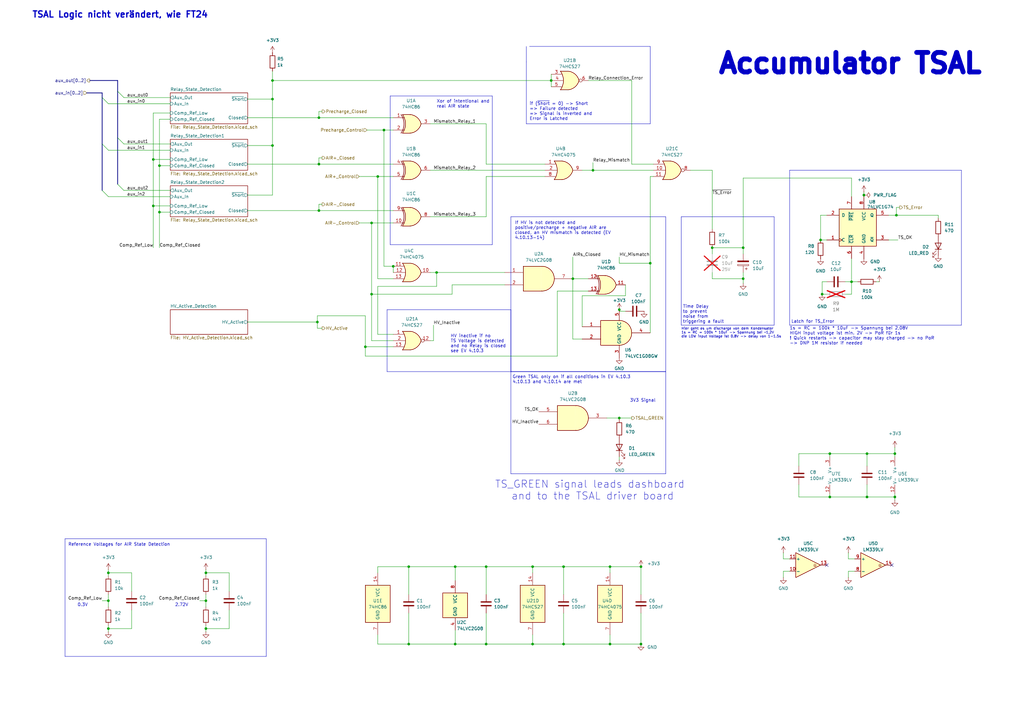
<source format=kicad_sch>
(kicad_sch
	(version 20231120)
	(generator "eeschema")
	(generator_version "8.0")
	(uuid "56b53f94-c2b2-4cdc-9d9a-c8fcb8f8f4f9")
	(paper "A3")
	(lib_symbols
		(symbol "74HC4075:74HC4075"
			(pin_names
				(offset 1.016)
			)
			(exclude_from_sim no)
			(in_bom yes)
			(on_board yes)
			(property "Reference" "U"
				(at 0 1.27 0)
				(effects
					(font
						(size 1.27 1.27)
					)
				)
			)
			(property "Value" "74HC4075"
				(at 0 -1.27 0)
				(effects
					(font
						(size 1.27 1.27)
					)
				)
			)
			(property "Footprint" "Package_SO:TSSOP-14_4.4x5mm_P0.65mm"
				(at 2.54 -27.94 0)
				(effects
					(font
						(size 1.27 1.27)
					)
					(hide yes)
				)
			)
			(property "Datasheet" "https://www.ti.com/lit/ds/symlink/cd54hc4075.pdf?ts=1705677999042&ref_url=https%253A%252F%252Fwww.google.com%252F"
				(at 2.54 -25.4 0)
				(effects
					(font
						(size 1.27 1.27)
					)
					(hide yes)
				)
			)
			(property "Description" "Triple 3-input OR"
				(at 0 0 0)
				(effects
					(font
						(size 1.27 1.27)
					)
					(hide yes)
				)
			)
			(property "ki_locked" ""
				(at 0 0 0)
				(effects
					(font
						(size 1.27 1.27)
					)
				)
			)
			(property "ki_keywords" "TTL Or3"
				(at 0 0 0)
				(effects
					(font
						(size 1.27 1.27)
					)
					(hide yes)
				)
			)
			(property "ki_fp_filters" "DIP*W7.62mm*"
				(at 0 0 0)
				(effects
					(font
						(size 1.27 1.27)
					)
					(hide yes)
				)
			)
			(symbol "74HC4075_1_1"
				(arc
					(start -3.81 -3.81)
					(mid -2.589 0)
					(end -3.81 3.81)
					(stroke
						(width 0.254)
						(type default)
					)
					(fill
						(type none)
					)
				)
				(arc
					(start -0.6096 -3.81)
					(mid 2.1842 -2.5851)
					(end 3.81 0)
					(stroke
						(width 0.254)
						(type default)
					)
					(fill
						(type background)
					)
				)
				(polyline
					(pts
						(xy -3.81 -3.81) (xy -0.635 -3.81)
					)
					(stroke
						(width 0.254)
						(type default)
					)
					(fill
						(type background)
					)
				)
				(polyline
					(pts
						(xy -3.81 3.81) (xy -0.635 3.81)
					)
					(stroke
						(width 0.254)
						(type default)
					)
					(fill
						(type background)
					)
				)
				(polyline
					(pts
						(xy -0.635 3.81) (xy -3.81 3.81) (xy -3.81 3.81) (xy -3.556 3.4036) (xy -3.0226 2.2606) (xy -2.6924 1.0414)
						(xy -2.6162 -0.254) (xy -2.7686 -1.4986) (xy -3.175 -2.7178) (xy -3.81 -3.81) (xy -3.81 -3.81)
						(xy -0.635 -3.81)
					)
					(stroke
						(width -25.4)
						(type default)
					)
					(fill
						(type background)
					)
				)
				(arc
					(start 3.81 0)
					(mid 2.1915 2.5936)
					(end -0.6096 3.81)
					(stroke
						(width 0.254)
						(type default)
					)
					(fill
						(type background)
					)
				)
				(pin input line
					(at -7.62 2.54 0)
					(length 4.318)
					(name "~"
						(effects
							(font
								(size 1.27 1.27)
							)
						)
					)
					(number "3"
						(effects
							(font
								(size 1.27 1.27)
							)
						)
					)
				)
				(pin input line
					(at -7.62 0 0)
					(length 4.953)
					(name "~"
						(effects
							(font
								(size 1.27 1.27)
							)
						)
					)
					(number "4"
						(effects
							(font
								(size 1.27 1.27)
							)
						)
					)
				)
				(pin input line
					(at -7.62 -2.54 0)
					(length 4.318)
					(name "~"
						(effects
							(font
								(size 1.27 1.27)
							)
						)
					)
					(number "5"
						(effects
							(font
								(size 1.27 1.27)
							)
						)
					)
				)
				(pin output line
					(at 7.62 0 180)
					(length 3.81)
					(name "~"
						(effects
							(font
								(size 1.27 1.27)
							)
						)
					)
					(number "6"
						(effects
							(font
								(size 1.27 1.27)
							)
						)
					)
				)
			)
			(symbol "74HC4075_1_2"
				(arc
					(start 0 -3.81)
					(mid 3.7934 0)
					(end 0 3.81)
					(stroke
						(width 0.254)
						(type default)
					)
					(fill
						(type background)
					)
				)
				(polyline
					(pts
						(xy 0 3.81) (xy -3.81 3.81) (xy -3.81 -3.81) (xy 0 -3.81)
					)
					(stroke
						(width 0.254)
						(type default)
					)
					(fill
						(type background)
					)
				)
				(pin input inverted
					(at -7.62 2.54 0)
					(length 3.81)
					(name "~"
						(effects
							(font
								(size 1.27 1.27)
							)
						)
					)
					(number "1"
						(effects
							(font
								(size 1.27 1.27)
							)
						)
					)
				)
				(pin output line
					(at 7.62 0 180)
					(length 3.81)
					(name "~"
						(effects
							(font
								(size 1.27 1.27)
							)
						)
					)
					(number "12"
						(effects
							(font
								(size 1.27 1.27)
							)
						)
					)
				)
				(pin input inverted
					(at -7.62 -2.54 0)
					(length 3.81)
					(name "~"
						(effects
							(font
								(size 1.27 1.27)
							)
						)
					)
					(number "13"
						(effects
							(font
								(size 1.27 1.27)
							)
						)
					)
				)
				(pin input inverted
					(at -7.62 0 0)
					(length 3.81)
					(name "~"
						(effects
							(font
								(size 1.27 1.27)
							)
						)
					)
					(number "2"
						(effects
							(font
								(size 1.27 1.27)
							)
						)
					)
				)
			)
			(symbol "74HC4075_2_1"
				(arc
					(start -3.81 -3.81)
					(mid -2.589 0)
					(end -3.81 3.81)
					(stroke
						(width 0.254)
						(type default)
					)
					(fill
						(type none)
					)
				)
				(arc
					(start -0.6096 -3.81)
					(mid 2.1842 -2.5851)
					(end 3.81 0)
					(stroke
						(width 0.254)
						(type default)
					)
					(fill
						(type background)
					)
				)
				(polyline
					(pts
						(xy -3.81 -3.81) (xy -0.635 -3.81)
					)
					(stroke
						(width 0.254)
						(type default)
					)
					(fill
						(type background)
					)
				)
				(polyline
					(pts
						(xy -3.81 3.81) (xy -0.635 3.81)
					)
					(stroke
						(width 0.254)
						(type default)
					)
					(fill
						(type background)
					)
				)
				(polyline
					(pts
						(xy -0.635 3.81) (xy -3.81 3.81) (xy -3.81 3.81) (xy -3.556 3.4036) (xy -3.0226 2.2606) (xy -2.6924 1.0414)
						(xy -2.6162 -0.254) (xy -2.7686 -1.4986) (xy -3.175 -2.7178) (xy -3.81 -3.81) (xy -3.81 -3.81)
						(xy -0.635 -3.81)
					)
					(stroke
						(width -25.4)
						(type default)
					)
					(fill
						(type background)
					)
				)
				(arc
					(start 3.81 0)
					(mid 2.1915 2.5936)
					(end -0.6096 3.81)
					(stroke
						(width 0.254)
						(type default)
					)
					(fill
						(type background)
					)
				)
				(pin input line
					(at -7.62 2.54 0)
					(length 4.318)
					(name "~"
						(effects
							(font
								(size 1.27 1.27)
							)
						)
					)
					(number "1"
						(effects
							(font
								(size 1.27 1.27)
							)
						)
					)
				)
				(pin input line
					(at -7.62 0 0)
					(length 4.953)
					(name "~"
						(effects
							(font
								(size 1.27 1.27)
							)
						)
					)
					(number "2"
						(effects
							(font
								(size 1.27 1.27)
							)
						)
					)
				)
				(pin input line
					(at -7.62 -2.54 0)
					(length 4.318)
					(name ""
						(effects
							(font
								(size 1.27 1.27)
							)
						)
					)
					(number "8"
						(effects
							(font
								(size 1.27 1.27)
							)
						)
					)
				)
				(pin output line
					(at 7.62 0 180)
					(length 3.81)
					(name "~"
						(effects
							(font
								(size 1.27 1.27)
							)
						)
					)
					(number "9"
						(effects
							(font
								(size 1.27 1.27)
							)
						)
					)
				)
			)
			(symbol "74HC4075_2_2"
				(arc
					(start 0 -3.81)
					(mid 3.7934 0)
					(end 0 3.81)
					(stroke
						(width 0.254)
						(type default)
					)
					(fill
						(type background)
					)
				)
				(polyline
					(pts
						(xy 0 3.81) (xy -3.81 3.81) (xy -3.81 -3.81) (xy 0 -3.81)
					)
					(stroke
						(width 0.254)
						(type default)
					)
					(fill
						(type background)
					)
				)
				(pin input inverted
					(at -7.62 2.54 0)
					(length 3.81)
					(name "~"
						(effects
							(font
								(size 1.27 1.27)
							)
						)
					)
					(number "3"
						(effects
							(font
								(size 1.27 1.27)
							)
						)
					)
				)
				(pin input inverted
					(at -7.62 0 0)
					(length 3.81)
					(name "~"
						(effects
							(font
								(size 1.27 1.27)
							)
						)
					)
					(number "4"
						(effects
							(font
								(size 1.27 1.27)
							)
						)
					)
				)
				(pin input inverted
					(at -7.62 -2.54 0)
					(length 3.81)
					(name "~"
						(effects
							(font
								(size 1.27 1.27)
							)
						)
					)
					(number "5"
						(effects
							(font
								(size 1.27 1.27)
							)
						)
					)
				)
				(pin output line
					(at 7.62 0 180)
					(length 3.81)
					(name "~"
						(effects
							(font
								(size 1.27 1.27)
							)
						)
					)
					(number "6"
						(effects
							(font
								(size 1.27 1.27)
							)
						)
					)
				)
			)
			(symbol "74HC4075_3_1"
				(arc
					(start -3.81 -3.81)
					(mid -2.589 0)
					(end -3.81 3.81)
					(stroke
						(width 0.254)
						(type default)
					)
					(fill
						(type none)
					)
				)
				(arc
					(start -0.6096 -3.81)
					(mid 2.1842 -2.5851)
					(end 3.81 0)
					(stroke
						(width 0.254)
						(type default)
					)
					(fill
						(type background)
					)
				)
				(polyline
					(pts
						(xy -3.81 -3.81) (xy -0.635 -3.81)
					)
					(stroke
						(width 0.254)
						(type default)
					)
					(fill
						(type background)
					)
				)
				(polyline
					(pts
						(xy -3.81 3.81) (xy -0.635 3.81)
					)
					(stroke
						(width 0.254)
						(type default)
					)
					(fill
						(type background)
					)
				)
				(polyline
					(pts
						(xy -0.635 3.81) (xy -3.81 3.81) (xy -3.81 3.81) (xy -3.556 3.4036) (xy -3.0226 2.2606) (xy -2.6924 1.0414)
						(xy -2.6162 -0.254) (xy -2.7686 -1.4986) (xy -3.175 -2.7178) (xy -3.81 -3.81) (xy -3.81 -3.81)
						(xy -0.635 -3.81)
					)
					(stroke
						(width -25.4)
						(type default)
					)
					(fill
						(type background)
					)
				)
				(arc
					(start 3.81 0)
					(mid 2.1915 2.5936)
					(end -0.6096 3.81)
					(stroke
						(width 0.254)
						(type default)
					)
					(fill
						(type background)
					)
				)
				(pin output line
					(at 7.62 0 180)
					(length 3.81)
					(name "~"
						(effects
							(font
								(size 1.27 1.27)
							)
						)
					)
					(number "10"
						(effects
							(font
								(size 1.27 1.27)
							)
						)
					)
				)
				(pin input line
					(at -7.62 2.54 0)
					(length 4.318)
					(name "~"
						(effects
							(font
								(size 1.27 1.27)
							)
						)
					)
					(number "11"
						(effects
							(font
								(size 1.27 1.27)
							)
						)
					)
				)
				(pin input line
					(at -7.62 0 0)
					(length 4.953)
					(name "~"
						(effects
							(font
								(size 1.27 1.27)
							)
						)
					)
					(number "12"
						(effects
							(font
								(size 1.27 1.27)
							)
						)
					)
				)
				(pin input line
					(at -7.62 -2.54 0)
					(length 4.318)
					(name "~"
						(effects
							(font
								(size 1.27 1.27)
							)
						)
					)
					(number "13"
						(effects
							(font
								(size 1.27 1.27)
							)
						)
					)
				)
			)
			(symbol "74HC4075_3_2"
				(arc
					(start 0 -3.81)
					(mid 3.7934 0)
					(end 0 3.81)
					(stroke
						(width 0.254)
						(type default)
					)
					(fill
						(type background)
					)
				)
				(polyline
					(pts
						(xy 0 3.81) (xy -3.81 3.81) (xy -3.81 -3.81) (xy 0 -3.81)
					)
					(stroke
						(width 0.254)
						(type default)
					)
					(fill
						(type background)
					)
				)
				(pin input inverted
					(at -7.62 0 0)
					(length 3.81)
					(name "~"
						(effects
							(font
								(size 1.27 1.27)
							)
						)
					)
					(number "10"
						(effects
							(font
								(size 1.27 1.27)
							)
						)
					)
				)
				(pin input inverted
					(at -7.62 -2.54 0)
					(length 3.81)
					(name "~"
						(effects
							(font
								(size 1.27 1.27)
							)
						)
					)
					(number "11"
						(effects
							(font
								(size 1.27 1.27)
							)
						)
					)
				)
				(pin output line
					(at 7.62 0 180)
					(length 3.81)
					(name "~"
						(effects
							(font
								(size 1.27 1.27)
							)
						)
					)
					(number "8"
						(effects
							(font
								(size 1.27 1.27)
							)
						)
					)
				)
				(pin input inverted
					(at -7.62 2.54 0)
					(length 3.81)
					(name "~"
						(effects
							(font
								(size 1.27 1.27)
							)
						)
					)
					(number "9"
						(effects
							(font
								(size 1.27 1.27)
							)
						)
					)
				)
			)
			(symbol "74HC4075_4_0"
				(pin power_in line
					(at 0 12.7 270)
					(length 5.08)
					(name "VCC"
						(effects
							(font
								(size 1.27 1.27)
							)
						)
					)
					(number "14"
						(effects
							(font
								(size 1.27 1.27)
							)
						)
					)
				)
				(pin power_in line
					(at 0 -12.7 90)
					(length 5.08)
					(name "GND"
						(effects
							(font
								(size 1.27 1.27)
							)
						)
					)
					(number "7"
						(effects
							(font
								(size 1.27 1.27)
							)
						)
					)
				)
			)
			(symbol "74HC4075_4_1"
				(rectangle
					(start -5.08 7.62)
					(end 5.08 -7.62)
					(stroke
						(width 0.254)
						(type default)
					)
					(fill
						(type background)
					)
				)
			)
		)
		(symbol "74xGxx:74AUC1G74"
			(pin_names
				(offset 1.016)
			)
			(exclude_from_sim no)
			(in_bom yes)
			(on_board yes)
			(property "Reference" "U"
				(at -5.08 10.16 0)
				(effects
					(font
						(size 1.27 1.27)
					)
				)
			)
			(property "Value" "74AUC1G74"
				(at 10.16 -10.16 0)
				(effects
					(font
						(size 1.27 1.27)
					)
				)
			)
			(property "Footprint" ""
				(at 0 0 0)
				(effects
					(font
						(size 1.27 1.27)
					)
					(hide yes)
				)
			)
			(property "Datasheet" "http://www.ti.com/lit/sg/scyt129e/scyt129e.pdf"
				(at 0 0 0)
				(effects
					(font
						(size 1.27 1.27)
					)
					(hide yes)
				)
			)
			(property "Description" "Single D Flip-Flop, Low-Voltage CMOS"
				(at 0 0 0)
				(effects
					(font
						(size 1.27 1.27)
					)
					(hide yes)
				)
			)
			(property "ki_keywords" "Single D Flip-Flop D CMOS"
				(at 0 0 0)
				(effects
					(font
						(size 1.27 1.27)
					)
					(hide yes)
				)
			)
			(property "ki_fp_filters" "SSOP* VSSOP*"
				(at 0 0 0)
				(effects
					(font
						(size 1.27 1.27)
					)
					(hide yes)
				)
			)
			(symbol "74AUC1G74_0_1"
				(rectangle
					(start -7.62 7.62)
					(end 7.62 -7.62)
					(stroke
						(width 0.254)
						(type default)
					)
					(fill
						(type background)
					)
				)
			)
			(symbol "74AUC1G74_1_1"
				(pin input clock
					(at -12.7 -5.08 0)
					(length 5.08)
					(name "C"
						(effects
							(font
								(size 1.27 1.27)
							)
						)
					)
					(number "1"
						(effects
							(font
								(size 1.27 1.27)
							)
						)
					)
				)
				(pin input line
					(at -12.7 5.08 0)
					(length 5.08)
					(name "D"
						(effects
							(font
								(size 1.27 1.27)
							)
						)
					)
					(number "2"
						(effects
							(font
								(size 1.27 1.27)
							)
						)
					)
				)
				(pin output line
					(at 12.7 -5.08 180)
					(length 5.08)
					(name "~{Q}"
						(effects
							(font
								(size 1.27 1.27)
							)
						)
					)
					(number "3"
						(effects
							(font
								(size 1.27 1.27)
							)
						)
					)
				)
				(pin power_in line
					(at 2.54 -12.7 90)
					(length 5.08)
					(name "GND"
						(effects
							(font
								(size 1.27 1.27)
							)
						)
					)
					(number "4"
						(effects
							(font
								(size 1.27 1.27)
							)
						)
					)
				)
				(pin output line
					(at 12.7 5.08 180)
					(length 5.08)
					(name "Q"
						(effects
							(font
								(size 1.27 1.27)
							)
						)
					)
					(number "5"
						(effects
							(font
								(size 1.27 1.27)
							)
						)
					)
				)
				(pin input line
					(at -2.54 -12.7 90)
					(length 5.08)
					(name "~{CLR}"
						(effects
							(font
								(size 1.27 1.27)
							)
						)
					)
					(number "6"
						(effects
							(font
								(size 1.27 1.27)
							)
						)
					)
				)
				(pin input line
					(at -2.54 12.7 270)
					(length 5.08)
					(name "~{PRE}"
						(effects
							(font
								(size 1.27 1.27)
							)
						)
					)
					(number "7"
						(effects
							(font
								(size 1.27 1.27)
							)
						)
					)
				)
				(pin power_in line
					(at 2.54 12.7 270)
					(length 5.08)
					(name "VCC"
						(effects
							(font
								(size 1.27 1.27)
							)
						)
					)
					(number "8"
						(effects
							(font
								(size 1.27 1.27)
							)
						)
					)
				)
			)
		)
		(symbol "74xGxx:74LVC1G08"
			(exclude_from_sim no)
			(in_bom yes)
			(on_board yes)
			(property "Reference" "U"
				(at -5.08 7.62 0)
				(effects
					(font
						(size 1.27 1.27)
					)
				)
			)
			(property "Value" "74LVC1G08"
				(at 7.62 -7.62 0)
				(effects
					(font
						(size 1.27 1.27)
					)
				)
			)
			(property "Footprint" ""
				(at 0 0 0)
				(effects
					(font
						(size 1.27 1.27)
					)
					(hide yes)
				)
			)
			(property "Datasheet" "https://www.ti.com/lit/ds/symlink/sn74lvc1g08.pdf"
				(at 0 0 0)
				(effects
					(font
						(size 1.27 1.27)
					)
					(hide yes)
				)
			)
			(property "Description" "Single AND Gate, Low-Voltage CMOS"
				(at 0 0 0)
				(effects
					(font
						(size 1.27 1.27)
					)
					(hide yes)
				)
			)
			(property "ki_keywords" "Single Gate AND LVC CMOS"
				(at 0 0 0)
				(effects
					(font
						(size 1.27 1.27)
					)
					(hide yes)
				)
			)
			(property "ki_fp_filters" "SOT?23* Texas?R-PDSO-G5?DCK* Texas?R-PDSO-N5?DRL* Texas?X2SON*0.8x0.8mm*P0.48mm*"
				(at 0 0 0)
				(effects
					(font
						(size 1.27 1.27)
					)
					(hide yes)
				)
			)
			(symbol "74LVC1G08_0_1"
				(arc
					(start 0 -5.08)
					(mid 5.0579 0)
					(end 0 5.08)
					(stroke
						(width 0.254)
						(type default)
					)
					(fill
						(type background)
					)
				)
				(polyline
					(pts
						(xy 0 -5.08) (xy -7.62 -5.08) (xy -7.62 5.08) (xy 0 5.08)
					)
					(stroke
						(width 0.254)
						(type default)
					)
					(fill
						(type background)
					)
				)
			)
			(symbol "74LVC1G08_1_1"
				(pin input line
					(at -15.24 2.54 0)
					(length 7.62)
					(name "~"
						(effects
							(font
								(size 1.27 1.27)
							)
						)
					)
					(number "1"
						(effects
							(font
								(size 1.27 1.27)
							)
						)
					)
				)
				(pin input line
					(at -15.24 -2.54 0)
					(length 7.62)
					(name "~"
						(effects
							(font
								(size 1.27 1.27)
							)
						)
					)
					(number "2"
						(effects
							(font
								(size 1.27 1.27)
							)
						)
					)
				)
				(pin power_in line
					(at 0 -10.16 90)
					(length 5.08)
					(name "GND"
						(effects
							(font
								(size 1.27 1.27)
							)
						)
					)
					(number "3"
						(effects
							(font
								(size 1.27 1.27)
							)
						)
					)
				)
				(pin output line
					(at 12.7 0 180)
					(length 7.62)
					(name "~"
						(effects
							(font
								(size 1.27 1.27)
							)
						)
					)
					(number "4"
						(effects
							(font
								(size 1.27 1.27)
							)
						)
					)
				)
				(pin power_in line
					(at 0 10.16 270)
					(length 5.08)
					(name "VCC"
						(effects
							(font
								(size 1.27 1.27)
							)
						)
					)
					(number "5"
						(effects
							(font
								(size 1.27 1.27)
							)
						)
					)
				)
			)
		)
		(symbol "74xGxx:74LVC2G08"
			(exclude_from_sim no)
			(in_bom yes)
			(on_board yes)
			(property "Reference" "U"
				(at -10.16 7.62 0)
				(effects
					(font
						(size 1.27 1.27)
					)
				)
			)
			(property "Value" "74LVC2G08"
				(at -10.16 -7.62 0)
				(effects
					(font
						(size 1.27 1.27)
					)
				)
			)
			(property "Footprint" ""
				(at 0 0 0)
				(effects
					(font
						(size 1.27 1.27)
					)
					(hide yes)
				)
			)
			(property "Datasheet" "http://www.ti.com/lit/sg/scyt129e/scyt129e.pdf"
				(at 0 0 0)
				(effects
					(font
						(size 1.27 1.27)
					)
					(hide yes)
				)
			)
			(property "Description" "Dual AND Gate, Low-Voltage CMOS"
				(at 0 0 0)
				(effects
					(font
						(size 1.27 1.27)
					)
					(hide yes)
				)
			)
			(property "ki_keywords" "Dual Gate AND LVC CMOS"
				(at 0 0 0)
				(effects
					(font
						(size 1.27 1.27)
					)
					(hide yes)
				)
			)
			(property "ki_fp_filters" "SSOP* VSSOP*"
				(at 0 0 0)
				(effects
					(font
						(size 1.27 1.27)
					)
					(hide yes)
				)
			)
			(symbol "74LVC2G08_1_1"
				(arc
					(start 0 -5.08)
					(mid 5.0579 0)
					(end 0 5.08)
					(stroke
						(width 0.254)
						(type default)
					)
					(fill
						(type background)
					)
				)
				(polyline
					(pts
						(xy 0 -5.08) (xy -7.62 -5.08) (xy -7.62 5.08) (xy 0 5.08)
					)
					(stroke
						(width 0.254)
						(type default)
					)
					(fill
						(type background)
					)
				)
				(pin input line
					(at -15.24 2.54 0)
					(length 7.62)
					(name "~"
						(effects
							(font
								(size 1.27 1.27)
							)
						)
					)
					(number "1"
						(effects
							(font
								(size 1.27 1.27)
							)
						)
					)
				)
				(pin input line
					(at -15.24 -2.54 0)
					(length 7.62)
					(name "~"
						(effects
							(font
								(size 1.27 1.27)
							)
						)
					)
					(number "2"
						(effects
							(font
								(size 1.27 1.27)
							)
						)
					)
				)
				(pin output line
					(at 12.7 0 180)
					(length 7.62)
					(name "~"
						(effects
							(font
								(size 1.27 1.27)
							)
						)
					)
					(number "7"
						(effects
							(font
								(size 1.27 1.27)
							)
						)
					)
				)
			)
			(symbol "74LVC2G08_2_1"
				(arc
					(start 0 -5.08)
					(mid 5.0579 0)
					(end 0 5.08)
					(stroke
						(width 0.254)
						(type default)
					)
					(fill
						(type background)
					)
				)
				(polyline
					(pts
						(xy 0 -5.08) (xy -7.62 -5.08) (xy -7.62 5.08) (xy 0 5.08)
					)
					(stroke
						(width 0.254)
						(type default)
					)
					(fill
						(type background)
					)
				)
				(pin output line
					(at 12.7 0 180)
					(length 7.62)
					(name "~"
						(effects
							(font
								(size 1.27 1.27)
							)
						)
					)
					(number "3"
						(effects
							(font
								(size 1.27 1.27)
							)
						)
					)
				)
				(pin input line
					(at -15.24 2.54 0)
					(length 7.62)
					(name "~"
						(effects
							(font
								(size 1.27 1.27)
							)
						)
					)
					(number "5"
						(effects
							(font
								(size 1.27 1.27)
							)
						)
					)
				)
				(pin input line
					(at -15.24 -2.54 0)
					(length 7.62)
					(name "~"
						(effects
							(font
								(size 1.27 1.27)
							)
						)
					)
					(number "6"
						(effects
							(font
								(size 1.27 1.27)
							)
						)
					)
				)
			)
			(symbol "74LVC2G08_3_0"
				(rectangle
					(start -5.08 -5.08)
					(end 5.08 5.08)
					(stroke
						(width 0.254)
						(type default)
					)
					(fill
						(type background)
					)
				)
			)
			(symbol "74LVC2G08_3_1"
				(pin power_in line
					(at 0 -10.16 90)
					(length 5.08)
					(name "GND"
						(effects
							(font
								(size 1.27 1.27)
							)
						)
					)
					(number "4"
						(effects
							(font
								(size 1.27 1.27)
							)
						)
					)
				)
				(pin power_in line
					(at 0 10.16 270)
					(length 5.08)
					(name "VCC"
						(effects
							(font
								(size 1.27 1.27)
							)
						)
					)
					(number "8"
						(effects
							(font
								(size 1.27 1.27)
							)
						)
					)
				)
			)
		)
		(symbol "74xx:74HC86"
			(pin_names
				(offset 1.016)
			)
			(exclude_from_sim no)
			(in_bom yes)
			(on_board yes)
			(property "Reference" "U"
				(at 0 1.27 0)
				(effects
					(font
						(size 1.27 1.27)
					)
				)
			)
			(property "Value" "74HC86"
				(at 0 -1.27 0)
				(effects
					(font
						(size 1.27 1.27)
					)
				)
			)
			(property "Footprint" ""
				(at 0 0 0)
				(effects
					(font
						(size 1.27 1.27)
					)
					(hide yes)
				)
			)
			(property "Datasheet" "http://www.ti.com/lit/gpn/sn74HC86"
				(at 0 0 0)
				(effects
					(font
						(size 1.27 1.27)
					)
					(hide yes)
				)
			)
			(property "Description" "Quad 2-input XOR"
				(at 0 0 0)
				(effects
					(font
						(size 1.27 1.27)
					)
					(hide yes)
				)
			)
			(property "ki_locked" ""
				(at 0 0 0)
				(effects
					(font
						(size 1.27 1.27)
					)
				)
			)
			(property "ki_keywords" "TTL XOR2"
				(at 0 0 0)
				(effects
					(font
						(size 1.27 1.27)
					)
					(hide yes)
				)
			)
			(property "ki_fp_filters" "DIP*W7.62mm*"
				(at 0 0 0)
				(effects
					(font
						(size 1.27 1.27)
					)
					(hide yes)
				)
			)
			(symbol "74HC86_1_0"
				(arc
					(start -4.4196 -3.81)
					(mid -3.2033 0)
					(end -4.4196 3.81)
					(stroke
						(width 0.254)
						(type default)
					)
					(fill
						(type none)
					)
				)
				(arc
					(start -3.81 -3.81)
					(mid -2.589 0)
					(end -3.81 3.81)
					(stroke
						(width 0.254)
						(type default)
					)
					(fill
						(type none)
					)
				)
				(arc
					(start -0.6096 -3.81)
					(mid 2.1842 -2.5851)
					(end 3.81 0)
					(stroke
						(width 0.254)
						(type default)
					)
					(fill
						(type background)
					)
				)
				(polyline
					(pts
						(xy -3.81 -3.81) (xy -0.635 -3.81)
					)
					(stroke
						(width 0.254)
						(type default)
					)
					(fill
						(type background)
					)
				)
				(polyline
					(pts
						(xy -3.81 3.81) (xy -0.635 3.81)
					)
					(stroke
						(width 0.254)
						(type default)
					)
					(fill
						(type background)
					)
				)
				(polyline
					(pts
						(xy -0.635 3.81) (xy -3.81 3.81) (xy -3.81 3.81) (xy -3.556 3.4036) (xy -3.0226 2.2606) (xy -2.6924 1.0414)
						(xy -2.6162 -0.254) (xy -2.7686 -1.4986) (xy -3.175 -2.7178) (xy -3.81 -3.81) (xy -3.81 -3.81)
						(xy -0.635 -3.81)
					)
					(stroke
						(width -25.4)
						(type default)
					)
					(fill
						(type background)
					)
				)
				(arc
					(start 3.81 0)
					(mid 2.1915 2.5936)
					(end -0.6096 3.81)
					(stroke
						(width 0.254)
						(type default)
					)
					(fill
						(type background)
					)
				)
				(pin input line
					(at -7.62 2.54 0)
					(length 4.445)
					(name "~"
						(effects
							(font
								(size 1.27 1.27)
							)
						)
					)
					(number "1"
						(effects
							(font
								(size 1.27 1.27)
							)
						)
					)
				)
				(pin input line
					(at -7.62 -2.54 0)
					(length 4.445)
					(name "~"
						(effects
							(font
								(size 1.27 1.27)
							)
						)
					)
					(number "2"
						(effects
							(font
								(size 1.27 1.27)
							)
						)
					)
				)
				(pin output line
					(at 7.62 0 180)
					(length 3.81)
					(name "~"
						(effects
							(font
								(size 1.27 1.27)
							)
						)
					)
					(number "3"
						(effects
							(font
								(size 1.27 1.27)
							)
						)
					)
				)
			)
			(symbol "74HC86_1_1"
				(polyline
					(pts
						(xy -3.81 -2.54) (xy -3.175 -2.54)
					)
					(stroke
						(width 0.1524)
						(type default)
					)
					(fill
						(type none)
					)
				)
				(polyline
					(pts
						(xy -3.81 2.54) (xy -3.175 2.54)
					)
					(stroke
						(width 0.1524)
						(type default)
					)
					(fill
						(type none)
					)
				)
			)
			(symbol "74HC86_2_0"
				(arc
					(start -4.4196 -3.81)
					(mid -3.2033 0)
					(end -4.4196 3.81)
					(stroke
						(width 0.254)
						(type default)
					)
					(fill
						(type none)
					)
				)
				(arc
					(start -3.81 -3.81)
					(mid -2.589 0)
					(end -3.81 3.81)
					(stroke
						(width 0.254)
						(type default)
					)
					(fill
						(type none)
					)
				)
				(arc
					(start -0.6096 -3.81)
					(mid 2.1842 -2.5851)
					(end 3.81 0)
					(stroke
						(width 0.254)
						(type default)
					)
					(fill
						(type background)
					)
				)
				(polyline
					(pts
						(xy -3.81 -3.81) (xy -0.635 -3.81)
					)
					(stroke
						(width 0.254)
						(type default)
					)
					(fill
						(type background)
					)
				)
				(polyline
					(pts
						(xy -3.81 3.81) (xy -0.635 3.81)
					)
					(stroke
						(width 0.254)
						(type default)
					)
					(fill
						(type background)
					)
				)
				(polyline
					(pts
						(xy -0.635 3.81) (xy -3.81 3.81) (xy -3.81 3.81) (xy -3.556 3.4036) (xy -3.0226 2.2606) (xy -2.6924 1.0414)
						(xy -2.6162 -0.254) (xy -2.7686 -1.4986) (xy -3.175 -2.7178) (xy -3.81 -3.81) (xy -3.81 -3.81)
						(xy -0.635 -3.81)
					)
					(stroke
						(width -25.4)
						(type default)
					)
					(fill
						(type background)
					)
				)
				(arc
					(start 3.81 0)
					(mid 2.1915 2.5936)
					(end -0.6096 3.81)
					(stroke
						(width 0.254)
						(type default)
					)
					(fill
						(type background)
					)
				)
				(pin input line
					(at -7.62 2.54 0)
					(length 4.445)
					(name "~"
						(effects
							(font
								(size 1.27 1.27)
							)
						)
					)
					(number "4"
						(effects
							(font
								(size 1.27 1.27)
							)
						)
					)
				)
				(pin input line
					(at -7.62 -2.54 0)
					(length 4.445)
					(name "~"
						(effects
							(font
								(size 1.27 1.27)
							)
						)
					)
					(number "5"
						(effects
							(font
								(size 1.27 1.27)
							)
						)
					)
				)
				(pin output line
					(at 7.62 0 180)
					(length 3.81)
					(name "~"
						(effects
							(font
								(size 1.27 1.27)
							)
						)
					)
					(number "6"
						(effects
							(font
								(size 1.27 1.27)
							)
						)
					)
				)
			)
			(symbol "74HC86_2_1"
				(polyline
					(pts
						(xy -3.81 -2.54) (xy -3.175 -2.54)
					)
					(stroke
						(width 0.1524)
						(type default)
					)
					(fill
						(type none)
					)
				)
				(polyline
					(pts
						(xy -3.81 2.54) (xy -3.175 2.54)
					)
					(stroke
						(width 0.1524)
						(type default)
					)
					(fill
						(type none)
					)
				)
			)
			(symbol "74HC86_3_0"
				(arc
					(start -4.4196 -3.81)
					(mid -3.2033 0)
					(end -4.4196 3.81)
					(stroke
						(width 0.254)
						(type default)
					)
					(fill
						(type none)
					)
				)
				(arc
					(start -3.81 -3.81)
					(mid -2.589 0)
					(end -3.81 3.81)
					(stroke
						(width 0.254)
						(type default)
					)
					(fill
						(type none)
					)
				)
				(arc
					(start -0.6096 -3.81)
					(mid 2.1842 -2.5851)
					(end 3.81 0)
					(stroke
						(width 0.254)
						(type default)
					)
					(fill
						(type background)
					)
				)
				(polyline
					(pts
						(xy -3.81 -3.81) (xy -0.635 -3.81)
					)
					(stroke
						(width 0.254)
						(type default)
					)
					(fill
						(type background)
					)
				)
				(polyline
					(pts
						(xy -3.81 3.81) (xy -0.635 3.81)
					)
					(stroke
						(width 0.254)
						(type default)
					)
					(fill
						(type background)
					)
				)
				(polyline
					(pts
						(xy -0.635 3.81) (xy -3.81 3.81) (xy -3.81 3.81) (xy -3.556 3.4036) (xy -3.0226 2.2606) (xy -2.6924 1.0414)
						(xy -2.6162 -0.254) (xy -2.7686 -1.4986) (xy -3.175 -2.7178) (xy -3.81 -3.81) (xy -3.81 -3.81)
						(xy -0.635 -3.81)
					)
					(stroke
						(width -25.4)
						(type default)
					)
					(fill
						(type background)
					)
				)
				(arc
					(start 3.81 0)
					(mid 2.1915 2.5936)
					(end -0.6096 3.81)
					(stroke
						(width 0.254)
						(type default)
					)
					(fill
						(type background)
					)
				)
				(pin input line
					(at -7.62 -2.54 0)
					(length 4.445)
					(name "~"
						(effects
							(font
								(size 1.27 1.27)
							)
						)
					)
					(number "10"
						(effects
							(font
								(size 1.27 1.27)
							)
						)
					)
				)
				(pin output line
					(at 7.62 0 180)
					(length 3.81)
					(name "~"
						(effects
							(font
								(size 1.27 1.27)
							)
						)
					)
					(number "8"
						(effects
							(font
								(size 1.27 1.27)
							)
						)
					)
				)
				(pin input line
					(at -7.62 2.54 0)
					(length 4.445)
					(name "~"
						(effects
							(font
								(size 1.27 1.27)
							)
						)
					)
					(number "9"
						(effects
							(font
								(size 1.27 1.27)
							)
						)
					)
				)
			)
			(symbol "74HC86_3_1"
				(polyline
					(pts
						(xy -3.81 -2.54) (xy -3.175 -2.54)
					)
					(stroke
						(width 0.1524)
						(type default)
					)
					(fill
						(type none)
					)
				)
				(polyline
					(pts
						(xy -3.81 2.54) (xy -3.175 2.54)
					)
					(stroke
						(width 0.1524)
						(type default)
					)
					(fill
						(type none)
					)
				)
			)
			(symbol "74HC86_4_0"
				(arc
					(start -4.4196 -3.81)
					(mid -3.2033 0)
					(end -4.4196 3.81)
					(stroke
						(width 0.254)
						(type default)
					)
					(fill
						(type none)
					)
				)
				(arc
					(start -3.81 -3.81)
					(mid -2.589 0)
					(end -3.81 3.81)
					(stroke
						(width 0.254)
						(type default)
					)
					(fill
						(type none)
					)
				)
				(arc
					(start -0.6096 -3.81)
					(mid 2.1842 -2.5851)
					(end 3.81 0)
					(stroke
						(width 0.254)
						(type default)
					)
					(fill
						(type background)
					)
				)
				(polyline
					(pts
						(xy -3.81 -3.81) (xy -0.635 -3.81)
					)
					(stroke
						(width 0.254)
						(type default)
					)
					(fill
						(type background)
					)
				)
				(polyline
					(pts
						(xy -3.81 3.81) (xy -0.635 3.81)
					)
					(stroke
						(width 0.254)
						(type default)
					)
					(fill
						(type background)
					)
				)
				(polyline
					(pts
						(xy -0.635 3.81) (xy -3.81 3.81) (xy -3.81 3.81) (xy -3.556 3.4036) (xy -3.0226 2.2606) (xy -2.6924 1.0414)
						(xy -2.6162 -0.254) (xy -2.7686 -1.4986) (xy -3.175 -2.7178) (xy -3.81 -3.81) (xy -3.81 -3.81)
						(xy -0.635 -3.81)
					)
					(stroke
						(width -25.4)
						(type default)
					)
					(fill
						(type background)
					)
				)
				(arc
					(start 3.81 0)
					(mid 2.1915 2.5936)
					(end -0.6096 3.81)
					(stroke
						(width 0.254)
						(type default)
					)
					(fill
						(type background)
					)
				)
				(pin output line
					(at 7.62 0 180)
					(length 3.81)
					(name "~"
						(effects
							(font
								(size 1.27 1.27)
							)
						)
					)
					(number "11"
						(effects
							(font
								(size 1.27 1.27)
							)
						)
					)
				)
				(pin input line
					(at -7.62 2.54 0)
					(length 4.445)
					(name "~"
						(effects
							(font
								(size 1.27 1.27)
							)
						)
					)
					(number "12"
						(effects
							(font
								(size 1.27 1.27)
							)
						)
					)
				)
				(pin input line
					(at -7.62 -2.54 0)
					(length 4.445)
					(name "~"
						(effects
							(font
								(size 1.27 1.27)
							)
						)
					)
					(number "13"
						(effects
							(font
								(size 1.27 1.27)
							)
						)
					)
				)
			)
			(symbol "74HC86_4_1"
				(polyline
					(pts
						(xy -3.81 -2.54) (xy -3.175 -2.54)
					)
					(stroke
						(width 0.1524)
						(type default)
					)
					(fill
						(type none)
					)
				)
				(polyline
					(pts
						(xy -3.81 2.54) (xy -3.175 2.54)
					)
					(stroke
						(width 0.1524)
						(type default)
					)
					(fill
						(type none)
					)
				)
			)
			(symbol "74HC86_5_0"
				(pin power_in line
					(at 0 12.7 270)
					(length 5.08)
					(name "VCC"
						(effects
							(font
								(size 1.27 1.27)
							)
						)
					)
					(number "14"
						(effects
							(font
								(size 1.27 1.27)
							)
						)
					)
				)
				(pin power_in line
					(at 0 -12.7 90)
					(length 5.08)
					(name "GND"
						(effects
							(font
								(size 1.27 1.27)
							)
						)
					)
					(number "7"
						(effects
							(font
								(size 1.27 1.27)
							)
						)
					)
				)
			)
			(symbol "74HC86_5_1"
				(rectangle
					(start -5.08 7.62)
					(end 5.08 -7.62)
					(stroke
						(width 0.254)
						(type default)
					)
					(fill
						(type background)
					)
				)
			)
		)
		(symbol "Comparator:LM339"
			(pin_names
				(offset 0.127)
			)
			(exclude_from_sim no)
			(in_bom yes)
			(on_board yes)
			(property "Reference" "U"
				(at 0 5.08 0)
				(effects
					(font
						(size 1.27 1.27)
					)
					(justify left)
				)
			)
			(property "Value" "LM339"
				(at 0 -5.08 0)
				(effects
					(font
						(size 1.27 1.27)
					)
					(justify left)
				)
			)
			(property "Footprint" ""
				(at -1.27 2.54 0)
				(effects
					(font
						(size 1.27 1.27)
					)
					(hide yes)
				)
			)
			(property "Datasheet" "https://www.st.com/resource/en/datasheet/lm139.pdf"
				(at 1.27 5.08 0)
				(effects
					(font
						(size 1.27 1.27)
					)
					(hide yes)
				)
			)
			(property "Description" "Quad Differential Comparators, SOIC-14/TSSOP-14"
				(at 0 0 0)
				(effects
					(font
						(size 1.27 1.27)
					)
					(hide yes)
				)
			)
			(property "ki_locked" ""
				(at 0 0 0)
				(effects
					(font
						(size 1.27 1.27)
					)
				)
			)
			(property "ki_keywords" "cmp open collector"
				(at 0 0 0)
				(effects
					(font
						(size 1.27 1.27)
					)
					(hide yes)
				)
			)
			(property "ki_fp_filters" "SOIC*3.9x8.7mm*P1.27mm* TSSOP*4.4x5mm*P0.65mm*"
				(at 0 0 0)
				(effects
					(font
						(size 1.27 1.27)
					)
					(hide yes)
				)
			)
			(symbol "LM339_1_1"
				(polyline
					(pts
						(xy -5.08 5.08) (xy 5.08 0) (xy -5.08 -5.08) (xy -5.08 5.08)
					)
					(stroke
						(width 0.254)
						(type default)
					)
					(fill
						(type background)
					)
				)
				(polyline
					(pts
						(xy 3.302 -0.508) (xy 2.794 -0.508) (xy 3.302 0) (xy 2.794 0.508) (xy 2.286 0) (xy 2.794 -0.508)
						(xy 2.286 -0.508)
					)
					(stroke
						(width 0.127)
						(type default)
					)
					(fill
						(type none)
					)
				)
				(pin open_collector line
					(at 7.62 0 180)
					(length 2.54)
					(name "~"
						(effects
							(font
								(size 1.27 1.27)
							)
						)
					)
					(number "2"
						(effects
							(font
								(size 1.27 1.27)
							)
						)
					)
				)
				(pin input line
					(at -7.62 -2.54 0)
					(length 2.54)
					(name "-"
						(effects
							(font
								(size 1.27 1.27)
							)
						)
					)
					(number "4"
						(effects
							(font
								(size 1.27 1.27)
							)
						)
					)
				)
				(pin input line
					(at -7.62 2.54 0)
					(length 2.54)
					(name "+"
						(effects
							(font
								(size 1.27 1.27)
							)
						)
					)
					(number "5"
						(effects
							(font
								(size 1.27 1.27)
							)
						)
					)
				)
			)
			(symbol "LM339_2_1"
				(polyline
					(pts
						(xy -5.08 5.08) (xy 5.08 0) (xy -5.08 -5.08) (xy -5.08 5.08)
					)
					(stroke
						(width 0.254)
						(type default)
					)
					(fill
						(type background)
					)
				)
				(polyline
					(pts
						(xy 3.302 -0.508) (xy 2.794 -0.508) (xy 3.302 0) (xy 2.794 0.508) (xy 2.286 0) (xy 2.794 -0.508)
						(xy 2.286 -0.508)
					)
					(stroke
						(width 0.127)
						(type default)
					)
					(fill
						(type none)
					)
				)
				(pin open_collector line
					(at 7.62 0 180)
					(length 2.54)
					(name "~"
						(effects
							(font
								(size 1.27 1.27)
							)
						)
					)
					(number "1"
						(effects
							(font
								(size 1.27 1.27)
							)
						)
					)
				)
				(pin input line
					(at -7.62 -2.54 0)
					(length 2.54)
					(name "-"
						(effects
							(font
								(size 1.27 1.27)
							)
						)
					)
					(number "6"
						(effects
							(font
								(size 1.27 1.27)
							)
						)
					)
				)
				(pin input line
					(at -7.62 2.54 0)
					(length 2.54)
					(name "+"
						(effects
							(font
								(size 1.27 1.27)
							)
						)
					)
					(number "7"
						(effects
							(font
								(size 1.27 1.27)
							)
						)
					)
				)
			)
			(symbol "LM339_3_1"
				(polyline
					(pts
						(xy -5.08 5.08) (xy 5.08 0) (xy -5.08 -5.08) (xy -5.08 5.08)
					)
					(stroke
						(width 0.254)
						(type default)
					)
					(fill
						(type background)
					)
				)
				(polyline
					(pts
						(xy 3.302 -0.508) (xy 2.794 -0.508) (xy 3.302 0) (xy 2.794 0.508) (xy 2.286 0) (xy 2.794 -0.508)
						(xy 2.286 -0.508)
					)
					(stroke
						(width 0.127)
						(type default)
					)
					(fill
						(type none)
					)
				)
				(pin input line
					(at -7.62 -2.54 0)
					(length 2.54)
					(name "-"
						(effects
							(font
								(size 1.27 1.27)
							)
						)
					)
					(number "10"
						(effects
							(font
								(size 1.27 1.27)
							)
						)
					)
				)
				(pin input line
					(at -7.62 2.54 0)
					(length 2.54)
					(name "+"
						(effects
							(font
								(size 1.27 1.27)
							)
						)
					)
					(number "11"
						(effects
							(font
								(size 1.27 1.27)
							)
						)
					)
				)
				(pin open_collector line
					(at 7.62 0 180)
					(length 2.54)
					(name "~"
						(effects
							(font
								(size 1.27 1.27)
							)
						)
					)
					(number "13"
						(effects
							(font
								(size 1.27 1.27)
							)
						)
					)
				)
			)
			(symbol "LM339_4_1"
				(polyline
					(pts
						(xy -5.08 5.08) (xy 5.08 0) (xy -5.08 -5.08) (xy -5.08 5.08)
					)
					(stroke
						(width 0.254)
						(type default)
					)
					(fill
						(type background)
					)
				)
				(polyline
					(pts
						(xy 3.302 -0.508) (xy 2.794 -0.508) (xy 3.302 0) (xy 2.794 0.508) (xy 2.286 0) (xy 2.794 -0.508)
						(xy 2.286 -0.508)
					)
					(stroke
						(width 0.127)
						(type default)
					)
					(fill
						(type none)
					)
				)
				(pin open_collector line
					(at 7.62 0 180)
					(length 2.54)
					(name "~"
						(effects
							(font
								(size 1.27 1.27)
							)
						)
					)
					(number "14"
						(effects
							(font
								(size 1.27 1.27)
							)
						)
					)
				)
				(pin input line
					(at -7.62 -2.54 0)
					(length 2.54)
					(name "-"
						(effects
							(font
								(size 1.27 1.27)
							)
						)
					)
					(number "8"
						(effects
							(font
								(size 1.27 1.27)
							)
						)
					)
				)
				(pin input line
					(at -7.62 2.54 0)
					(length 2.54)
					(name "+"
						(effects
							(font
								(size 1.27 1.27)
							)
						)
					)
					(number "9"
						(effects
							(font
								(size 1.27 1.27)
							)
						)
					)
				)
			)
			(symbol "LM339_5_1"
				(pin power_in line
					(at -2.54 -7.62 90)
					(length 3.81)
					(name "V-"
						(effects
							(font
								(size 1.27 1.27)
							)
						)
					)
					(number "12"
						(effects
							(font
								(size 1.27 1.27)
							)
						)
					)
				)
				(pin power_in line
					(at -2.54 7.62 270)
					(length 3.81)
					(name "V+"
						(effects
							(font
								(size 1.27 1.27)
							)
						)
					)
					(number "3"
						(effects
							(font
								(size 1.27 1.27)
							)
						)
					)
				)
			)
		)
		(symbol "Device:C"
			(pin_numbers hide)
			(pin_names
				(offset 0.254)
			)
			(exclude_from_sim no)
			(in_bom yes)
			(on_board yes)
			(property "Reference" "C"
				(at 0.635 2.54 0)
				(effects
					(font
						(size 1.27 1.27)
					)
					(justify left)
				)
			)
			(property "Value" "C"
				(at 0.635 -2.54 0)
				(effects
					(font
						(size 1.27 1.27)
					)
					(justify left)
				)
			)
			(property "Footprint" ""
				(at 0.9652 -3.81 0)
				(effects
					(font
						(size 1.27 1.27)
					)
					(hide yes)
				)
			)
			(property "Datasheet" "~"
				(at 0 0 0)
				(effects
					(font
						(size 1.27 1.27)
					)
					(hide yes)
				)
			)
			(property "Description" "Unpolarized capacitor"
				(at 0 0 0)
				(effects
					(font
						(size 1.27 1.27)
					)
					(hide yes)
				)
			)
			(property "ki_keywords" "cap capacitor"
				(at 0 0 0)
				(effects
					(font
						(size 1.27 1.27)
					)
					(hide yes)
				)
			)
			(property "ki_fp_filters" "C_*"
				(at 0 0 0)
				(effects
					(font
						(size 1.27 1.27)
					)
					(hide yes)
				)
			)
			(symbol "C_0_1"
				(polyline
					(pts
						(xy -2.032 -0.762) (xy 2.032 -0.762)
					)
					(stroke
						(width 0.508)
						(type default)
					)
					(fill
						(type none)
					)
				)
				(polyline
					(pts
						(xy -2.032 0.762) (xy 2.032 0.762)
					)
					(stroke
						(width 0.508)
						(type default)
					)
					(fill
						(type none)
					)
				)
			)
			(symbol "C_1_1"
				(pin passive line
					(at 0 3.81 270)
					(length 2.794)
					(name "~"
						(effects
							(font
								(size 1.27 1.27)
							)
						)
					)
					(number "1"
						(effects
							(font
								(size 1.27 1.27)
							)
						)
					)
				)
				(pin passive line
					(at 0 -3.81 90)
					(length 2.794)
					(name "~"
						(effects
							(font
								(size 1.27 1.27)
							)
						)
					)
					(number "2"
						(effects
							(font
								(size 1.27 1.27)
							)
						)
					)
				)
			)
		)
		(symbol "Device:C_Polarized"
			(pin_numbers hide)
			(pin_names
				(offset 0.254)
			)
			(exclude_from_sim no)
			(in_bom yes)
			(on_board yes)
			(property "Reference" "C"
				(at 0.635 2.54 0)
				(effects
					(font
						(size 1.27 1.27)
					)
					(justify left)
				)
			)
			(property "Value" "C_Polarized"
				(at 0.635 -2.54 0)
				(effects
					(font
						(size 1.27 1.27)
					)
					(justify left)
				)
			)
			(property "Footprint" ""
				(at 0.9652 -3.81 0)
				(effects
					(font
						(size 1.27 1.27)
					)
					(hide yes)
				)
			)
			(property "Datasheet" "~"
				(at 0 0 0)
				(effects
					(font
						(size 1.27 1.27)
					)
					(hide yes)
				)
			)
			(property "Description" "Polarized capacitor"
				(at 0 0 0)
				(effects
					(font
						(size 1.27 1.27)
					)
					(hide yes)
				)
			)
			(property "ki_keywords" "cap capacitor"
				(at 0 0 0)
				(effects
					(font
						(size 1.27 1.27)
					)
					(hide yes)
				)
			)
			(property "ki_fp_filters" "CP_*"
				(at 0 0 0)
				(effects
					(font
						(size 1.27 1.27)
					)
					(hide yes)
				)
			)
			(symbol "C_Polarized_0_1"
				(rectangle
					(start -2.286 0.508)
					(end 2.286 1.016)
					(stroke
						(width 0)
						(type default)
					)
					(fill
						(type none)
					)
				)
				(polyline
					(pts
						(xy -1.778 2.286) (xy -0.762 2.286)
					)
					(stroke
						(width 0)
						(type default)
					)
					(fill
						(type none)
					)
				)
				(polyline
					(pts
						(xy -1.27 2.794) (xy -1.27 1.778)
					)
					(stroke
						(width 0)
						(type default)
					)
					(fill
						(type none)
					)
				)
				(rectangle
					(start 2.286 -0.508)
					(end -2.286 -1.016)
					(stroke
						(width 0)
						(type default)
					)
					(fill
						(type outline)
					)
				)
			)
			(symbol "C_Polarized_1_1"
				(pin passive line
					(at 0 3.81 270)
					(length 2.794)
					(name "~"
						(effects
							(font
								(size 1.27 1.27)
							)
						)
					)
					(number "1"
						(effects
							(font
								(size 1.27 1.27)
							)
						)
					)
				)
				(pin passive line
					(at 0 -3.81 90)
					(length 2.794)
					(name "~"
						(effects
							(font
								(size 1.27 1.27)
							)
						)
					)
					(number "2"
						(effects
							(font
								(size 1.27 1.27)
							)
						)
					)
				)
			)
		)
		(symbol "Device:LED"
			(pin_numbers hide)
			(pin_names
				(offset 1.016) hide)
			(exclude_from_sim no)
			(in_bom yes)
			(on_board yes)
			(property "Reference" "D"
				(at 0 2.54 0)
				(effects
					(font
						(size 1.27 1.27)
					)
				)
			)
			(property "Value" "LED"
				(at 0 -2.54 0)
				(effects
					(font
						(size 1.27 1.27)
					)
				)
			)
			(property "Footprint" ""
				(at 0 0 0)
				(effects
					(font
						(size 1.27 1.27)
					)
					(hide yes)
				)
			)
			(property "Datasheet" "~"
				(at 0 0 0)
				(effects
					(font
						(size 1.27 1.27)
					)
					(hide yes)
				)
			)
			(property "Description" "Light emitting diode"
				(at 0 0 0)
				(effects
					(font
						(size 1.27 1.27)
					)
					(hide yes)
				)
			)
			(property "ki_keywords" "LED diode"
				(at 0 0 0)
				(effects
					(font
						(size 1.27 1.27)
					)
					(hide yes)
				)
			)
			(property "ki_fp_filters" "LED* LED_SMD:* LED_THT:*"
				(at 0 0 0)
				(effects
					(font
						(size 1.27 1.27)
					)
					(hide yes)
				)
			)
			(symbol "LED_0_1"
				(polyline
					(pts
						(xy -1.27 -1.27) (xy -1.27 1.27)
					)
					(stroke
						(width 0.254)
						(type default)
					)
					(fill
						(type none)
					)
				)
				(polyline
					(pts
						(xy -1.27 0) (xy 1.27 0)
					)
					(stroke
						(width 0)
						(type default)
					)
					(fill
						(type none)
					)
				)
				(polyline
					(pts
						(xy 1.27 -1.27) (xy 1.27 1.27) (xy -1.27 0) (xy 1.27 -1.27)
					)
					(stroke
						(width 0.254)
						(type default)
					)
					(fill
						(type none)
					)
				)
				(polyline
					(pts
						(xy -3.048 -0.762) (xy -4.572 -2.286) (xy -3.81 -2.286) (xy -4.572 -2.286) (xy -4.572 -1.524)
					)
					(stroke
						(width 0)
						(type default)
					)
					(fill
						(type none)
					)
				)
				(polyline
					(pts
						(xy -1.778 -0.762) (xy -3.302 -2.286) (xy -2.54 -2.286) (xy -3.302 -2.286) (xy -3.302 -1.524)
					)
					(stroke
						(width 0)
						(type default)
					)
					(fill
						(type none)
					)
				)
			)
			(symbol "LED_1_1"
				(pin passive line
					(at -3.81 0 0)
					(length 2.54)
					(name "K"
						(effects
							(font
								(size 1.27 1.27)
							)
						)
					)
					(number "1"
						(effects
							(font
								(size 1.27 1.27)
							)
						)
					)
				)
				(pin passive line
					(at 3.81 0 180)
					(length 2.54)
					(name "A"
						(effects
							(font
								(size 1.27 1.27)
							)
						)
					)
					(number "2"
						(effects
							(font
								(size 1.27 1.27)
							)
						)
					)
				)
			)
		)
		(symbol "Device:R"
			(pin_numbers hide)
			(pin_names
				(offset 0)
			)
			(exclude_from_sim no)
			(in_bom yes)
			(on_board yes)
			(property "Reference" "R"
				(at 2.032 0 90)
				(effects
					(font
						(size 1.27 1.27)
					)
				)
			)
			(property "Value" "R"
				(at 0 0 90)
				(effects
					(font
						(size 1.27 1.27)
					)
				)
			)
			(property "Footprint" ""
				(at -1.778 0 90)
				(effects
					(font
						(size 1.27 1.27)
					)
					(hide yes)
				)
			)
			(property "Datasheet" "~"
				(at 0 0 0)
				(effects
					(font
						(size 1.27 1.27)
					)
					(hide yes)
				)
			)
			(property "Description" "Resistor"
				(at 0 0 0)
				(effects
					(font
						(size 1.27 1.27)
					)
					(hide yes)
				)
			)
			(property "ki_keywords" "R res resistor"
				(at 0 0 0)
				(effects
					(font
						(size 1.27 1.27)
					)
					(hide yes)
				)
			)
			(property "ki_fp_filters" "R_*"
				(at 0 0 0)
				(effects
					(font
						(size 1.27 1.27)
					)
					(hide yes)
				)
			)
			(symbol "R_0_1"
				(rectangle
					(start -1.016 -2.54)
					(end 1.016 2.54)
					(stroke
						(width 0.254)
						(type default)
					)
					(fill
						(type none)
					)
				)
			)
			(symbol "R_1_1"
				(pin passive line
					(at 0 3.81 270)
					(length 1.27)
					(name "~"
						(effects
							(font
								(size 1.27 1.27)
							)
						)
					)
					(number "1"
						(effects
							(font
								(size 1.27 1.27)
							)
						)
					)
				)
				(pin passive line
					(at 0 -3.81 90)
					(length 1.27)
					(name "~"
						(effects
							(font
								(size 1.27 1.27)
							)
						)
					)
					(number "2"
						(effects
							(font
								(size 1.27 1.27)
							)
						)
					)
				)
			)
		)
		(symbol "Master:74HCS27"
			(pin_names
				(offset 1.016)
			)
			(exclude_from_sim no)
			(in_bom yes)
			(on_board yes)
			(property "Reference" "U"
				(at 0 1.27 0)
				(effects
					(font
						(size 1.27 1.27)
					)
				)
			)
			(property "Value" "74HCS27"
				(at 0 -1.27 0)
				(effects
					(font
						(size 1.27 1.27)
					)
				)
			)
			(property "Footprint" "Package_SO:TSSOP-14_4.4x5mm_P0.65mm"
				(at 0 0 0)
				(effects
					(font
						(size 1.27 1.27)
					)
					(hide yes)
				)
			)
			(property "Datasheet" "http://www.ti.com/lit/gpn/sn74LS27"
				(at 0 0 0)
				(effects
					(font
						(size 1.27 1.27)
					)
					(hide yes)
				)
			)
			(property "Description" "Triple 3-input NOR"
				(at 0 0 0)
				(effects
					(font
						(size 1.27 1.27)
					)
					(hide yes)
				)
			)
			(property "ki_locked" ""
				(at 0 0 0)
				(effects
					(font
						(size 1.27 1.27)
					)
				)
			)
			(property "ki_keywords" "TTL Nor3"
				(at 0 0 0)
				(effects
					(font
						(size 1.27 1.27)
					)
					(hide yes)
				)
			)
			(property "ki_fp_filters" "DIP*W7.62mm*"
				(at 0 0 0)
				(effects
					(font
						(size 1.27 1.27)
					)
					(hide yes)
				)
			)
			(symbol "74HCS27_1_1"
				(arc
					(start -3.81 -3.81)
					(mid -2.589 0)
					(end -3.81 3.81)
					(stroke
						(width 0.254)
						(type default)
					)
					(fill
						(type none)
					)
				)
				(arc
					(start -0.6096 -3.81)
					(mid 2.1842 -2.5851)
					(end 3.81 0)
					(stroke
						(width 0.254)
						(type default)
					)
					(fill
						(type background)
					)
				)
				(polyline
					(pts
						(xy -3.81 -3.81) (xy -0.635 -3.81)
					)
					(stroke
						(width 0.254)
						(type default)
					)
					(fill
						(type background)
					)
				)
				(polyline
					(pts
						(xy -3.81 3.81) (xy -0.635 3.81)
					)
					(stroke
						(width 0.254)
						(type default)
					)
					(fill
						(type background)
					)
				)
				(polyline
					(pts
						(xy -0.635 3.81) (xy -3.81 3.81) (xy -3.81 3.81) (xy -3.556 3.4036) (xy -3.0226 2.2606) (xy -2.6924 1.0414)
						(xy -2.6162 -0.254) (xy -2.7686 -1.4986) (xy -3.175 -2.7178) (xy -3.81 -3.81) (xy -3.81 -3.81)
						(xy -0.635 -3.81)
					)
					(stroke
						(width -25.4)
						(type default)
					)
					(fill
						(type background)
					)
				)
				(arc
					(start 3.81 0)
					(mid 2.1915 2.5936)
					(end -0.6096 3.81)
					(stroke
						(width 0.254)
						(type default)
					)
					(fill
						(type background)
					)
				)
				(pin input line
					(at -7.62 2.54 0)
					(length 4.318)
					(name "~"
						(effects
							(font
								(size 1.27 1.27)
							)
						)
					)
					(number "1"
						(effects
							(font
								(size 1.27 1.27)
							)
						)
					)
				)
				(pin output inverted
					(at 7.62 0 180)
					(length 3.81)
					(name "~"
						(effects
							(font
								(size 1.27 1.27)
							)
						)
					)
					(number "12"
						(effects
							(font
								(size 1.27 1.27)
							)
						)
					)
				)
				(pin input line
					(at -7.62 -2.54 0)
					(length 4.318)
					(name "~"
						(effects
							(font
								(size 1.27 1.27)
							)
						)
					)
					(number "13"
						(effects
							(font
								(size 1.27 1.27)
							)
						)
					)
				)
				(pin input line
					(at -7.62 0 0)
					(length 4.953)
					(name "~"
						(effects
							(font
								(size 1.27 1.27)
							)
						)
					)
					(number "2"
						(effects
							(font
								(size 1.27 1.27)
							)
						)
					)
				)
			)
			(symbol "74HCS27_1_2"
				(arc
					(start 0 -3.81)
					(mid 3.7934 0)
					(end 0 3.81)
					(stroke
						(width 0.254)
						(type default)
					)
					(fill
						(type background)
					)
				)
				(polyline
					(pts
						(xy 0 3.81) (xy -3.81 3.81) (xy -3.81 -3.81) (xy 0 -3.81)
					)
					(stroke
						(width 0.254)
						(type default)
					)
					(fill
						(type background)
					)
				)
				(pin input inverted
					(at -7.62 2.54 0)
					(length 3.81)
					(name "~"
						(effects
							(font
								(size 1.27 1.27)
							)
						)
					)
					(number "1"
						(effects
							(font
								(size 1.27 1.27)
							)
						)
					)
				)
				(pin output line
					(at 7.62 0 180)
					(length 3.81)
					(name "~"
						(effects
							(font
								(size 1.27 1.27)
							)
						)
					)
					(number "12"
						(effects
							(font
								(size 1.27 1.27)
							)
						)
					)
				)
				(pin input inverted
					(at -7.62 -2.54 0)
					(length 3.81)
					(name "~"
						(effects
							(font
								(size 1.27 1.27)
							)
						)
					)
					(number "13"
						(effects
							(font
								(size 1.27 1.27)
							)
						)
					)
				)
				(pin input inverted
					(at -7.62 0 0)
					(length 3.81)
					(name "~"
						(effects
							(font
								(size 1.27 1.27)
							)
						)
					)
					(number "2"
						(effects
							(font
								(size 1.27 1.27)
							)
						)
					)
				)
			)
			(symbol "74HCS27_2_1"
				(arc
					(start -3.81 -3.81)
					(mid -2.589 0)
					(end -3.81 3.81)
					(stroke
						(width 0.254)
						(type default)
					)
					(fill
						(type none)
					)
				)
				(arc
					(start -0.6096 -3.81)
					(mid 2.1842 -2.5851)
					(end 3.81 0)
					(stroke
						(width 0.254)
						(type default)
					)
					(fill
						(type background)
					)
				)
				(polyline
					(pts
						(xy -3.81 -3.81) (xy -0.635 -3.81)
					)
					(stroke
						(width 0.254)
						(type default)
					)
					(fill
						(type background)
					)
				)
				(polyline
					(pts
						(xy -3.81 3.81) (xy -0.635 3.81)
					)
					(stroke
						(width 0.254)
						(type default)
					)
					(fill
						(type background)
					)
				)
				(polyline
					(pts
						(xy -0.635 3.81) (xy -3.81 3.81) (xy -3.81 3.81) (xy -3.556 3.4036) (xy -3.0226 2.2606) (xy -2.6924 1.0414)
						(xy -2.6162 -0.254) (xy -2.7686 -1.4986) (xy -3.175 -2.7178) (xy -3.81 -3.81) (xy -3.81 -3.81)
						(xy -0.635 -3.81)
					)
					(stroke
						(width -25.4)
						(type default)
					)
					(fill
						(type background)
					)
				)
				(arc
					(start 3.81 0)
					(mid 2.1915 2.5936)
					(end -0.6096 3.81)
					(stroke
						(width 0.254)
						(type default)
					)
					(fill
						(type background)
					)
				)
				(pin input line
					(at -7.62 2.54 0)
					(length 4.318)
					(name "~"
						(effects
							(font
								(size 1.27 1.27)
							)
						)
					)
					(number "3"
						(effects
							(font
								(size 1.27 1.27)
							)
						)
					)
				)
				(pin input line
					(at -7.62 0 0)
					(length 4.953)
					(name "~"
						(effects
							(font
								(size 1.27 1.27)
							)
						)
					)
					(number "4"
						(effects
							(font
								(size 1.27 1.27)
							)
						)
					)
				)
				(pin input line
					(at -7.62 -2.54 0)
					(length 4.318)
					(name "~"
						(effects
							(font
								(size 1.27 1.27)
							)
						)
					)
					(number "5"
						(effects
							(font
								(size 1.27 1.27)
							)
						)
					)
				)
				(pin output inverted
					(at 7.62 0 180)
					(length 3.81)
					(name "~"
						(effects
							(font
								(size 1.27 1.27)
							)
						)
					)
					(number "6"
						(effects
							(font
								(size 1.27 1.27)
							)
						)
					)
				)
			)
			(symbol "74HCS27_2_2"
				(arc
					(start 0 -3.81)
					(mid 3.7934 0)
					(end 0 3.81)
					(stroke
						(width 0.254)
						(type default)
					)
					(fill
						(type background)
					)
				)
				(polyline
					(pts
						(xy 0 3.81) (xy -3.81 3.81) (xy -3.81 -3.81) (xy 0 -3.81)
					)
					(stroke
						(width 0.254)
						(type default)
					)
					(fill
						(type background)
					)
				)
				(pin input inverted
					(at -7.62 2.54 0)
					(length 3.81)
					(name "~"
						(effects
							(font
								(size 1.27 1.27)
							)
						)
					)
					(number "3"
						(effects
							(font
								(size 1.27 1.27)
							)
						)
					)
				)
				(pin input inverted
					(at -7.62 0 0)
					(length 3.81)
					(name "~"
						(effects
							(font
								(size 1.27 1.27)
							)
						)
					)
					(number "4"
						(effects
							(font
								(size 1.27 1.27)
							)
						)
					)
				)
				(pin input inverted
					(at -7.62 -2.54 0)
					(length 3.81)
					(name "~"
						(effects
							(font
								(size 1.27 1.27)
							)
						)
					)
					(number "5"
						(effects
							(font
								(size 1.27 1.27)
							)
						)
					)
				)
				(pin output line
					(at 7.62 0 180)
					(length 3.81)
					(name "~"
						(effects
							(font
								(size 1.27 1.27)
							)
						)
					)
					(number "6"
						(effects
							(font
								(size 1.27 1.27)
							)
						)
					)
				)
			)
			(symbol "74HCS27_3_1"
				(arc
					(start -3.81 -3.81)
					(mid -2.589 0)
					(end -3.81 3.81)
					(stroke
						(width 0.254)
						(type default)
					)
					(fill
						(type none)
					)
				)
				(arc
					(start -0.6096 -3.81)
					(mid 2.1842 -2.5851)
					(end 3.81 0)
					(stroke
						(width 0.254)
						(type default)
					)
					(fill
						(type background)
					)
				)
				(polyline
					(pts
						(xy -3.81 -3.81) (xy -0.635 -3.81)
					)
					(stroke
						(width 0.254)
						(type default)
					)
					(fill
						(type background)
					)
				)
				(polyline
					(pts
						(xy -3.81 3.81) (xy -0.635 3.81)
					)
					(stroke
						(width 0.254)
						(type default)
					)
					(fill
						(type background)
					)
				)
				(polyline
					(pts
						(xy -0.635 3.81) (xy -3.81 3.81) (xy -3.81 3.81) (xy -3.556 3.4036) (xy -3.0226 2.2606) (xy -2.6924 1.0414)
						(xy -2.6162 -0.254) (xy -2.7686 -1.4986) (xy -3.175 -2.7178) (xy -3.81 -3.81) (xy -3.81 -3.81)
						(xy -0.635 -3.81)
					)
					(stroke
						(width -25.4)
						(type default)
					)
					(fill
						(type background)
					)
				)
				(arc
					(start 3.81 0)
					(mid 2.1915 2.5936)
					(end -0.6096 3.81)
					(stroke
						(width 0.254)
						(type default)
					)
					(fill
						(type background)
					)
				)
				(pin input line
					(at -7.62 0 0)
					(length 4.953)
					(name "~"
						(effects
							(font
								(size 1.27 1.27)
							)
						)
					)
					(number "10"
						(effects
							(font
								(size 1.27 1.27)
							)
						)
					)
				)
				(pin input line
					(at -7.62 -2.54 0)
					(length 4.318)
					(name "~"
						(effects
							(font
								(size 1.27 1.27)
							)
						)
					)
					(number "11"
						(effects
							(font
								(size 1.27 1.27)
							)
						)
					)
				)
				(pin output inverted
					(at 7.62 0 180)
					(length 3.81)
					(name "~"
						(effects
							(font
								(size 1.27 1.27)
							)
						)
					)
					(number "8"
						(effects
							(font
								(size 1.27 1.27)
							)
						)
					)
				)
				(pin input line
					(at -7.62 2.54 0)
					(length 4.318)
					(name "~"
						(effects
							(font
								(size 1.27 1.27)
							)
						)
					)
					(number "9"
						(effects
							(font
								(size 1.27 1.27)
							)
						)
					)
				)
			)
			(symbol "74HCS27_3_2"
				(arc
					(start 0 -3.81)
					(mid 3.7934 0)
					(end 0 3.81)
					(stroke
						(width 0.254)
						(type default)
					)
					(fill
						(type background)
					)
				)
				(polyline
					(pts
						(xy 0 3.81) (xy -3.81 3.81) (xy -3.81 -3.81) (xy 0 -3.81)
					)
					(stroke
						(width 0.254)
						(type default)
					)
					(fill
						(type background)
					)
				)
				(pin input inverted
					(at -7.62 0 0)
					(length 3.81)
					(name "~"
						(effects
							(font
								(size 1.27 1.27)
							)
						)
					)
					(number "10"
						(effects
							(font
								(size 1.27 1.27)
							)
						)
					)
				)
				(pin input inverted
					(at -7.62 -2.54 0)
					(length 3.81)
					(name "~"
						(effects
							(font
								(size 1.27 1.27)
							)
						)
					)
					(number "11"
						(effects
							(font
								(size 1.27 1.27)
							)
						)
					)
				)
				(pin output line
					(at 7.62 0 180)
					(length 3.81)
					(name "~"
						(effects
							(font
								(size 1.27 1.27)
							)
						)
					)
					(number "8"
						(effects
							(font
								(size 1.27 1.27)
							)
						)
					)
				)
				(pin input inverted
					(at -7.62 2.54 0)
					(length 3.81)
					(name "~"
						(effects
							(font
								(size 1.27 1.27)
							)
						)
					)
					(number "9"
						(effects
							(font
								(size 1.27 1.27)
							)
						)
					)
				)
			)
			(symbol "74HCS27_4_0"
				(pin power_in line
					(at 0 12.7 270)
					(length 5.08)
					(name "VCC"
						(effects
							(font
								(size 1.27 1.27)
							)
						)
					)
					(number "14"
						(effects
							(font
								(size 1.27 1.27)
							)
						)
					)
				)
				(pin power_in line
					(at 0 -12.7 90)
					(length 5.08)
					(name "GND"
						(effects
							(font
								(size 1.27 1.27)
							)
						)
					)
					(number "7"
						(effects
							(font
								(size 1.27 1.27)
							)
						)
					)
				)
			)
			(symbol "74HCS27_4_1"
				(rectangle
					(start -5.08 7.62)
					(end 5.08 -7.62)
					(stroke
						(width 0.254)
						(type default)
					)
					(fill
						(type background)
					)
				)
			)
		)
		(symbol "power:+3.3V"
			(power)
			(pin_numbers hide)
			(pin_names
				(offset 0) hide)
			(exclude_from_sim no)
			(in_bom yes)
			(on_board yes)
			(property "Reference" "#PWR"
				(at 0 -3.81 0)
				(effects
					(font
						(size 1.27 1.27)
					)
					(hide yes)
				)
			)
			(property "Value" "+3.3V"
				(at 0 3.556 0)
				(effects
					(font
						(size 1.27 1.27)
					)
				)
			)
			(property "Footprint" ""
				(at 0 0 0)
				(effects
					(font
						(size 1.27 1.27)
					)
					(hide yes)
				)
			)
			(property "Datasheet" ""
				(at 0 0 0)
				(effects
					(font
						(size 1.27 1.27)
					)
					(hide yes)
				)
			)
			(property "Description" "Power symbol creates a global label with name \"+3.3V\""
				(at 0 0 0)
				(effects
					(font
						(size 1.27 1.27)
					)
					(hide yes)
				)
			)
			(property "ki_keywords" "global power"
				(at 0 0 0)
				(effects
					(font
						(size 1.27 1.27)
					)
					(hide yes)
				)
			)
			(symbol "+3.3V_0_1"
				(polyline
					(pts
						(xy -0.762 1.27) (xy 0 2.54)
					)
					(stroke
						(width 0)
						(type default)
					)
					(fill
						(type none)
					)
				)
				(polyline
					(pts
						(xy 0 0) (xy 0 2.54)
					)
					(stroke
						(width 0)
						(type default)
					)
					(fill
						(type none)
					)
				)
				(polyline
					(pts
						(xy 0 2.54) (xy 0.762 1.27)
					)
					(stroke
						(width 0)
						(type default)
					)
					(fill
						(type none)
					)
				)
			)
			(symbol "+3.3V_1_1"
				(pin power_in line
					(at 0 0 90)
					(length 0)
					(name "~"
						(effects
							(font
								(size 1.27 1.27)
							)
						)
					)
					(number "1"
						(effects
							(font
								(size 1.27 1.27)
							)
						)
					)
				)
			)
		)
		(symbol "power:+3V3"
			(power)
			(pin_numbers hide)
			(pin_names
				(offset 0) hide)
			(exclude_from_sim no)
			(in_bom yes)
			(on_board yes)
			(property "Reference" "#PWR"
				(at 0 -3.81 0)
				(effects
					(font
						(size 1.27 1.27)
					)
					(hide yes)
				)
			)
			(property "Value" "+3V3"
				(at 0 3.556 0)
				(effects
					(font
						(size 1.27 1.27)
					)
				)
			)
			(property "Footprint" ""
				(at 0 0 0)
				(effects
					(font
						(size 1.27 1.27)
					)
					(hide yes)
				)
			)
			(property "Datasheet" ""
				(at 0 0 0)
				(effects
					(font
						(size 1.27 1.27)
					)
					(hide yes)
				)
			)
			(property "Description" "Power symbol creates a global label with name \"+3V3\""
				(at 0 0 0)
				(effects
					(font
						(size 1.27 1.27)
					)
					(hide yes)
				)
			)
			(property "ki_keywords" "global power"
				(at 0 0 0)
				(effects
					(font
						(size 1.27 1.27)
					)
					(hide yes)
				)
			)
			(symbol "+3V3_0_1"
				(polyline
					(pts
						(xy -0.762 1.27) (xy 0 2.54)
					)
					(stroke
						(width 0)
						(type default)
					)
					(fill
						(type none)
					)
				)
				(polyline
					(pts
						(xy 0 0) (xy 0 2.54)
					)
					(stroke
						(width 0)
						(type default)
					)
					(fill
						(type none)
					)
				)
				(polyline
					(pts
						(xy 0 2.54) (xy 0.762 1.27)
					)
					(stroke
						(width 0)
						(type default)
					)
					(fill
						(type none)
					)
				)
			)
			(symbol "+3V3_1_1"
				(pin power_in line
					(at 0 0 90)
					(length 0)
					(name "~"
						(effects
							(font
								(size 1.27 1.27)
							)
						)
					)
					(number "1"
						(effects
							(font
								(size 1.27 1.27)
							)
						)
					)
				)
			)
		)
		(symbol "power:GND"
			(power)
			(pin_numbers hide)
			(pin_names
				(offset 0) hide)
			(exclude_from_sim no)
			(in_bom yes)
			(on_board yes)
			(property "Reference" "#PWR"
				(at 0 -6.35 0)
				(effects
					(font
						(size 1.27 1.27)
					)
					(hide yes)
				)
			)
			(property "Value" "GND"
				(at 0 -3.81 0)
				(effects
					(font
						(size 1.27 1.27)
					)
				)
			)
			(property "Footprint" ""
				(at 0 0 0)
				(effects
					(font
						(size 1.27 1.27)
					)
					(hide yes)
				)
			)
			(property "Datasheet" ""
				(at 0 0 0)
				(effects
					(font
						(size 1.27 1.27)
					)
					(hide yes)
				)
			)
			(property "Description" "Power symbol creates a global label with name \"GND\" , ground"
				(at 0 0 0)
				(effects
					(font
						(size 1.27 1.27)
					)
					(hide yes)
				)
			)
			(property "ki_keywords" "global power"
				(at 0 0 0)
				(effects
					(font
						(size 1.27 1.27)
					)
					(hide yes)
				)
			)
			(symbol "GND_0_1"
				(polyline
					(pts
						(xy 0 0) (xy 0 -1.27) (xy 1.27 -1.27) (xy 0 -2.54) (xy -1.27 -1.27) (xy 0 -1.27)
					)
					(stroke
						(width 0)
						(type default)
					)
					(fill
						(type none)
					)
				)
			)
			(symbol "GND_1_1"
				(pin power_in line
					(at 0 0 270)
					(length 0)
					(name "~"
						(effects
							(font
								(size 1.27 1.27)
							)
						)
					)
					(number "1"
						(effects
							(font
								(size 1.27 1.27)
							)
						)
					)
				)
			)
		)
		(symbol "power:PWR_FLAG"
			(power)
			(pin_numbers hide)
			(pin_names
				(offset 0) hide)
			(exclude_from_sim no)
			(in_bom yes)
			(on_board yes)
			(property "Reference" "#FLG"
				(at 0 1.905 0)
				(effects
					(font
						(size 1.27 1.27)
					)
					(hide yes)
				)
			)
			(property "Value" "PWR_FLAG"
				(at 0 3.81 0)
				(effects
					(font
						(size 1.27 1.27)
					)
				)
			)
			(property "Footprint" ""
				(at 0 0 0)
				(effects
					(font
						(size 1.27 1.27)
					)
					(hide yes)
				)
			)
			(property "Datasheet" "~"
				(at 0 0 0)
				(effects
					(font
						(size 1.27 1.27)
					)
					(hide yes)
				)
			)
			(property "Description" "Special symbol for telling ERC where power comes from"
				(at 0 0 0)
				(effects
					(font
						(size 1.27 1.27)
					)
					(hide yes)
				)
			)
			(property "ki_keywords" "flag power"
				(at 0 0 0)
				(effects
					(font
						(size 1.27 1.27)
					)
					(hide yes)
				)
			)
			(symbol "PWR_FLAG_0_0"
				(pin power_out line
					(at 0 0 90)
					(length 0)
					(name "~"
						(effects
							(font
								(size 1.27 1.27)
							)
						)
					)
					(number "1"
						(effects
							(font
								(size 1.27 1.27)
							)
						)
					)
				)
			)
			(symbol "PWR_FLAG_0_1"
				(polyline
					(pts
						(xy 0 0) (xy 0 1.27) (xy -1.016 1.905) (xy 0 2.54) (xy 1.016 1.905) (xy 0 1.27)
					)
					(stroke
						(width 0)
						(type default)
					)
					(fill
						(type none)
					)
				)
			)
		)
	)
	(junction
		(at 231.14 264.16)
		(diameter 0)
		(color 0 0 0 0)
		(uuid "016753e4-f5a3-4a92-a48e-990a3c7e5205")
	)
	(junction
		(at 340.36 186.055)
		(diameter 0)
		(color 0 0 0 0)
		(uuid "0f9b25c7-3d6c-4edb-8757-80ab90c97791")
	)
	(junction
		(at 367.665 88.265)
		(diameter 0)
		(color 0 0 0 0)
		(uuid "12ec0a8a-afb9-4902-9ec6-f0ab4769225e")
	)
	(junction
		(at 179.07 111.76)
		(diameter 0)
		(color 0 0 0 0)
		(uuid "1482c13f-d758-46e4-8c5f-e88bc3debea0")
	)
	(junction
		(at 262.89 264.16)
		(diameter 0)
		(color 0 0 0 0)
		(uuid "17436495-5db8-4083-9152-73ae035af157")
	)
	(junction
		(at 250.19 232.41)
		(diameter 0)
		(color 0 0 0 0)
		(uuid "229588f1-121b-4164-a9e5-a336ea0b4511")
	)
	(junction
		(at 292.1 101.6)
		(diameter 0)
		(color 0 0 0 0)
		(uuid "2311c837-7f5b-49db-bbd7-89abdeadf7b6")
	)
	(junction
		(at 349.25 115.57)
		(diameter 0)
		(color 0 0 0 0)
		(uuid "2501453c-660c-4765-9360-1aa72e4499ed")
	)
	(junction
		(at 367.03 203.835)
		(diameter 0)
		(color 0 0 0 0)
		(uuid "27c31bda-271b-4764-9fe7-1b60c849ed57")
	)
	(junction
		(at 62.865 84.455)
		(diameter 0)
		(color 0 0 0 0)
		(uuid "28afec49-fc2b-4253-89f8-1caf3b9affe6")
	)
	(junction
		(at 234.95 114.3)
		(diameter 0)
		(color 0 0 0 0)
		(uuid "2edb2fff-cc8f-46f5-926f-b1da1a2c97f2")
	)
	(junction
		(at 111.76 33.02)
		(diameter 0)
		(color 0 0 0 0)
		(uuid "3190589f-1e4c-424f-8cde-9e511e08dec1")
	)
	(junction
		(at 218.44 264.16)
		(diameter 0)
		(color 0 0 0 0)
		(uuid "32dc757a-f66b-4d23-9925-a95599756dfe")
	)
	(junction
		(at 231.14 232.41)
		(diameter 0)
		(color 0 0 0 0)
		(uuid "3d9d3749-e503-4bad-8e87-151d29405465")
	)
	(junction
		(at 149.86 142.24)
		(diameter 0)
		(color 0 0 0 0)
		(uuid "3f383413-2f4f-499d-98c0-573afadc9f6a")
	)
	(junction
		(at 355.6 186.055)
		(diameter 0)
		(color 0 0 0 0)
		(uuid "5120818f-0f28-45fc-84b3-5232fbbf5bac")
	)
	(junction
		(at 354.33 80.01)
		(diameter 0)
		(color 0 0 0 0)
		(uuid "512bfc72-50b8-44b1-b4e6-2e915bd02e16")
	)
	(junction
		(at 186.69 232.41)
		(diameter 0)
		(color 0 0 0 0)
		(uuid "5137108e-3189-4145-9afe-e057c7054e79")
	)
	(junction
		(at 199.39 232.41)
		(diameter 0)
		(color 0 0 0 0)
		(uuid "550c0b56-f704-4c8e-a0c8-e8b83795a3bb")
	)
	(junction
		(at 226.06 33.02)
		(diameter 0)
		(color 0 0 0 0)
		(uuid "57bd7227-deff-46bd-8224-c561ebcd8c4d")
	)
	(junction
		(at 152.4 91.44)
		(diameter 0)
		(color 0 0 0 0)
		(uuid "5c00c9a8-ad1e-4e2d-958b-609a17be92a3")
	)
	(junction
		(at 157.48 53.34)
		(diameter 0)
		(color 0 0 0 0)
		(uuid "5c3302a6-1a62-4e91-9d15-d10cc5bc2433")
	)
	(junction
		(at 266.7 107.95)
		(diameter 0)
		(color 0 0 0 0)
		(uuid "5db2e632-1036-44f4-99a8-51230606309e")
	)
	(junction
		(at 152.4 120.65)
		(diameter 0)
		(color 0 0 0 0)
		(uuid "5ea320db-3739-47fa-a3f8-81bd64a1f42b")
	)
	(junction
		(at 199.39 264.16)
		(diameter 0)
		(color 0 0 0 0)
		(uuid "665c094e-6f4e-47ea-a159-0d547b0b0e56")
	)
	(junction
		(at 254 171.45)
		(diameter 0)
		(color 0 0 0 0)
		(uuid "6804ccc5-cc21-4f04-a939-db8a3b2bacc8")
	)
	(junction
		(at 84.455 257.81)
		(diameter 0)
		(color 0 0 0 0)
		(uuid "69c07ce0-9ca5-48a4-bd30-868d2c1419b2")
	)
	(junction
		(at 44.45 234.95)
		(diameter 0)
		(color 0 0 0 0)
		(uuid "7a662f3f-b1e0-45bb-ad1c-61146583e38c")
	)
	(junction
		(at 44.45 246.38)
		(diameter 0)
		(color 0 0 0 0)
		(uuid "7c947d91-c1c6-475e-b0e6-463da3eca62d")
	)
	(junction
		(at 254 127)
		(diameter 0)
		(color 0 0 0 0)
		(uuid "8c08a387-8ce9-4b87-b811-77fc9c40997a")
	)
	(junction
		(at 65.405 67.945)
		(diameter 0)
		(color 0 0 0 0)
		(uuid "9038ca99-902f-4760-9fb5-a4982baa9f4d")
	)
	(junction
		(at 130.81 86.36)
		(diameter 0)
		(color 0 0 0 0)
		(uuid "90b95fd3-dacd-4489-a1fb-1bc1be9feab2")
	)
	(junction
		(at 44.45 257.81)
		(diameter 0)
		(color 0 0 0 0)
		(uuid "932cff63-ad0c-4876-acc9-ebc92036d114")
	)
	(junction
		(at 161.29 109.22)
		(diameter 0)
		(color 0 0 0 0)
		(uuid "957f905c-09b4-48c2-9604-41c01ac70a4e")
	)
	(junction
		(at 62.865 65.405)
		(diameter 0)
		(color 0 0 0 0)
		(uuid "973ab38b-43f6-4e47-84be-90d149f49f60")
	)
	(junction
		(at 304.8 101.6)
		(diameter 0)
		(color 0 0 0 0)
		(uuid "9c8ed50d-06ec-4c97-848f-87a0e2e268a2")
	)
	(junction
		(at 367.03 186.055)
		(diameter 0)
		(color 0 0 0 0)
		(uuid "9cf988b4-78a4-46d9-b5bc-922a192312e5")
	)
	(junction
		(at 167.64 232.41)
		(diameter 0)
		(color 0 0 0 0)
		(uuid "a713a913-aef4-4cf0-bc4e-70f05d15d6d9")
	)
	(junction
		(at 130.81 67.31)
		(diameter 0)
		(color 0 0 0 0)
		(uuid "a7bd627d-4838-4849-b3d2-6f7cd341f6c0")
	)
	(junction
		(at 218.44 232.41)
		(diameter 0)
		(color 0 0 0 0)
		(uuid "aca94a99-10dc-4638-aeee-52dcbab63fbd")
	)
	(junction
		(at 130.175 132.08)
		(diameter 0)
		(color 0 0 0 0)
		(uuid "aeadff23-3a65-4375-bfc7-ec78e98df77f")
	)
	(junction
		(at 250.19 264.16)
		(diameter 0)
		(color 0 0 0 0)
		(uuid "b10c00b2-dd91-4892-8b8b-f492b6e82ea4")
	)
	(junction
		(at 337.185 120.65)
		(diameter 0)
		(color 0 0 0 0)
		(uuid "b26eb8b8-639d-4a57-9883-66f9d4c2a9aa")
	)
	(junction
		(at 84.455 246.38)
		(diameter 0)
		(color 0 0 0 0)
		(uuid "b2bcf3e2-7251-4446-ba48-55b2e6a31c1b")
	)
	(junction
		(at 304.8 114.3)
		(diameter 0)
		(color 0 0 0 0)
		(uuid "bd3deb9c-304d-40ff-8b3a-3644522cd826")
	)
	(junction
		(at 262.89 232.41)
		(diameter 0)
		(color 0 0 0 0)
		(uuid "c0aef889-0e7d-4314-bba4-0daf9f44d7c7")
	)
	(junction
		(at 111.76 59.69)
		(diameter 0)
		(color 0 0 0 0)
		(uuid "c2f12c4b-2ff2-4a93-815f-375a768a09dd")
	)
	(junction
		(at 340.36 203.835)
		(diameter 0)
		(color 0 0 0 0)
		(uuid "c36d374a-0aca-4c82-8378-975b10d5bc1d")
	)
	(junction
		(at 65.405 86.995)
		(diameter 0)
		(color 0 0 0 0)
		(uuid "cddd8b5d-9944-408d-8e15-dbf747a8154d")
	)
	(junction
		(at 186.69 264.16)
		(diameter 0)
		(color 0 0 0 0)
		(uuid "ce4421e8-8b4d-43bf-905b-3e36e1b804a5")
	)
	(junction
		(at 84.455 234.95)
		(diameter 0)
		(color 0 0 0 0)
		(uuid "ce6d76b8-53dc-46ad-9d9d-7bad6595075f")
	)
	(junction
		(at 243.205 69.85)
		(diameter 0)
		(color 0 0 0 0)
		(uuid "d34ebc63-8a82-42c4-9702-3298a1767366")
	)
	(junction
		(at 130.81 48.26)
		(diameter 0)
		(color 0 0 0 0)
		(uuid "d67b1a4e-dab9-4da0-b68a-4eebac61de8a")
	)
	(junction
		(at 167.64 264.16)
		(diameter 0)
		(color 0 0 0 0)
		(uuid "d9556ec5-6087-4f14-9477-0a392d7b0105")
	)
	(junction
		(at 111.76 40.64)
		(diameter 0)
		(color 0 0 0 0)
		(uuid "e99a67b6-83ae-456e-82ce-a95b28739645")
	)
	(junction
		(at 336.55 98.425)
		(diameter 0)
		(color 0 0 0 0)
		(uuid "ec4f2b0a-30ac-410a-bb88-d4af4989224a")
	)
	(junction
		(at 355.6 203.835)
		(diameter 0)
		(color 0 0 0 0)
		(uuid "edb5b4b5-62cd-46de-a533-3e2ba9ac449c")
	)
	(junction
		(at 154.94 72.39)
		(diameter 0)
		(color 0 0 0 0)
		(uuid "f9169fd1-1b75-44bb-83c7-c47692b34653")
	)
	(no_connect
		(at 365.76 231.775)
		(uuid "073ae031-9c86-48dc-a0b4-38a6c927cfca")
	)
	(no_connect
		(at 339.09 231.775)
		(uuid "c29172a6-b119-4fbc-90bb-2ee9c9a6f7e5")
	)
	(bus_entry
		(at 41.91 40.005)
		(size 2.54 2.54)
		(stroke
			(width 0)
			(type default)
		)
		(uuid "01b28304-c7f3-41b7-a8ff-5b9488537aa0")
	)
	(bus_entry
		(at 48.26 56.515)
		(size 2.54 2.54)
		(stroke
			(width 0)
			(type default)
		)
		(uuid "2294fcff-0c25-4a36-b55d-50e767add09b")
	)
	(bus_entry
		(at 48.26 75.565)
		(size 2.54 2.54)
		(stroke
			(width 0)
			(type default)
		)
		(uuid "821dac2f-d7d5-4f56-a9ab-3369136810c3")
	)
	(bus_entry
		(at 48.26 37.465)
		(size 2.54 2.54)
		(stroke
			(width 0)
			(type default)
		)
		(uuid "9a7e65ef-7987-4e18-b3fc-2a492ee2ed51")
	)
	(bus_entry
		(at 41.91 78.105)
		(size 2.54 2.54)
		(stroke
			(width 0)
			(type default)
		)
		(uuid "d4c7612f-cb36-4883-aa49-9f9d39668565")
	)
	(bus_entry
		(at 41.91 59.055)
		(size 2.54 2.54)
		(stroke
			(width 0)
			(type default)
		)
		(uuid "e7eeb7d6-d621-42e4-a81b-9f2373a2a554")
	)
	(wire
		(pts
			(xy 44.45 257.81) (xy 44.45 259.08)
		)
		(stroke
			(width 0)
			(type default)
		)
		(uuid "01829250-0cc8-4507-9780-020adf567f52")
	)
	(polyline
		(pts
			(xy 323.85 133.35) (xy 394.335 133.35)
		)
		(stroke
			(width 0)
			(type default)
		)
		(uuid "02309faf-4754-4e6f-9879-b5b439d4a1b5")
	)
	(polyline
		(pts
			(xy 273.05 152.4) (xy 209.55 152.4)
		)
		(stroke
			(width 0)
			(type default)
		)
		(uuid "028b0db9-2f8b-4c0c-a50c-7e4a0ec4876d")
	)
	(wire
		(pts
			(xy 62.865 65.405) (xy 69.85 65.405)
		)
		(stroke
			(width 0)
			(type default)
		)
		(uuid "0447470b-0c78-4e20-9b02-48bb10bf3929")
	)
	(wire
		(pts
			(xy 53.975 234.95) (xy 44.45 234.95)
		)
		(stroke
			(width 0)
			(type default)
		)
		(uuid "045ef0de-2954-4637-856a-c8f8d13d1bf6")
	)
	(wire
		(pts
			(xy 368.3 98.425) (xy 364.49 98.425)
		)
		(stroke
			(width 0)
			(type default)
		)
		(uuid "0462cb89-03db-4845-a109-c9a3045d4422")
	)
	(polyline
		(pts
			(xy 215.9 19.05) (xy 215.9 25.4)
		)
		(stroke
			(width 0)
			(type default)
		)
		(uuid "048f4c57-b9db-4ea4-b042-68df573bdcb7")
	)
	(wire
		(pts
			(xy 367.03 186.055) (xy 367.03 187.325)
		)
		(stroke
			(width 0)
			(type default)
		)
		(uuid "06d25899-fa64-41c9-a14b-b2626574189f")
	)
	(wire
		(pts
			(xy 259.08 67.31) (xy 267.97 67.31)
		)
		(stroke
			(width 0)
			(type default)
		)
		(uuid "0707c4a0-a93d-4278-b834-918ed3fdc3fc")
	)
	(wire
		(pts
			(xy 81.915 246.38) (xy 84.455 246.38)
		)
		(stroke
			(width 0)
			(type default)
		)
		(uuid "0707ebe5-38af-451a-be61-1628411b3ddc")
	)
	(wire
		(pts
			(xy 243.205 66.675) (xy 243.205 69.85)
		)
		(stroke
			(width 0)
			(type default)
		)
		(uuid "07631ec7-c1cc-4292-9fe3-07f428f693cb")
	)
	(wire
		(pts
			(xy 65.405 48.895) (xy 65.405 67.945)
		)
		(stroke
			(width 0)
			(type default)
		)
		(uuid "0839adee-5a50-48ed-b050-87a85fa01b27")
	)
	(wire
		(pts
			(xy 199.39 88.9) (xy 199.39 72.39)
		)
		(stroke
			(width 0)
			(type default)
		)
		(uuid "08b00f24-9a8b-44e9-ba17-0e7a04249c4a")
	)
	(wire
		(pts
			(xy 186.69 258.445) (xy 186.69 264.16)
		)
		(stroke
			(width 0)
			(type default)
		)
		(uuid "0a7392cd-3883-4cb9-9320-7f7047d7ea29")
	)
	(wire
		(pts
			(xy 355.6 198.755) (xy 355.6 203.835)
		)
		(stroke
			(width 0)
			(type default)
		)
		(uuid "0c86f5cb-547d-44ad-abd9-339e840d043e")
	)
	(wire
		(pts
			(xy 254 127.635) (xy 256.54 127.635)
		)
		(stroke
			(width 0)
			(type default)
		)
		(uuid "0c9bd31c-37a2-46f6-8fe9-feb9dc977431")
	)
	(wire
		(pts
			(xy 149.86 146.05) (xy 149.86 142.24)
		)
		(stroke
			(width 0)
			(type default)
		)
		(uuid "0d21270d-3545-4f59-ae60-473747d073a7")
	)
	(wire
		(pts
			(xy 364.49 88.265) (xy 367.665 88.265)
		)
		(stroke
			(width 0)
			(type default)
		)
		(uuid "0da43f48-1541-4c6e-8c11-22e463a4c401")
	)
	(wire
		(pts
			(xy 62.865 46.355) (xy 69.85 46.355)
		)
		(stroke
			(width 0)
			(type default)
		)
		(uuid "0dfc1b12-01f8-4f6d-8eac-8cc7b2e7e176")
	)
	(wire
		(pts
			(xy 186.69 264.16) (xy 199.39 264.16)
		)
		(stroke
			(width 0)
			(type default)
		)
		(uuid "0f2bd2b0-f525-43f5-89fa-1b0bde94503b")
	)
	(polyline
		(pts
			(xy 158.75 152.4) (xy 158.75 127)
		)
		(stroke
			(width 0)
			(type default)
		)
		(uuid "0f618cc1-040a-4a9f-95ac-fbdba9ac49a5")
	)
	(wire
		(pts
			(xy 44.45 233.68) (xy 44.45 234.95)
		)
		(stroke
			(width 0)
			(type default)
		)
		(uuid "0f89ab14-dcff-423b-b06c-d82d82a21222")
	)
	(bus
		(pts
			(xy 41.91 78.105) (xy 41.91 59.055)
		)
		(stroke
			(width 0)
			(type default)
		)
		(uuid "0fc7e1b9-1e38-4ebb-b231-a6488bc9c60d")
	)
	(wire
		(pts
			(xy 218.44 232.41) (xy 218.44 234.95)
		)
		(stroke
			(width 0)
			(type default)
		)
		(uuid "10783f2e-6266-406e-aaec-5888d18605e7")
	)
	(wire
		(pts
			(xy 62.865 65.405) (xy 62.865 84.455)
		)
		(stroke
			(width 0)
			(type default)
		)
		(uuid "10ffee8e-42ba-49a6-9a28-1fddb10fe1e1")
	)
	(wire
		(pts
			(xy 231.14 232.41) (xy 250.19 232.41)
		)
		(stroke
			(width 0)
			(type default)
		)
		(uuid "13a125f1-9ef0-4b28-8849-49940d42d845")
	)
	(polyline
		(pts
			(xy 209.55 194.31) (xy 209.55 152.4)
		)
		(stroke
			(width 0)
			(type default)
		)
		(uuid "13d5cacc-32a3-43e1-b6f1-dbf4443fca40")
	)
	(wire
		(pts
			(xy 248.92 171.45) (xy 254 171.45)
		)
		(stroke
			(width 0)
			(type default)
		)
		(uuid "16a2d480-0624-4bb3-929b-5f6858133f58")
	)
	(wire
		(pts
			(xy 53.975 242.57) (xy 53.975 234.95)
		)
		(stroke
			(width 0)
			(type default)
		)
		(uuid "187149a3-d9a8-416f-bb50-f2e2a7746de1")
	)
	(wire
		(pts
			(xy 62.865 84.455) (xy 69.85 84.455)
		)
		(stroke
			(width 0)
			(type default)
		)
		(uuid "1888bc63-2bc5-495a-9104-266e94a3f032")
	)
	(bus
		(pts
			(xy 35.56 38.1) (xy 41.91 38.1)
		)
		(stroke
			(width 0)
			(type default)
		)
		(uuid "190e02d8-8602-4c02-a1e9-268dae6ab33d")
	)
	(wire
		(pts
			(xy 346.71 115.57) (xy 349.25 115.57)
		)
		(stroke
			(width 0)
			(type default)
		)
		(uuid "1a552aef-9555-4416-814e-dfb8f269df8a")
	)
	(wire
		(pts
			(xy 254 171.45) (xy 259.08 171.45)
		)
		(stroke
			(width 0)
			(type default)
		)
		(uuid "1b286b98-b501-4ee2-bea2-fee82e1077ea")
	)
	(wire
		(pts
			(xy 93.98 257.81) (xy 84.455 257.81)
		)
		(stroke
			(width 0)
			(type default)
		)
		(uuid "1b47912c-f8f2-4c65-8245-e6816950f05d")
	)
	(wire
		(pts
			(xy 256.54 116.84) (xy 256.54 121.285)
		)
		(stroke
			(width 0)
			(type default)
		)
		(uuid "1bc2bc84-b9a4-41c9-a4ae-2b7dc949f9aa")
	)
	(wire
		(pts
			(xy 337.185 120.65) (xy 339.09 120.65)
		)
		(stroke
			(width 0)
			(type default)
		)
		(uuid "1c466535-a576-4b84-bf71-3a9b1b55d0fb")
	)
	(wire
		(pts
			(xy 179.07 117.475) (xy 154.94 117.475)
		)
		(stroke
			(width 0)
			(type default)
		)
		(uuid "1cc29156-26da-4596-89d6-bfed6cd6a10f")
	)
	(wire
		(pts
			(xy 340.36 202.565) (xy 340.36 203.835)
		)
		(stroke
			(width 0)
			(type default)
		)
		(uuid "201a7b1a-f4f3-40b5-b5f9-5b391fdd9f32")
	)
	(wire
		(pts
			(xy 228.6 119.38) (xy 228.6 146.05)
		)
		(stroke
			(width 0)
			(type default)
		)
		(uuid "204df33e-a715-4d68-b6bb-ac4b84fe9c98")
	)
	(wire
		(pts
			(xy 150.495 53.34) (xy 157.48 53.34)
		)
		(stroke
			(width 0)
			(type default)
		)
		(uuid "207c8451-e7ad-4f3c-8774-ce854de56f90")
	)
	(wire
		(pts
			(xy 101.6 132.08) (xy 130.175 132.08)
		)
		(stroke
			(width 0)
			(type default)
		)
		(uuid "22034c2e-cf63-4df7-9346-a932a44838f0")
	)
	(wire
		(pts
			(xy 176.53 69.85) (xy 223.52 69.85)
		)
		(stroke
			(width 0)
			(type default)
		)
		(uuid "220cc9a0-e9cd-48bb-8f1e-e08e1202ccbb")
	)
	(wire
		(pts
			(xy 199.39 232.41) (xy 218.44 232.41)
		)
		(stroke
			(width 0)
			(type default)
		)
		(uuid "27f53abb-e7b1-46d2-9429-3902b1942a8d")
	)
	(wire
		(pts
			(xy 152.4 120.65) (xy 152.4 139.7)
		)
		(stroke
			(width 0)
			(type default)
		)
		(uuid "28accd0c-569c-4c60-83a0-2560c74f06a0")
	)
	(wire
		(pts
			(xy 231.14 243.84) (xy 231.14 232.41)
		)
		(stroke
			(width 0)
			(type default)
		)
		(uuid "2a6413db-e5f3-4c88-b8a8-667fcd2ac8b8")
	)
	(wire
		(pts
			(xy 65.405 86.995) (xy 69.85 86.995)
		)
		(stroke
			(width 0)
			(type default)
		)
		(uuid "2bc88597-6249-4f6c-a0db-7cece7cd85f3")
	)
	(polyline
		(pts
			(xy 266.7 50.8) (xy 266.7 19.05)
		)
		(stroke
			(width 0)
			(type default)
		)
		(uuid "2caeb558-5872-4bbb-a15a-67594a793932")
	)
	(wire
		(pts
			(xy 152.4 91.44) (xy 161.29 91.44)
		)
		(stroke
			(width 0)
			(type default)
		)
		(uuid "2cb52c6e-efc3-48b6-81b6-37b82bdd03fa")
	)
	(wire
		(pts
			(xy 111.76 33.02) (xy 111.76 40.64)
		)
		(stroke
			(width 0)
			(type default)
		)
		(uuid "2d7096d6-e098-4eac-8c49-d88f0b112be1")
	)
	(wire
		(pts
			(xy 130.175 129.54) (xy 130.175 132.08)
		)
		(stroke
			(width 0)
			(type default)
		)
		(uuid "2fb3dab6-18f9-4c78-8305-9ad58ecbf2b3")
	)
	(bus
		(pts
			(xy 48.26 33.02) (xy 48.26 37.465)
		)
		(stroke
			(width 0)
			(type default)
		)
		(uuid "318521ef-065f-42ea-a106-3ab4e35e508f")
	)
	(wire
		(pts
			(xy 250.19 232.41) (xy 250.19 234.95)
		)
		(stroke
			(width 0)
			(type default)
		)
		(uuid "334cc96c-b355-473b-88a8-ee7d07efc14e")
	)
	(polyline
		(pts
			(xy 201.93 100.33) (xy 201.93 39.37)
		)
		(stroke
			(width 0)
			(type default)
		)
		(uuid "33edc177-0044-4c6e-b7b4-0daeed8f1965")
	)
	(wire
		(pts
			(xy 44.45 256.54) (xy 44.45 257.81)
		)
		(stroke
			(width 0)
			(type default)
		)
		(uuid "35d680fc-1af1-44fe-8149-41d91b05d016")
	)
	(bus
		(pts
			(xy 48.26 56.515) (xy 48.26 37.465)
		)
		(stroke
			(width 0)
			(type default)
		)
		(uuid "366d1937-b0d3-4bad-8eb1-c8cc42458e85")
	)
	(wire
		(pts
			(xy 256.54 121.285) (xy 238.76 121.285)
		)
		(stroke
			(width 0)
			(type default)
		)
		(uuid "38988be3-5f3e-4cb8-88ed-c9db338989b9")
	)
	(polyline
		(pts
			(xy 279.4 88.9) (xy 317.5 88.9)
		)
		(stroke
			(width 0)
			(type default)
		)
		(uuid "38c3588e-3caf-4301-adf8-9e70779e775b")
	)
	(wire
		(pts
			(xy 152.4 139.7) (xy 161.29 139.7)
		)
		(stroke
			(width 0)
			(type default)
		)
		(uuid "39bee2ec-ad62-4e77-96eb-7ff3249fb667")
	)
	(wire
		(pts
			(xy 384.81 88.265) (xy 384.81 89.535)
		)
		(stroke
			(width 0)
			(type default)
		)
		(uuid "39d4c016-4228-4dc9-8209-e1c15fe029bd")
	)
	(wire
		(pts
			(xy 176.53 111.76) (xy 179.07 111.76)
		)
		(stroke
			(width 0)
			(type default)
		)
		(uuid "3a4c17fd-8b72-49ce-bbc0-4f333386f85f")
	)
	(wire
		(pts
			(xy 367.665 85.09) (xy 367.665 88.265)
		)
		(stroke
			(width 0)
			(type default)
		)
		(uuid "3b43a561-e563-4085-aad6-c987f3f6e2a9")
	)
	(wire
		(pts
			(xy 254 127) (xy 254 127.635)
		)
		(stroke
			(width 0)
			(type default)
		)
		(uuid "3d802a9c-5670-4880-83d4-bcd8624db9f3")
	)
	(wire
		(pts
			(xy 130.175 129.54) (xy 149.86 129.54)
		)
		(stroke
			(width 0)
			(type default)
		)
		(uuid "3e819801-ae91-4bc3-b12e-5c5afc2c4770")
	)
	(wire
		(pts
			(xy 154.94 260.35) (xy 154.94 264.16)
		)
		(stroke
			(width 0)
			(type default)
		)
		(uuid "3fff2e78-4723-40d5-b3ed-e9be97f47b09")
	)
	(wire
		(pts
			(xy 340.36 186.055) (xy 340.36 187.325)
		)
		(stroke
			(width 0)
			(type default)
		)
		(uuid "416fd87d-a473-45e9-acb2-813da2e1e8bd")
	)
	(wire
		(pts
			(xy 231.14 264.16) (xy 250.19 264.16)
		)
		(stroke
			(width 0)
			(type default)
		)
		(uuid "41727d8c-956c-4360-bd0b-975b1f740217")
	)
	(wire
		(pts
			(xy 351.79 115.57) (xy 349.25 115.57)
		)
		(stroke
			(width 0)
			(type default)
		)
		(uuid "41cdd068-91c2-488e-8e81-eaafe250014f")
	)
	(wire
		(pts
			(xy 50.8 78.105) (xy 69.85 78.105)
		)
		(stroke
			(width 0)
			(type default)
		)
		(uuid "422ba686-4ce7-44ad-b0a8-9aedcec82101")
	)
	(wire
		(pts
			(xy 347.98 229.235) (xy 350.52 229.235)
		)
		(stroke
			(width 0)
			(type default)
		)
		(uuid "4310d90d-e417-406b-bdbe-c0f51e4afcf6")
	)
	(wire
		(pts
			(xy 84.455 233.68) (xy 84.455 234.95)
		)
		(stroke
			(width 0)
			(type default)
		)
		(uuid "439e8b51-5643-41a3-9cfc-5de1e65c40cd")
	)
	(wire
		(pts
			(xy 250.19 232.41) (xy 262.89 232.41)
		)
		(stroke
			(width 0)
			(type default)
		)
		(uuid "469ed624-7078-4762-bd44-a4a5e21a01fb")
	)
	(wire
		(pts
			(xy 304.8 111.76) (xy 304.8 114.3)
		)
		(stroke
			(width 0)
			(type default)
		)
		(uuid "4a8624b6-c1dc-4f2a-9d1c-b9c0d0493a81")
	)
	(polyline
		(pts
			(xy 160.02 39.37) (xy 160.02 100.33)
		)
		(stroke
			(width 0)
			(type default)
		)
		(uuid "4adf0757-2097-4119-884e-3617be6d8222")
	)
	(wire
		(pts
			(xy 250.19 264.16) (xy 262.89 264.16)
		)
		(stroke
			(width 0)
			(type default)
		)
		(uuid "4bb7a65b-fae1-4334-be31-52ecedfc81af")
	)
	(wire
		(pts
			(xy 62.865 84.455) (xy 62.865 101.6)
		)
		(stroke
			(width 0)
			(type default)
		)
		(uuid "4cb021c1-290c-4b9e-a81c-5f56f7ac1781")
	)
	(wire
		(pts
			(xy 41.91 246.38) (xy 44.45 246.38)
		)
		(stroke
			(width 0)
			(type default)
		)
		(uuid "4d94a644-28b8-4ca6-88f8-3c41a3e7ccd8")
	)
	(wire
		(pts
			(xy 101.6 67.31) (xy 130.81 67.31)
		)
		(stroke
			(width 0)
			(type default)
		)
		(uuid "4e650a8e-e963-40cd-ac35-dab01864e9ab")
	)
	(wire
		(pts
			(xy 321.31 229.235) (xy 323.85 229.235)
		)
		(stroke
			(width 0)
			(type default)
		)
		(uuid "4ecf0f39-0bac-4d85-883c-70f9b590fa13")
	)
	(wire
		(pts
			(xy 321.31 226.695) (xy 321.31 229.235)
		)
		(stroke
			(width 0)
			(type default)
		)
		(uuid "4f84c267-c2a0-47c8-88b1-fdcc703a9d74")
	)
	(wire
		(pts
			(xy 243.205 69.85) (xy 267.97 69.85)
		)
		(stroke
			(width 0)
			(type default)
		)
		(uuid "5071c25e-fab1-4e1c-a824-73eb99a1f452")
	)
	(wire
		(pts
			(xy 349.25 120.65) (xy 346.71 120.65)
		)
		(stroke
			(width 0)
			(type default)
		)
		(uuid "52121f38-eda4-4879-9a58-e32afba2814a")
	)
	(wire
		(pts
			(xy 337.185 115.57) (xy 339.09 115.57)
		)
		(stroke
			(width 0)
			(type default)
		)
		(uuid "526835e4-67ff-4974-ab09-6d28331488c3")
	)
	(wire
		(pts
			(xy 327.66 203.835) (xy 327.66 198.755)
		)
		(stroke
			(width 0)
			(type default)
		)
		(uuid "52dd7cc9-ab39-4a8d-9304-ea2c77202bb8")
	)
	(wire
		(pts
			(xy 336.55 98.425) (xy 339.09 98.425)
		)
		(stroke
			(width 0)
			(type default)
		)
		(uuid "55293d6b-08ae-415f-9dc5-edfaa2533ec9")
	)
	(wire
		(pts
			(xy 254 105.41) (xy 254 107.95)
		)
		(stroke
			(width 0)
			(type default)
		)
		(uuid "5538ea62-3042-4260-8793-498405e99a39")
	)
	(wire
		(pts
			(xy 304.8 116.205) (xy 304.8 114.3)
		)
		(stroke
			(width 0)
			(type default)
		)
		(uuid "5a30a355-2c90-43b5-8066-5bf4175f7747")
	)
	(wire
		(pts
			(xy 154.94 137.16) (xy 161.29 137.16)
		)
		(stroke
			(width 0)
			(type default)
		)
		(uuid "5b43e2e4-d1c6-470e-853b-640b88a91711")
	)
	(wire
		(pts
			(xy 101.6 86.36) (xy 130.81 86.36)
		)
		(stroke
			(width 0)
			(type default)
		)
		(uuid "5d47b7b5-a067-4ec9-96ba-d82680ce5f36")
	)
	(wire
		(pts
			(xy 218.44 264.16) (xy 231.14 264.16)
		)
		(stroke
			(width 0)
			(type default)
		)
		(uuid "5e8f9034-6d07-40a9-9264-2b55dfc248cd")
	)
	(wire
		(pts
			(xy 176.53 88.9) (xy 199.39 88.9)
		)
		(stroke
			(width 0)
			(type default)
		)
		(uuid "641903b9-a977-4585-acd6-75728fdc7606")
	)
	(wire
		(pts
			(xy 176.53 50.8) (xy 199.39 50.8)
		)
		(stroke
			(width 0)
			(type default)
		)
		(uuid "66cbb095-60b6-4230-a7b4-0259ec912d49")
	)
	(wire
		(pts
			(xy 157.48 53.34) (xy 157.48 109.22)
		)
		(stroke
			(width 0)
			(type default)
		)
		(uuid "67122673-fcaf-4762-a5ed-1896ce0bf0d4")
	)
	(wire
		(pts
			(xy 259.08 33.02) (xy 259.08 67.31)
		)
		(stroke
			(width 0)
			(type default)
		)
		(uuid "676bba8e-8aec-46e1-8c76-1cbb17b24bb8")
	)
	(wire
		(pts
			(xy 84.455 234.95) (xy 93.98 234.95)
		)
		(stroke
			(width 0)
			(type default)
		)
		(uuid "682236fb-085a-454e-80fa-a1e0cae3b8a7")
	)
	(wire
		(pts
			(xy 154.94 72.39) (xy 161.29 72.39)
		)
		(stroke
			(width 0)
			(type default)
		)
		(uuid "69137ffc-48d2-4468-8458-7fa789358983")
	)
	(wire
		(pts
			(xy 234.95 105.41) (xy 234.95 114.3)
		)
		(stroke
			(width 0)
			(type default)
		)
		(uuid "6957a7d2-cab7-4101-9474-a3d0c7f49daa")
	)
	(wire
		(pts
			(xy 354.33 80.01) (xy 354.33 80.645)
		)
		(stroke
			(width 0)
			(type default)
		)
		(uuid "69836b55-6c79-42b1-8323-da6b1fe02206")
	)
	(wire
		(pts
			(xy 367.665 88.265) (xy 384.81 88.265)
		)
		(stroke
			(width 0)
			(type default)
		)
		(uuid "69aea1c3-9c4e-44a6-b007-a6519e9b8a5b")
	)
	(wire
		(pts
			(xy 93.98 250.19) (xy 93.98 257.81)
		)
		(stroke
			(width 0)
			(type default)
		)
		(uuid "6af9b0c9-53bf-4531-ac9e-726ad960ceae")
	)
	(wire
		(pts
			(xy 84.455 234.95) (xy 84.455 236.22)
		)
		(stroke
			(width 0)
			(type default)
		)
		(uuid "6bc34aac-a94a-44e6-90cb-ca9581c5973a")
	)
	(wire
		(pts
			(xy 161.29 109.22) (xy 161.29 111.76)
		)
		(stroke
			(width 0)
			(type default)
		)
		(uuid "6bc868e9-966b-40da-8d53-9d32142ff80f")
	)
	(wire
		(pts
			(xy 154.94 264.16) (xy 167.64 264.16)
		)
		(stroke
			(width 0)
			(type default)
		)
		(uuid "6bf1dfd2-36b0-4be3-831a-573669b46603")
	)
	(wire
		(pts
			(xy 292.1 114.3) (xy 304.8 114.3)
		)
		(stroke
			(width 0)
			(type default)
		)
		(uuid "6d6ac19c-2f8f-4c0b-9ec9-9175e48c3da7")
	)
	(wire
		(pts
			(xy 250.19 260.35) (xy 250.19 264.16)
		)
		(stroke
			(width 0)
			(type default)
		)
		(uuid "6ef2a01e-c44f-4c19-b16d-69aea743ade2")
	)
	(wire
		(pts
			(xy 321.31 234.315) (xy 321.31 236.855)
		)
		(stroke
			(width 0)
			(type default)
		)
		(uuid "6f96ad65-9149-4f57-a89d-374c5753899c")
	)
	(wire
		(pts
			(xy 132.08 64.77) (xy 130.81 64.77)
		)
		(stroke
			(width 0)
			(type default)
		)
		(uuid "70d3e470-fc6f-4bfa-9703-c48e0c2348f7")
	)
	(polyline
		(pts
			(xy 394.335 69.85) (xy 323.85 69.85)
		)
		(stroke
			(width 0)
			(type default)
		)
		(uuid "71312140-6244-4d67-9fbf-4429beab039f")
	)
	(wire
		(pts
			(xy 179.07 111.76) (xy 207.01 111.76)
		)
		(stroke
			(width 0)
			(type default)
		)
		(uuid "7180dcc8-ea93-461e-a7ac-d9d24d1887a4")
	)
	(wire
		(pts
			(xy 254 171.45) (xy 254 172.085)
		)
		(stroke
			(width 0)
			(type default)
		)
		(uuid "71ef47f6-dbde-4679-8a1d-c26b398ed950")
	)
	(wire
		(pts
			(xy 336.55 98.425) (xy 336.55 88.265)
		)
		(stroke
			(width 0)
			(type default)
		)
		(uuid "73c7c66a-30d4-4585-80fd-1d932adbb715")
	)
	(wire
		(pts
			(xy 177.8 133.35) (xy 177.8 139.7)
		)
		(stroke
			(width 0)
			(type default)
		)
		(uuid "7481be38-1b1f-4761-b4a5-79de7c6f809e")
	)
	(bus
		(pts
			(xy 41.91 59.055) (xy 41.91 40.005)
		)
		(stroke
			(width 0)
			(type default)
		)
		(uuid "74efacea-21e2-4956-9d23-3046da8906bc")
	)
	(wire
		(pts
			(xy 65.405 86.995) (xy 65.405 101.6)
		)
		(stroke
			(width 0)
			(type default)
		)
		(uuid "75d0c726-2759-4fa2-9790-7c5a5e8731cc")
	)
	(polyline
		(pts
			(xy 209.55 152.4) (xy 273.05 152.4)
		)
		(stroke
			(width 0)
			(type default)
		)
		(uuid "75f1920c-ff91-4fb8-b394-ea912c94ca33")
	)
	(wire
		(pts
			(xy 199.39 264.16) (xy 218.44 264.16)
		)
		(stroke
			(width 0)
			(type default)
		)
		(uuid "75f3c061-a007-4b86-b604-fe60490d8f6f")
	)
	(wire
		(pts
			(xy 367.03 183.515) (xy 367.03 186.055)
		)
		(stroke
			(width 0)
			(type default)
		)
		(uuid "78303151-990d-4bbf-90ce-1208ec59782b")
	)
	(wire
		(pts
			(xy 44.45 243.84) (xy 44.45 246.38)
		)
		(stroke
			(width 0)
			(type default)
		)
		(uuid "78c2c3a5-6c4e-4eee-bbca-e0e548321caf")
	)
	(wire
		(pts
			(xy 149.86 142.24) (xy 161.29 142.24)
		)
		(stroke
			(width 0)
			(type default)
		)
		(uuid "7981484b-4089-4b6d-a8a5-610cffd43ddc")
	)
	(wire
		(pts
			(xy 199.39 67.31) (xy 223.52 67.31)
		)
		(stroke
			(width 0)
			(type default)
		)
		(uuid "7a4b2b20-7cbb-485e-ac6a-dfe1fa465a8b")
	)
	(wire
		(pts
			(xy 340.36 203.835) (xy 327.66 203.835)
		)
		(stroke
			(width 0)
			(type default)
		)
		(uuid "7aa47a97-d2c0-4137-891e-c290a926ae55")
	)
	(polyline
		(pts
			(xy 317.5 88.9) (xy 317.5 133.35)
		)
		(stroke
			(width 0)
			(type default)
		)
		(uuid "7af2d359-206d-4f81-98cf-5d8e23b4593b")
	)
	(wire
		(pts
			(xy 130.81 48.26) (xy 161.29 48.26)
		)
		(stroke
			(width 0)
			(type default)
		)
		(uuid "7b942dcd-c0cd-4a5f-8ed0-30a65d63f5b9")
	)
	(wire
		(pts
			(xy 360.68 115.57) (xy 359.41 115.57)
		)
		(stroke
			(width 0)
			(type default)
		)
		(uuid "7bb01ac1-fc80-4c68-a247-8e4e1affcdbe")
	)
	(wire
		(pts
			(xy 101.6 40.64) (xy 111.76 40.64)
		)
		(stroke
			(width 0)
			(type default)
		)
		(uuid "7cf3a750-61ed-4bb4-990d-f4293ad2a08c")
	)
	(wire
		(pts
			(xy 336.55 88.265) (xy 339.09 88.265)
		)
		(stroke
			(width 0)
			(type default)
		)
		(uuid "7d88834f-7f64-4c0c-a6a8-d36186b5e213")
	)
	(wire
		(pts
			(xy 226.06 30.48) (xy 226.06 33.02)
		)
		(stroke
			(width 0)
			(type default)
		)
		(uuid "7eb17739-17e1-4347-8600-da4c99d5e647")
	)
	(wire
		(pts
			(xy 266.7 72.39) (xy 266.7 107.95)
		)
		(stroke
			(width 0)
			(type default)
		)
		(uuid "7f637bc8-b969-4555-ac67-adf5bb2f2eb4")
	)
	(wire
		(pts
			(xy 327.66 186.055) (xy 340.36 186.055)
		)
		(stroke
			(width 0)
			(type default)
		)
		(uuid "7fa66d13-fee0-4dbf-a82a-c1d0974b05d8")
	)
	(wire
		(pts
			(xy 238.76 121.285) (xy 238.76 133.985)
		)
		(stroke
			(width 0)
			(type default)
		)
		(uuid "8084378a-b865-431f-8113-9be08ed88453")
	)
	(wire
		(pts
			(xy 149.86 129.54) (xy 149.86 142.24)
		)
		(stroke
			(width 0)
			(type default)
		)
		(uuid "81febf04-5d07-4924-94fd-f08c83ab1976")
	)
	(wire
		(pts
			(xy 84.455 256.54) (xy 84.455 257.81)
		)
		(stroke
			(width 0)
			(type default)
		)
		(uuid "82baedab-5f64-4ba6-81cc-2aa1a5b5944f")
	)
	(wire
		(pts
			(xy 157.48 53.34) (xy 161.29 53.34)
		)
		(stroke
			(width 0)
			(type default)
		)
		(uuid "851c8bbc-fac1-4326-a2c0-fea484e51dbf")
	)
	(wire
		(pts
			(xy 130.81 45.72) (xy 130.81 48.26)
		)
		(stroke
			(width 0)
			(type default)
		)
		(uuid "8551e1bd-0228-4f13-b19d-2380e769b4db")
	)
	(bus
		(pts
			(xy 48.26 75.565) (xy 48.26 56.515)
		)
		(stroke
			(width 0)
			(type default)
		)
		(uuid "858dc28c-94f9-46fa-b2d4-ec14fc2ccc96")
	)
	(wire
		(pts
			(xy 185.42 116.84) (xy 185.42 120.65)
		)
		(stroke
			(width 0)
			(type default)
		)
		(uuid "87230b9d-a744-4e6b-8415-2f22e514ba6f")
	)
	(wire
		(pts
			(xy 62.865 46.355) (xy 62.865 65.405)
		)
		(stroke
			(width 0)
			(type default)
		)
		(uuid "87e1b7d2-e9b5-4946-a67d-e8e4f610ac8d")
	)
	(wire
		(pts
			(xy 101.6 48.26) (xy 130.81 48.26)
		)
		(stroke
			(width 0)
			(type default)
		)
		(uuid "88392cd1-95d7-443f-9c34-78a3ddb658b3")
	)
	(wire
		(pts
			(xy 130.175 134.62) (xy 130.175 132.08)
		)
		(stroke
			(width 0)
			(type default)
		)
		(uuid "894a1a9f-e19f-40a0-a272-11d302cab8ee")
	)
	(wire
		(pts
			(xy 234.95 114.3) (xy 241.3 114.3)
		)
		(stroke
			(width 0)
			(type default)
		)
		(uuid "8981bbb7-53ff-460e-941a-112b03724bd1")
	)
	(bus
		(pts
			(xy 48.26 33.02) (xy 36.83 33.02)
		)
		(stroke
			(width 0)
			(type default)
		)
		(uuid "89ae0e7c-5cc9-45b0-9dc6-0c9ca6ff4de5")
	)
	(wire
		(pts
			(xy 238.76 69.85) (xy 243.205 69.85)
		)
		(stroke
			(width 0)
			(type default)
		)
		(uuid "8b868176-e11f-435d-b497-a0cf73da7a8b")
	)
	(wire
		(pts
			(xy 349.25 73.025) (xy 349.25 80.645)
		)
		(stroke
			(width 0)
			(type default)
		)
		(uuid "8bef4d72-5225-4c81-864a-e88f57ca2f6d")
	)
	(polyline
		(pts
			(xy 266.7 19.05) (xy 217.17 19.05)
		)
		(stroke
			(width 0)
			(type default)
		)
		(uuid "8cdfd254-dbdb-479a-93ab-0fd905c409c9")
	)
	(polyline
		(pts
			(xy 209.55 152.4) (xy 209.55 88.9)
		)
		(stroke
			(width 0)
			(type default)
		)
		(uuid "8e51e1d1-2f3c-479d-b011-52575d9a146e")
	)
	(wire
		(pts
			(xy 167.64 232.41) (xy 186.69 232.41)
		)
		(stroke
			(width 0)
			(type default)
		)
		(uuid "8ec74f18-b5d7-4552-9402-473edc939533")
	)
	(wire
		(pts
			(xy 154.94 114.3) (xy 161.29 114.3)
		)
		(stroke
			(width 0)
			(type default)
		)
		(uuid "8fda6cb4-33a6-424a-885d-e81b255d4610")
	)
	(wire
		(pts
			(xy 234.95 139.065) (xy 234.95 114.3)
		)
		(stroke
			(width 0)
			(type default)
		)
		(uuid "907ccbd2-a5d4-43dd-8d2f-0cbca604ff17")
	)
	(polyline
		(pts
			(xy 394.335 133.35) (xy 394.335 69.85)
		)
		(stroke
			(width 0)
			(type default)
		)
		(uuid "93ad1fed-2f06-4572-ba92-36770114c88d")
	)
	(wire
		(pts
			(xy 350.52 234.315) (xy 347.98 234.315)
		)
		(stroke
			(width 0)
			(type default)
		)
		(uuid "94819767-f024-4e27-8ae3-42dc6dab76fd")
	)
	(wire
		(pts
			(xy 186.69 232.41) (xy 199.39 232.41)
		)
		(stroke
			(width 0)
			(type default)
		)
		(uuid "957f6fe7-67ae-4e0d-b4c8-c995d1c20ce8")
	)
	(wire
		(pts
			(xy 254 188.595) (xy 254 187.325)
		)
		(stroke
			(width 0)
			(type default)
		)
		(uuid "95b1d86f-cbe6-42d2-ba03-cc0bc5a84855")
	)
	(wire
		(pts
			(xy 130.81 64.77) (xy 130.81 67.31)
		)
		(stroke
			(width 0)
			(type default)
		)
		(uuid "972e9ded-2366-4171-9a6e-d732054aaeed")
	)
	(polyline
		(pts
			(xy 201.93 39.37) (xy 160.02 39.37)
		)
		(stroke
			(width 0)
			(type default)
		)
		(uuid "978ab756-d7b9-45c8-a677-9e1c0efa32b3")
	)
	(wire
		(pts
			(xy 111.76 33.02) (xy 226.06 33.02)
		)
		(stroke
			(width 0)
			(type default)
		)
		(uuid "986d1c69-8607-4059-8798-3940d306c706")
	)
	(wire
		(pts
			(xy 340.36 186.055) (xy 355.6 186.055)
		)
		(stroke
			(width 0)
			(type default)
		)
		(uuid "987d1f06-a1dc-4770-a399-65d9638014e0")
	)
	(wire
		(pts
			(xy 186.69 232.41) (xy 186.69 238.125)
		)
		(stroke
			(width 0)
			(type default)
		)
		(uuid "9958c36f-c2c9-4e11-9918-8bd8181c6ccd")
	)
	(wire
		(pts
			(xy 199.39 72.39) (xy 223.52 72.39)
		)
		(stroke
			(width 0)
			(type default)
		)
		(uuid "9b0b1563-7f06-4ba0-abe4-2bb45769d0ae")
	)
	(wire
		(pts
			(xy 130.175 134.62) (xy 132.08 134.62)
		)
		(stroke
			(width 0)
			(type default)
		)
		(uuid "9bdaa573-3443-4d0b-b8a5-aecac8035bd6")
	)
	(wire
		(pts
			(xy 132.08 45.72) (xy 130.81 45.72)
		)
		(stroke
			(width 0)
			(type default)
		)
		(uuid "9cb5ecc7-f733-4715-80be-b3071567d891")
	)
	(wire
		(pts
			(xy 327.66 191.135) (xy 327.66 186.055)
		)
		(stroke
			(width 0)
			(type default)
		)
		(uuid "9d61aadf-5f71-45d5-b211-e3f2ac882446")
	)
	(wire
		(pts
			(xy 337.185 120.65) (xy 337.185 115.57)
		)
		(stroke
			(width 0)
			(type default)
		)
		(uuid "9d8d54c1-f289-4230-8acb-daa1108a415a")
	)
	(wire
		(pts
			(xy 199.39 251.46) (xy 199.39 264.16)
		)
		(stroke
			(width 0)
			(type default)
		)
		(uuid "9e4f722d-7c98-4bfa-8ca2-ceaa423b58ff")
	)
	(wire
		(pts
			(xy 254 126.365) (xy 254 127)
		)
		(stroke
			(width 0)
			(type default)
		)
		(uuid "a1a9c25b-0039-47a2-a7bb-84b32e247310")
	)
	(wire
		(pts
			(xy 304.8 101.6) (xy 304.8 73.025)
		)
		(stroke
			(width 0)
			(type default)
		)
		(uuid "a1b1dfd9-4f20-4491-a989-4b926d1fa9ba")
	)
	(wire
		(pts
			(xy 266.7 107.95) (xy 266.7 136.525)
		)
		(stroke
			(width 0)
			(type default)
		)
		(uuid "a22ad5ca-89b7-4ed2-9b45-b510387d0fe2")
	)
	(wire
		(pts
			(xy 111.76 59.69) (xy 111.76 80.01)
		)
		(stroke
			(width 0)
			(type default)
		)
		(uuid "a416e831-d8d9-4b73-a593-7e025ded6e31")
	)
	(wire
		(pts
			(xy 355.6 191.135) (xy 355.6 186.055)
		)
		(stroke
			(width 0)
			(type default)
		)
		(uuid "a4280424-aa9d-4ae2-a9d2-4e34bf11a1e8")
	)
	(wire
		(pts
			(xy 154.94 232.41) (xy 167.64 232.41)
		)
		(stroke
			(width 0)
			(type default)
		)
		(uuid "a5e36647-120f-4236-b93b-39e07402fb81")
	)
	(wire
		(pts
			(xy 283.21 69.85) (xy 292.1 69.85)
		)
		(stroke
			(width 0)
			(type default)
		)
		(uuid "a5fc1af0-b0a9-4eee-bfb1-cf7c0432111b")
	)
	(wire
		(pts
			(xy 152.4 91.44) (xy 152.4 120.65)
		)
		(stroke
			(width 0)
			(type default)
		)
		(uuid "a69c61df-f7a8-4b1b-8919-5acc2389c3e6")
	)
	(wire
		(pts
			(xy 241.3 33.02) (xy 259.08 33.02)
		)
		(stroke
			(width 0)
			(type default)
		)
		(uuid "a6d6c0cc-92fa-4c62-b0e4-46bb7bf1ae29")
	)
	(wire
		(pts
			(xy 50.8 59.055) (xy 69.85 59.055)
		)
		(stroke
			(width 0)
			(type default)
		)
		(uuid "a7915b4d-ba91-4bb5-9cd8-92293af3cc4b")
	)
	(polyline
		(pts
			(xy 26.67 269.24) (xy 26.67 220.98)
		)
		(stroke
			(width 0)
			(type default)
		)
		(uuid "aa9148e5-8b84-4cc7-8abc-f14ae5192a1e")
	)
	(wire
		(pts
			(xy 101.6 80.01) (xy 111.76 80.01)
		)
		(stroke
			(width 0)
			(type default)
		)
		(uuid "aaf0f1fd-a69a-4da5-a8fe-337e2ba08dc7")
	)
	(polyline
		(pts
			(xy 109.22 220.98) (xy 109.22 269.24)
		)
		(stroke
			(width 0)
			(type default)
		)
		(uuid "ab4922db-22d2-4045-b0ec-e1b54f5d6758")
	)
	(wire
		(pts
			(xy 157.48 109.22) (xy 161.29 109.22)
		)
		(stroke
			(width 0)
			(type default)
		)
		(uuid "ac6baf36-4363-4301-8b46-b31975f543f6")
	)
	(wire
		(pts
			(xy 130.81 67.31) (xy 161.29 67.31)
		)
		(stroke
			(width 0)
			(type default)
		)
		(uuid "ac855f7c-7940-4bc3-b132-a0d16016311e")
	)
	(wire
		(pts
			(xy 355.6 203.835) (xy 367.03 203.835)
		)
		(stroke
			(width 0)
			(type default)
		)
		(uuid "ad7bb89a-1a99-4843-b843-32615bb945e2")
	)
	(wire
		(pts
			(xy 292.1 101.6) (xy 304.8 101.6)
		)
		(stroke
			(width 0)
			(type default)
		)
		(uuid "add0cd24-3a76-4b41-9e46-c452d5b62e1b")
	)
	(polyline
		(pts
			(xy 160.02 100.33) (xy 201.93 100.33)
		)
		(stroke
			(width 0)
			(type default)
		)
		(uuid "b06e3d6b-de58-494e-aa3f-c0277fa0a1cf")
	)
	(wire
		(pts
			(xy 228.6 119.38) (xy 241.3 119.38)
		)
		(stroke
			(width 0)
			(type default)
		)
		(uuid "b223c08d-0c9b-4de6-ae30-d489f594b76c")
	)
	(wire
		(pts
			(xy 147.32 91.44) (xy 152.4 91.44)
		)
		(stroke
			(width 0)
			(type default)
		)
		(uuid "b2ed4502-24da-4fc6-918f-16f8ef06970a")
	)
	(polyline
		(pts
			(xy 158.75 127) (xy 209.55 127)
		)
		(stroke
			(width 0)
			(type default)
		)
		(uuid "b567d66a-c29e-4131-94bb-e88cc3cb8b9e")
	)
	(wire
		(pts
			(xy 111.76 40.64) (xy 111.76 59.69)
		)
		(stroke
			(width 0)
			(type default)
		)
		(uuid "b62e716a-c585-4e91-9d4f-af5d4f8fe298")
	)
	(wire
		(pts
			(xy 130.81 83.82) (xy 130.81 86.36)
		)
		(stroke
			(width 0)
			(type default)
		)
		(uuid "b638e706-54bf-4cef-ba23-7f848d9c280d")
	)
	(wire
		(pts
			(xy 234.95 139.065) (xy 238.76 139.065)
		)
		(stroke
			(width 0)
			(type default)
		)
		(uuid "b6fc3026-5a75-4eed-933d-ad14b1f80cde")
	)
	(wire
		(pts
			(xy 179.07 111.76) (xy 179.07 117.475)
		)
		(stroke
			(width 0)
			(type default)
		)
		(uuid "b7331cb3-dbc3-46a5-9d4d-6edc1752cf70")
	)
	(wire
		(pts
			(xy 154.94 117.475) (xy 154.94 137.16)
		)
		(stroke
			(width 0)
			(type default)
		)
		(uuid "b8b1e63e-5456-4478-9723-044996197609")
	)
	(wire
		(pts
			(xy 53.975 257.81) (xy 44.45 257.81)
		)
		(stroke
			(width 0)
			(type default)
		)
		(uuid "b9138997-036b-41f2-a3b5-aba07550302e")
	)
	(polyline
		(pts
			(xy 215.9 25.4) (xy 215.9 50.8)
		)
		(stroke
			(width 0)
			(type default)
		)
		(uuid "ba142f0d-261c-4718-bfc6-83359f7705cf")
	)
	(polyline
		(pts
			(xy 215.9 50.8) (xy 266.7 50.8)
		)
		(stroke
			(width 0)
			(type default)
		)
		(uuid "bb5c1d5e-0e09-4ac0-a4d7-6e9feb8cfd85")
	)
	(wire
		(pts
			(xy 111.76 29.21) (xy 111.76 33.02)
		)
		(stroke
			(width 0)
			(type default)
		)
		(uuid "bbfba2fd-cb66-4167-9812-01819bdefb1a")
	)
	(wire
		(pts
			(xy 226.06 33.02) (xy 226.06 35.56)
		)
		(stroke
			(width 0)
			(type default)
		)
		(uuid "bc079dd6-5a3a-4f65-a6b9-7077238c54b1")
	)
	(wire
		(pts
			(xy 367.03 202.565) (xy 367.03 203.835)
		)
		(stroke
			(width 0)
			(type default)
		)
		(uuid "bfac9849-faff-4b7a-ae16-050683a0ab9d")
	)
	(wire
		(pts
			(xy 218.44 232.41) (xy 231.14 232.41)
		)
		(stroke
			(width 0)
			(type default)
		)
		(uuid "c02456d0-b938-4774-8f84-2dc81fe98675")
	)
	(wire
		(pts
			(xy 167.64 251.46) (xy 167.64 264.16)
		)
		(stroke
			(width 0)
			(type default)
		)
		(uuid "c0951274-9465-4712-958b-bc48c4ee912c")
	)
	(wire
		(pts
			(xy 44.45 42.545) (xy 69.85 42.545)
		)
		(stroke
			(width 0)
			(type default)
		)
		(uuid "c2c98d1e-e4ef-4fac-8b60-f64d690be190")
	)
	(wire
		(pts
			(xy 84.455 246.38) (xy 84.455 248.92)
		)
		(stroke
			(width 0)
			(type default)
		)
		(uuid "c30ffd9d-a0ed-4cd4-b07b-dc87bb43dd7a")
	)
	(wire
		(pts
			(xy 347.98 226.695) (xy 347.98 229.235)
		)
		(stroke
			(width 0)
			(type default)
		)
		(uuid "c50b6a0e-3982-45f9-8403-40157cae4183")
	)
	(wire
		(pts
			(xy 93.98 234.95) (xy 93.98 242.57)
		)
		(stroke
			(width 0)
			(type default)
		)
		(uuid "c52f7673-dff2-4afd-87fd-2b57a370112b")
	)
	(wire
		(pts
			(xy 199.39 50.8) (xy 199.39 67.31)
		)
		(stroke
			(width 0)
			(type default)
		)
		(uuid "c6997a95-ab0c-4863-a8a3-4258262b0af3")
	)
	(wire
		(pts
			(xy 44.45 234.95) (xy 44.45 236.22)
		)
		(stroke
			(width 0)
			(type default)
		)
		(uuid "c9dafd98-6d78-449a-9bdb-2e842fa2ef16")
	)
	(wire
		(pts
			(xy 347.98 234.315) (xy 347.98 236.855)
		)
		(stroke
			(width 0)
			(type default)
		)
		(uuid "c9fcf4c6-d7ca-49cc-94d9-dc7e376f789a")
	)
	(polyline
		(pts
			(xy 209.55 88.9) (xy 273.05 88.9)
		)
		(stroke
			(width 0)
			(type default)
		)
		(uuid "ca5f4b3b-7922-4dea-8ced-1f6b342ecd75")
	)
	(polyline
		(pts
			(xy 209.55 127) (xy 209.55 152.4)
		)
		(stroke
			(width 0)
			(type default)
		)
		(uuid "caa85c5a-1e4b-43a0-9b49-404a11729eb2")
	)
	(wire
		(pts
			(xy 354.33 78.74) (xy 354.33 80.01)
		)
		(stroke
			(width 0)
			(type default)
		)
		(uuid "cae2c41f-4649-4250-b85a-a0c8cd96a40a")
	)
	(wire
		(pts
			(xy 130.81 86.36) (xy 161.29 86.36)
		)
		(stroke
			(width 0)
			(type default)
		)
		(uuid "cb767c86-da72-4ebf-b555-67dce67a4912")
	)
	(wire
		(pts
			(xy 84.455 243.84) (xy 84.455 246.38)
		)
		(stroke
			(width 0)
			(type default)
		)
		(uuid "cbd71f33-5238-4798-80c8-4fa373755294")
	)
	(polyline
		(pts
			(xy 273.05 88.9) (xy 273.05 152.4)
		)
		(stroke
			(width 0)
			(type default)
		)
		(uuid "cc81a9c2-34b3-43b3-8785-40471041c57e")
	)
	(polyline
		(pts
			(xy 109.22 269.24) (xy 26.67 269.24)
		)
		(stroke
			(width 0)
			(type default)
		)
		(uuid "cc89fb3f-5fa2-4ac6-9179-cc8c986f6ffa")
	)
	(wire
		(pts
			(xy 154.94 72.39) (xy 154.94 114.3)
		)
		(stroke
			(width 0)
			(type default)
		)
		(uuid "ccf31477-0b9b-4adc-92dc-c63de1f1c12d")
	)
	(wire
		(pts
			(xy 262.89 243.84) (xy 262.89 232.41)
		)
		(stroke
			(width 0)
			(type default)
		)
		(uuid "ce6897f1-d1fd-4890-8f36-7a2dcd46228b")
	)
	(wire
		(pts
			(xy 65.405 67.945) (xy 65.405 86.995)
		)
		(stroke
			(width 0)
			(type default)
		)
		(uuid "cee80320-9604-4554-b9c9-e2dc10dbeb07")
	)
	(wire
		(pts
			(xy 167.64 243.84) (xy 167.64 232.41)
		)
		(stroke
			(width 0)
			(type default)
		)
		(uuid "cf4ea34c-8048-4c6e-9d18-800dcb5c6357")
	)
	(wire
		(pts
			(xy 65.405 48.895) (xy 69.85 48.895)
		)
		(stroke
			(width 0)
			(type default)
		)
		(uuid "cf897bba-62e1-439c-8581-b3777d69d473")
	)
	(wire
		(pts
			(xy 50.8 40.005) (xy 69.85 40.005)
		)
		(stroke
			(width 0)
			(type default)
		)
		(uuid "d0b5d477-5730-4416-9550-25f5294d2ee3")
	)
	(wire
		(pts
			(xy 177.8 139.7) (xy 176.53 139.7)
		)
		(stroke
			(width 0)
			(type default)
		)
		(uuid "d1660e73-0019-4ea0-bfe9-fe46d3d85ac4")
	)
	(polyline
		(pts
			(xy 26.67 220.98) (xy 109.22 220.98)
		)
		(stroke
			(width 0)
			(type default)
		)
		(uuid "d345ae30-5f22-40ce-a05b-92f9a5fafe6d")
	)
	(wire
		(pts
			(xy 101.6 59.69) (xy 111.76 59.69)
		)
		(stroke
			(width 0)
			(type default)
		)
		(uuid "d34f3c21-e2c7-48c2-bff5-836ac5e2a553")
	)
	(wire
		(pts
			(xy 53.975 250.19) (xy 53.975 257.81)
		)
		(stroke
			(width 0)
			(type default)
		)
		(uuid "d3e4194d-2e9a-4d8b-a377-7f767c24b3cc")
	)
	(polyline
		(pts
			(xy 273.05 194.31) (xy 209.55 194.31)
		)
		(stroke
			(width 0)
			(type default)
		)
		(uuid "d5410c6f-0410-4329-bd6b-fb2131d66d1f")
	)
	(wire
		(pts
			(xy 44.45 61.595) (xy 69.85 61.595)
		)
		(stroke
			(width 0)
			(type default)
		)
		(uuid "d588fd2b-3088-44bd-9d1b-7b94e6125805")
	)
	(wire
		(pts
			(xy 323.85 234.315) (xy 321.31 234.315)
		)
		(stroke
			(width 0)
			(type default)
		)
		(uuid "d8787a9e-98d8-40b5-95d2-09a13d2d4c1d")
	)
	(wire
		(pts
			(xy 355.6 186.055) (xy 367.03 186.055)
		)
		(stroke
			(width 0)
			(type default)
		)
		(uuid "d931a049-916c-4c66-952d-9837944d5c2a")
	)
	(wire
		(pts
			(xy 304.8 101.6) (xy 304.8 104.14)
		)
		(stroke
			(width 0)
			(type default)
		)
		(uuid "d9f1b24c-213c-4270-8862-4c4a0b14c6d7")
	)
	(polyline
		(pts
			(xy 209.55 152.4) (xy 158.75 152.4)
		)
		(stroke
			(width 0)
			(type default)
		)
		(uuid "db099ab0-6c54-416f-9981-eec87df9f58a")
	)
	(wire
		(pts
			(xy 44.45 246.38) (xy 44.45 248.92)
		)
		(stroke
			(width 0)
			(type default)
		)
		(uuid "dca70d39-88cf-4ece-8470-84b738a4514b")
	)
	(wire
		(pts
			(xy 167.64 264.16) (xy 186.69 264.16)
		)
		(stroke
			(width 0)
			(type default)
		)
		(uuid "dcad2f6c-3718-4669-aad1-b1d0f9160c13")
	)
	(polyline
		(pts
			(xy 273.05 152.4) (xy 273.05 194.31)
		)
		(stroke
			(width 0)
			(type default)
		)
		(uuid "dcb06924-0979-40f9-9bd5-54d4aa03a496")
	)
	(wire
		(pts
			(xy 266.7 72.39) (xy 267.97 72.39)
		)
		(stroke
			(width 0)
			(type default)
		)
		(uuid "df81bb5e-d268-448f-92c6-aa5f06e3ec37")
	)
	(wire
		(pts
			(xy 340.36 203.835) (xy 355.6 203.835)
		)
		(stroke
			(width 0)
			(type default)
		)
		(uuid "e113013d-3447-490f-82d4-545b17b6f85c")
	)
	(polyline
		(pts
			(xy 317.5 133.35) (xy 279.4 133.35)
		)
		(stroke
			(width 0)
			(type default)
		)
		(uuid "e16177e1-fd86-46e0-aa8c-e7a718ba357a")
	)
	(wire
		(pts
			(xy 368.935 85.09) (xy 367.665 85.09)
		)
		(stroke
			(width 0)
			(type default)
		)
		(uuid "e18cfab2-2e09-473d-811a-d509d07efcc3")
	)
	(wire
		(pts
			(xy 65.405 67.945) (xy 69.85 67.945)
		)
		(stroke
			(width 0)
			(type default)
		)
		(uuid "e233bdc0-a4ac-4e4f-85ee-ee1e50eaf26d")
	)
	(wire
		(pts
			(xy 367.03 203.835) (xy 367.03 205.105)
		)
		(stroke
			(width 0)
			(type default)
		)
		(uuid "e27f8819-23f6-4fab-b7fc-0f5a7f38b6f2")
	)
	(polyline
		(pts
			(xy 279.4 133.35) (xy 279.4 88.9)
		)
		(stroke
			(width 0)
			(type default)
		)
		(uuid "e2bce779-3e49-4fb1-8881-f95a14c66d51")
	)
	(wire
		(pts
			(xy 147.32 72.39) (xy 154.94 72.39)
		)
		(stroke
			(width 0)
			(type default)
		)
		(uuid "e2f9bfe9-a41a-4753-b968-278215e86668")
	)
	(wire
		(pts
			(xy 132.08 83.82) (xy 130.81 83.82)
		)
		(stroke
			(width 0)
			(type default)
		)
		(uuid "e33290ed-7078-459f-bc00-7beb6ef022d2")
	)
	(wire
		(pts
			(xy 218.44 260.35) (xy 218.44 264.16)
		)
		(stroke
			(width 0)
			(type default)
		)
		(uuid "e3829317-4758-493d-aa7a-0c9b47c916dc")
	)
	(wire
		(pts
			(xy 254 107.95) (xy 266.7 107.95)
		)
		(stroke
			(width 0)
			(type default)
		)
		(uuid "e815015a-545d-480f-96ba-3b38b362ba99")
	)
	(wire
		(pts
			(xy 292.1 69.85) (xy 292.1 93.98)
		)
		(stroke
			(width 0)
			(type default)
		)
		(uuid "e81bbad1-3f96-4ac4-930a-4a1c2802c737")
	)
	(polyline
		(pts
			(xy 323.85 69.85) (xy 323.85 133.35)
		)
		(stroke
			(width 0)
			(type default)
		)
		(uuid "eabf7246-d2ff-4ed6-a76a-0caba14e0d24")
	)
	(wire
		(pts
			(xy 185.42 116.84) (xy 207.01 116.84)
		)
		(stroke
			(width 0)
			(type default)
		)
		(uuid "eb0321ec-e83f-4319-913f-b8ebf21e06dd")
	)
	(bus
		(pts
			(xy 41.91 40.005) (xy 41.91 38.1)
		)
		(stroke
			(width 0)
			(type default)
		)
		(uuid "ed086b66-bb93-42c1-bf8f-99b6d8344821")
	)
	(wire
		(pts
			(xy 231.14 251.46) (xy 231.14 264.16)
		)
		(stroke
			(width 0)
			(type default)
		)
		(uuid "f273f891-11b5-4da1-b6a6-70a1ce3c39db")
	)
	(wire
		(pts
			(xy 152.4 120.65) (xy 185.42 120.65)
		)
		(stroke
			(width 0)
			(type default)
		)
		(uuid "f2e86794-36ef-4f7c-9f77-c84fd3a613f1")
	)
	(wire
		(pts
			(xy 84.455 257.81) (xy 84.455 259.08)
		)
		(stroke
			(width 0)
			(type default)
		)
		(uuid "f2fc21db-e4f9-4dac-b70c-e6c76214dd2d")
	)
	(wire
		(pts
			(xy 44.45 80.645) (xy 69.85 80.645)
		)
		(stroke
			(width 0)
			(type default)
		)
		(uuid "f3c29860-97b4-44f7-904a-203a093af135")
	)
	(wire
		(pts
			(xy 262.89 251.46) (xy 262.89 264.16)
		)
		(stroke
			(width 0)
			(type default)
		)
		(uuid "f72b5fa3-e07b-45d7-9931-36a14cd6068d")
	)
	(wire
		(pts
			(xy 154.94 234.95) (xy 154.94 232.41)
		)
		(stroke
			(width 0)
			(type default)
		)
		(uuid "f8c629a8-409f-49cb-b799-9f05b78a21a1")
	)
	(wire
		(pts
			(xy 199.39 243.84) (xy 199.39 232.41)
		)
		(stroke
			(width 0)
			(type default)
		)
		(uuid "fa076002-6874-47d4-ab08-0bb834ef9d8d")
	)
	(wire
		(pts
			(xy 304.8 73.025) (xy 349.25 73.025)
		)
		(stroke
			(width 0)
			(type default)
		)
		(uuid "fa198cc8-1458-4aa7-9088-6670440665cf")
	)
	(wire
		(pts
			(xy 349.25 106.045) (xy 349.25 115.57)
		)
		(stroke
			(width 0)
			(type default)
		)
		(uuid "fa46eb53-7007-4c47-a0f1-40c6965de04c")
	)
	(wire
		(pts
			(xy 349.25 115.57) (xy 349.25 120.65)
		)
		(stroke
			(width 0)
			(type default)
		)
		(uuid "fc800cc7-687a-4533-8845-98e982a4cf82")
	)
	(wire
		(pts
			(xy 292.1 101.6) (xy 292.1 104.14)
		)
		(stroke
			(width 0)
			(type default)
		)
		(uuid "fdbe00d7-0696-46f1-ad1c-31ef0e245955")
	)
	(wire
		(pts
			(xy 292.1 111.76) (xy 292.1 114.3)
		)
		(stroke
			(width 0)
			(type default)
		)
		(uuid "fdf4fbb5-9cc2-49b9-bc24-d89c3465c836")
	)
	(wire
		(pts
			(xy 149.86 146.05) (xy 228.6 146.05)
		)
		(stroke
			(width 0)
			(type default)
		)
		(uuid "ff0a6b3f-d9a0-41e4-b22e-a55638acdf53")
	)
	(text_box "If HV is not detected and positive/precharge + negative AIR are closed, an HV mismatch is detected (EV 4.10.13-14)"
		(exclude_from_sim no)
		(at 210.185 89.535 0)
		(size 45.085 8.89)
		(stroke
			(width -0.0001)
			(type default)
		)
		(fill
			(type none)
		)
		(effects
			(font
				(size 1.27 1.27)
			)
			(justify left top)
		)
		(uuid "fa9938b3-823e-4a8d-88da-ec6f319f6e88")
	)
	(text "if (~{Short} = 0) -> Short\n=> Failure detected\n=> Signal is inverted and\nError is Latched"
		(exclude_from_sim no)
		(at 217.17 49.53 0)
		(effects
			(font
				(size 1.27 1.27)
			)
			(justify left bottom)
		)
		(uuid "051e1902-e777-41fc-82bd-87c5978c0c95")
	)
	(text "Time Delay\nto prevent\nnoise from\ntriggering a fault"
		(exclude_from_sim no)
		(at 280.035 132.715 0)
		(effects
			(font
				(size 1.27 1.27)
			)
			(justify left bottom)
		)
		(uuid "1e5963ce-e528-47c0-a345-dc53df42259a")
	)
	(text "Hier geht es um discharge von dem Kondensator\n1s = RC = 100k * 10uF -> Spannung bei ~1,2V \ndie LOW input Voltage ist 0.8V -> delay von 1-1.5s\n"
		(exclude_from_sim no)
		(at 279.4 136.525 0)
		(effects
			(font
				(size 1 1)
			)
			(justify left)
		)
		(uuid "237adeaa-eb91-49d7-993c-3259774c78de")
	)
	(text "Green TSAL only on if all conditions in EV 4.10.3\n4.10.13 and 4.10.14 are met"
		(exclude_from_sim no)
		(at 210.185 157.48 0)
		(effects
			(font
				(size 1.27 1.27)
			)
			(justify left bottom)
		)
		(uuid "2d6aaf15-6d69-4b51-ad11-e928c9e5e916")
	)
	(text "Latch for TS_Error"
		(exclude_from_sim no)
		(at 324.485 132.715 0)
		(effects
			(font
				(size 1.27 1.27)
			)
			(justify left bottom)
		)
		(uuid "3b5a3af4-0fd7-4161-b6cb-17147e1816d8")
	)
	(text "Accumulator TSAL"
		(exclude_from_sim no)
		(at 348.742 26.162 0)
		(effects
			(font
				(size 8 8)
				(thickness 2)
				(bold yes)
			)
		)
		(uuid "3cf9c583-32b1-4cee-bc1c-c9ae2c0d4ffe")
	)
	(text "TSAL Logic nicht verändert, wie FT24"
		(exclude_from_sim no)
		(at 49.276 6.096 0)
		(effects
			(font
				(size 2.54 2.54)
				(thickness 0.508)
				(bold yes)
			)
		)
		(uuid "40ddadcd-1fc4-467f-af71-bd7139980428")
	)
	(text "1s = RC = 100k * 10uF -> Spannung bei 2,08V\nHIGH input voltage ist min. 2V -> PoR für 1s \n! Quick restarts -> capacitor may stay charged -> no PoR\n-> DNP 1M resistor if needed "
		(exclude_from_sim no)
		(at 323.85 137.795 0)
		(effects
			(font
				(size 1.27 1.27)
			)
			(justify left)
		)
		(uuid "528e01b4-fcea-48b4-8974-e1f3f14a12ce")
	)
	(text "2.72V"
		(exclude_from_sim no)
		(at 71.755 248.92 0)
		(effects
			(font
				(size 1.27 1.27)
			)
			(justify left bottom)
		)
		(uuid "84985927-fea0-4cbf-9ec1-8b79c5f09c55")
	)
	(text "HV inactive if no \nTS Voltage is detected\nand no Relay is closed\nsee EV 4.10.3"
		(exclude_from_sim no)
		(at 184.785 144.78 0)
		(effects
			(font
				(size 1.27 1.27)
			)
			(justify left bottom)
		)
		(uuid "a24d6ec3-1f7a-439d-aaa7-b378f2fc4849")
	)
	(text "3V3 Signal"
		(exclude_from_sim no)
		(at 263.652 164.338 0)
		(effects
			(font
				(size 1.27 1.27)
			)
		)
		(uuid "ab4e1100-495a-4403-a437-d7cf9e3baa2e")
	)
	(text "TS_GREEN signal leads dashboard \nand to the TSAL driver board"
		(exclude_from_sim no)
		(at 243.078 201.168 0)
		(effects
			(font
				(size 3 3)
			)
		)
		(uuid "db782e74-c6b6-4cae-a37b-ec22516f75d9")
	)
	(text "0.3V"
		(exclude_from_sim no)
		(at 31.75 248.92 0)
		(effects
			(font
				(size 1.27 1.27)
			)
			(justify left bottom)
		)
		(uuid "e30eceae-d722-4cd8-91ec-32a25f8d89be")
	)
	(text "Reference Voltages for AIR State Detection"
		(exclude_from_sim no)
		(at 27.94 224.155 0)
		(effects
			(font
				(size 1.27 1.27)
			)
			(justify left bottom)
		)
		(uuid "f17c52d9-7bce-4a12-9f59-dc2e62f3ae6b")
	)
	(text "Xor of intentional and \nreal AIR state"
		(exclude_from_sim no)
		(at 179.07 44.45 0)
		(effects
			(font
				(size 1.27 1.27)
			)
			(justify left bottom)
		)
		(uuid "f6f81a3c-5407-42f1-a980-4e2df331c837")
	)
	(label "~{TS_Error}"
		(at 292.1 80.01 0)
		(fields_autoplaced yes)
		(effects
			(font
				(size 1.27 1.27)
			)
			(justify left bottom)
		)
		(uuid "02c8656d-b6ff-4899-ad2e-b4fd08bb1ec2")
	)
	(label "aux_in1"
		(at 52.07 61.595 0)
		(fields_autoplaced yes)
		(effects
			(font
				(size 1.27 1.27)
			)
			(justify left bottom)
		)
		(uuid "2503ca72-1daa-401b-98d0-c56288b4fe4c")
	)
	(label "HV_Inactive"
		(at 220.98 173.99 180)
		(fields_autoplaced yes)
		(effects
			(font
				(size 1.27 1.27)
			)
			(justify right bottom)
		)
		(uuid "42090082-bcac-499a-b4a7-b600c4ea5b2c")
	)
	(label "Relay_Mismatch"
		(at 243.205 66.675 0)
		(fields_autoplaced yes)
		(effects
			(font
				(size 1.27 1.27)
			)
			(justify left bottom)
		)
		(uuid "47e400cb-2c73-4772-9e06-760a4e113ea3")
	)
	(label "Mismatch_Relay_1"
		(at 177.8 50.8 0)
		(fields_autoplaced yes)
		(effects
			(font
				(size 1.27 1.27)
			)
			(justify left bottom)
		)
		(uuid "4d43f3e3-b3bb-4c9e-8ce0-dc4eb7adde99")
	)
	(label "HV_Inactive"
		(at 177.8 133.35 0)
		(fields_autoplaced yes)
		(effects
			(font
				(size 1.27 1.27)
			)
			(justify left bottom)
		)
		(uuid "4f39ed84-eda7-4833-9fe0-bfcfd4af9b7a")
	)
	(label "Comp_Ref_Low"
		(at 41.91 246.38 180)
		(fields_autoplaced yes)
		(effects
			(font
				(size 1.27 1.27)
			)
			(justify right bottom)
		)
		(uuid "504e8987-c352-400f-9a51-e2878b623294")
	)
	(label "AIRs_Closed"
		(at 234.95 105.41 0)
		(fields_autoplaced yes)
		(effects
			(font
				(size 1.27 1.27)
			)
			(justify left bottom)
		)
		(uuid "5abab2b3-912d-4f50-94cd-4cf970958132")
	)
	(label "Comp_Ref_Closed"
		(at 65.405 101.6 0)
		(fields_autoplaced yes)
		(effects
			(font
				(size 1.27 1.27)
			)
			(justify left bottom)
		)
		(uuid "6c458226-a83f-48a2-b7f8-92d0db9e48c9")
	)
	(label "aux_out2"
		(at 52.07 78.105 0)
		(fields_autoplaced yes)
		(effects
			(font
				(size 1.27 1.27)
			)
			(justify left bottom)
		)
		(uuid "79573320-7d4c-4d16-8a97-91969aef10f3")
	)
	(label "Comp_Ref_Closed"
		(at 81.915 246.38 180)
		(fields_autoplaced yes)
		(effects
			(font
				(size 1.27 1.27)
			)
			(justify right bottom)
		)
		(uuid "aa4e06b5-1ff4-4a48-9901-f3f20626b7b5")
	)
	(label "aux_in2"
		(at 52.07 80.645 0)
		(fields_autoplaced yes)
		(effects
			(font
				(size 1.27 1.27)
			)
			(justify left bottom)
		)
		(uuid "acc6847b-a836-49bc-8bd8-0defe45d85be")
	)
	(label "TS_OK"
		(at 368.3 98.425 0)
		(fields_autoplaced yes)
		(effects
			(font
				(size 1.27 1.27)
			)
			(justify left bottom)
		)
		(uuid "b3c962a8-5619-4ba3-9934-2d363b45378d")
	)
	(label "HV_Mismatch"
		(at 254 105.41 0)
		(fields_autoplaced yes)
		(effects
			(font
				(size 1.27 1.27)
			)
			(justify left bottom)
		)
		(uuid "b8ab37a9-a0d5-4d63-8a1e-c729c58df04b")
	)
	(label "Relay_Connection_Error"
		(at 241.3 33.02 0)
		(fields_autoplaced yes)
		(effects
			(font
				(size 1.27 1.27)
			)
			(justify left bottom)
		)
		(uuid "c5a3fc95-de1d-4c04-811d-08a75dc29434")
	)
	(label "aux_out1"
		(at 52.07 59.055 0)
		(fields_autoplaced yes)
		(effects
			(font
				(size 1.27 1.27)
			)
			(justify left bottom)
		)
		(uuid "c8257ef3-ebfc-4d44-a2cf-13c18f853b74")
	)
	(label "TS_OK"
		(at 220.98 168.91 180)
		(fields_autoplaced yes)
		(effects
			(font
				(size 1.27 1.27)
			)
			(justify right bottom)
		)
		(uuid "c8d1d3e9-698c-4bfa-a559-a88448b15425")
	)
	(label "aux_out0"
		(at 52.07 40.005 0)
		(fields_autoplaced yes)
		(effects
			(font
				(size 1.27 1.27)
			)
			(justify left bottom)
		)
		(uuid "d5f213c7-5635-4cd3-b9d9-ffc5867236eb")
	)
	(label "Mismatch_Relay_3"
		(at 177.8 88.9 0)
		(fields_autoplaced yes)
		(effects
			(font
				(size 1.27 1.27)
			)
			(justify left bottom)
		)
		(uuid "d81c73d5-cdf1-46c2-b3b2-509f0c253aed")
	)
	(label "Mismatch_Relay_2"
		(at 177.8 69.85 0)
		(fields_autoplaced yes)
		(effects
			(font
				(size 1.27 1.27)
			)
			(justify left bottom)
		)
		(uuid "e0b46c45-3eeb-4bd3-83b4-f7709c0d91a2")
	)
	(label "aux_in0"
		(at 52.07 42.545 0)
		(fields_autoplaced yes)
		(effects
			(font
				(size 1.27 1.27)
			)
			(justify left bottom)
		)
		(uuid "e600fb59-6628-4498-8089-023d519b36d0")
	)
	(label "Comp_Ref_Low"
		(at 62.865 101.6 180)
		(fields_autoplaced yes)
		(effects
			(font
				(size 1.27 1.27)
			)
			(justify right bottom)
		)
		(uuid "e67a006b-c299-4a97-b1c6-69874c4f6189")
	)
	(hierarchical_label "aux_in[0..2]"
		(shape input)
		(at 35.56 38.1 180)
		(fields_autoplaced yes)
		(effects
			(font
				(size 1.27 1.27)
			)
			(justify right)
		)
		(uuid "104a1902-db17-442b-932d-173934b0eef8")
	)
	(hierarchical_label "TSAL_GREEN"
		(shape output)
		(at 259.08 171.45 0)
		(fields_autoplaced yes)
		(effects
			(font
				(size 1.27 1.27)
			)
			(justify left)
		)
		(uuid "357c5aa5-88cd-4f40-ad92-0633575783f3")
	)
	(hierarchical_label "AIR+_Control"
		(shape input)
		(at 147.32 72.39 180)
		(fields_autoplaced yes)
		(effects
			(font
				(size 1.27 1.27)
			)
			(justify right)
		)
		(uuid "3a385def-9547-40db-8896-02690bac3f2a")
	)
	(hierarchical_label "AIR-_Control"
		(shape input)
		(at 147.32 91.44 180)
		(fields_autoplaced yes)
		(effects
			(font
				(size 1.27 1.27)
			)
			(justify right)
		)
		(uuid "3b6ac16a-5fdb-4cb8-9f1f-6366660f76d7")
	)
	(hierarchical_label "AIR+_Closed"
		(shape output)
		(at 132.08 64.77 0)
		(fields_autoplaced yes)
		(effects
			(font
				(size 1.27 1.27)
			)
			(justify left)
		)
		(uuid "4be74a17-ecfe-4c44-b134-0935112b06b5")
	)
	(hierarchical_label "Precharge_Control"
		(shape input)
		(at 150.495 53.34 180)
		(fields_autoplaced yes)
		(effects
			(font
				(size 1.27 1.27)
			)
			(justify right)
		)
		(uuid "7ff04224-0267-410d-bcfa-5ce92453a548")
	)
	(hierarchical_label "Precharge_Closed"
		(shape output)
		(at 132.08 45.72 0)
		(fields_autoplaced yes)
		(effects
			(font
				(size 1.27 1.27)
			)
			(justify left)
		)
		(uuid "90e4d039-ddf7-4ad9-8f8f-ce37b9400a41")
	)
	(hierarchical_label "TS_Error"
		(shape output)
		(at 368.935 85.09 0)
		(fields_autoplaced yes)
		(effects
			(font
				(size 1.27 1.27)
			)
			(justify left)
		)
		(uuid "a5790f5a-e29d-4bab-a8dd-6e171acca07d")
	)
	(hierarchical_label "aux_out[0..2]"
		(shape output)
		(at 36.83 33.02 180)
		(fields_autoplaced yes)
		(effects
			(font
				(size 1.27 1.27)
			)
			(justify right)
		)
		(uuid "bf671f19-2ba3-448c-9935-28657197b6e0")
	)
	(hierarchical_label "HV_Active"
		(shape output)
		(at 132.08 134.62 0)
		(fields_autoplaced yes)
		(effects
			(font
				(size 1.27 1.27)
			)
			(justify left)
		)
		(uuid "c4c1a32c-b319-47c2-83bc-b21954f39118")
	)
	(hierarchical_label "AIR-_Closed"
		(shape output)
		(at 132.08 83.82 0)
		(fields_autoplaced yes)
		(effects
			(font
				(size 1.27 1.27)
			)
			(justify left)
		)
		(uuid "fed9b456-8008-4eac-bf55-4d5f2d8b7fed")
	)
	(symbol
		(lib_id "Device:LED")
		(at 254 183.515 90)
		(unit 1)
		(exclude_from_sim no)
		(in_bom yes)
		(on_board yes)
		(dnp no)
		(fields_autoplaced yes)
		(uuid "06d543a5-c487-47ff-b7c1-c2a83443a3ed")
		(property "Reference" "D1"
			(at 257.81 183.8324 90)
			(effects
				(font
					(size 1.27 1.27)
				)
				(justify right)
			)
		)
		(property "Value" "LED_GREEN"
			(at 257.81 186.3724 90)
			(effects
				(font
					(size 1.27 1.27)
				)
				(justify right)
			)
		)
		(property "Footprint" "LED_SMD:LED_0603_1608Metric"
			(at 254 183.515 0)
			(effects
				(font
					(size 1.27 1.27)
				)
				(hide yes)
			)
		)
		(property "Datasheet" "~"
			(at 254 183.515 0)
			(effects
				(font
					(size 1.27 1.27)
				)
				(hide yes)
			)
		)
		(property "Description" "Light emitting diode"
			(at 254 183.515 0)
			(effects
				(font
					(size 1.27 1.27)
				)
				(hide yes)
			)
		)
		(pin "1"
			(uuid "1821e7eb-42ea-4278-91dd-d92ada78048d")
		)
		(pin "2"
			(uuid "37c2842e-d94c-4425-a243-0e228e70f4cd")
		)
		(instances
			(project "Master_FT25"
				(path "/e63e39d7-6ac0-4ffd-8aa3-1841a4541b55/5ce1aa0c-f98f-4b94-80bd-f188cf4c57de"
					(reference "D1")
					(unit 1)
				)
			)
		)
	)
	(symbol
		(lib_id "Master:74HCS27")
		(at 168.91 139.7 0)
		(unit 1)
		(exclude_from_sim no)
		(in_bom yes)
		(on_board yes)
		(dnp no)
		(fields_autoplaced yes)
		(uuid "06d54d33-1a4b-4b09-8ac8-c69f68dfae84")
		(property "Reference" "U21"
			(at 168.91 130.81 0)
			(effects
				(font
					(size 1.27 1.27)
				)
			)
		)
		(property "Value" "74HCS27"
			(at 168.91 133.35 0)
			(effects
				(font
					(size 1.27 1.27)
				)
			)
		)
		(property "Footprint" "Package_SO:TSSOP-14_4.4x5mm_P0.65mm"
			(at 168.91 139.7 0)
			(effects
				(font
					(size 1.27 1.27)
				)
				(hide yes)
			)
		)
		(property "Datasheet" "http://www.ti.com/lit/gpn/sn74LS27"
			(at 168.91 139.7 0)
			(effects
				(font
					(size 1.27 1.27)
				)
				(hide yes)
			)
		)
		(property "Description" "Triple 3-input NOR"
			(at 168.91 139.7 0)
			(effects
				(font
					(size 1.27 1.27)
				)
				(hide yes)
			)
		)
		(pin "7"
			(uuid "35174251-2aee-4557-af8d-13ba4d705f89")
		)
		(pin "3"
			(uuid "81b164f7-839f-46e0-b48e-1f2463a5597d")
		)
		(pin "6"
			(uuid "6e0dc580-9d38-45f0-a871-2acf786467e8")
		)
		(pin "11"
			(uuid "48c4220e-f250-4d8d-ad8a-072f8e749dd4")
		)
		(pin "10"
			(uuid "af9329ee-cd76-49d9-a096-7fd63df49f47")
		)
		(pin "14"
			(uuid "79e23273-5f97-4741-928d-37e622e335fb")
		)
		(pin "13"
			(uuid "0f206250-bf98-44d3-8c1c-226bc51446a4")
		)
		(pin "12"
			(uuid "08068194-f293-4171-a228-51aef6ffebee")
		)
		(pin "2"
			(uuid "8ee31a7e-c846-4468-a6ca-5bc99f311ca9")
		)
		(pin "5"
			(uuid "609c35fd-c137-4fcd-b672-5b310d36ded7")
		)
		(pin "1"
			(uuid "732b5873-2716-4bce-8e75-a0469431e1e8")
		)
		(pin "8"
			(uuid "7bd65be5-24d2-4632-8cae-d5c3e1d13c6a")
		)
		(pin "9"
			(uuid "ba8a638a-97a2-46b9-b4b6-01ec76e0e994")
		)
		(pin "4"
			(uuid "fdc5d10d-1b81-4357-8823-1df985470ac5")
		)
		(instances
			(project "Master_FT25"
				(path "/e63e39d7-6ac0-4ffd-8aa3-1841a4541b55/5ce1aa0c-f98f-4b94-80bd-f188cf4c57de"
					(reference "U21")
					(unit 1)
				)
			)
		)
	)
	(symbol
		(lib_id "74xGxx:74LVC2G08")
		(at 236.22 171.45 0)
		(unit 2)
		(exclude_from_sim no)
		(in_bom yes)
		(on_board yes)
		(dnp no)
		(fields_autoplaced yes)
		(uuid "15cf900f-fec4-42ff-bc9e-f306e79f1d15")
		(property "Reference" "U2"
			(at 234.9389 161.29 0)
			(effects
				(font
					(size 1.27 1.27)
				)
			)
		)
		(property "Value" "74LVC2G08"
			(at 234.9389 163.83 0)
			(effects
				(font
					(size 1.27 1.27)
				)
			)
		)
		(property "Footprint" "Package_SO:TSSOP-8_3x3mm_P0.65mm"
			(at 236.22 171.45 0)
			(effects
				(font
					(size 1.27 1.27)
				)
				(hide yes)
			)
		)
		(property "Datasheet" "http://www.ti.com/lit/sg/scyt129e/scyt129e.pdf"
			(at 236.22 171.45 0)
			(effects
				(font
					(size 1.27 1.27)
				)
				(hide yes)
			)
		)
		(property "Description" "Dual AND Gate, Low-Voltage CMOS"
			(at 236.22 171.45 0)
			(effects
				(font
					(size 1.27 1.27)
				)
				(hide yes)
			)
		)
		(pin "8"
			(uuid "1fe15bc6-0a66-44a8-b536-a9459117a5e8")
		)
		(pin "6"
			(uuid "51800433-f274-4089-81ff-da2cfbcec32f")
		)
		(pin "3"
			(uuid "05b1afbe-eee6-4bd6-b417-79ebfd9db43b")
		)
		(pin "7"
			(uuid "c2d8313b-15e3-477c-bf75-2173b010049d")
		)
		(pin "4"
			(uuid "f832af00-d56b-4deb-a868-fc721ffbb04c")
		)
		(pin "5"
			(uuid "04ed3201-2deb-4794-a30f-ed421a3ef70b")
		)
		(pin "1"
			(uuid "a2f4cf67-b6d0-4893-90c3-8890436afa63")
		)
		(pin "2"
			(uuid "783eac5f-8d53-4b69-82f2-a9d1e8b9e4e2")
		)
		(instances
			(project "Master_FT25"
				(path "/e63e39d7-6ac0-4ffd-8aa3-1841a4541b55/5ce1aa0c-f98f-4b94-80bd-f188cf4c57de"
					(reference "U2")
					(unit 2)
				)
			)
		)
	)
	(symbol
		(lib_id "74xx:74HC86")
		(at 168.91 69.85 0)
		(unit 2)
		(exclude_from_sim no)
		(in_bom yes)
		(on_board yes)
		(dnp no)
		(fields_autoplaced yes)
		(uuid "21e30b1f-f6d8-4fac-8873-baab8e0001a2")
		(property "Reference" "U1"
			(at 168.6052 60.96 0)
			(effects
				(font
					(size 1.27 1.27)
				)
			)
		)
		(property "Value" "74HC86"
			(at 168.6052 63.5 0)
			(effects
				(font
					(size 1.27 1.27)
				)
			)
		)
		(property "Footprint" "Package_SO:TSSOP-14_4.4x5mm_P0.65mm"
			(at 168.91 69.85 0)
			(effects
				(font
					(size 1.27 1.27)
				)
				(hide yes)
			)
		)
		(property "Datasheet" "http://www.ti.com/lit/gpn/sn74HC86"
			(at 168.91 69.85 0)
			(effects
				(font
					(size 1.27 1.27)
				)
				(hide yes)
			)
		)
		(property "Description" "Quad 2-input XOR"
			(at 168.91 69.85 0)
			(effects
				(font
					(size 1.27 1.27)
				)
				(hide yes)
			)
		)
		(pin "1"
			(uuid "f046d1ab-913c-477a-869f-25794cb48349")
		)
		(pin "2"
			(uuid "10413dc3-f509-42ae-b865-fa8c97d58fef")
		)
		(pin "3"
			(uuid "97a1bec9-345f-484e-8e2d-72ae3315952f")
		)
		(pin "4"
			(uuid "2c933c7e-9a7d-41e0-b3ee-95a6971a9976")
		)
		(pin "5"
			(uuid "ab3dd41a-01d3-4d75-a0ba-fb380d51efc1")
		)
		(pin "6"
			(uuid "519ba043-cafb-44a1-896f-0e4f706d6d78")
		)
		(pin "10"
			(uuid "0ea805fb-8022-4724-b6dc-78dbb3a38fb9")
		)
		(pin "8"
			(uuid "d3f02e09-6185-44c6-aed4-30fbccca2df2")
		)
		(pin "9"
			(uuid "d9c11e3c-7a58-47b4-ac09-baa32b86abae")
		)
		(pin "11"
			(uuid "b8b18444-805c-4066-9fd2-225c3f0c0130")
		)
		(pin "12"
			(uuid "d0c21871-0889-42ad-9bf3-71654f14485e")
		)
		(pin "13"
			(uuid "fa60951a-86ed-43b6-abb4-49fbf75325f4")
		)
		(pin "14"
			(uuid "93e7fa35-bc39-4c08-b093-6012524018e1")
		)
		(pin "7"
			(uuid "4bbe1275-63ef-4a2c-ba58-ff6508a3ded8")
		)
		(instances
			(project "Master_FT25"
				(path "/e63e39d7-6ac0-4ffd-8aa3-1841a4541b55/5ce1aa0c-f98f-4b94-80bd-f188cf4c57de"
					(reference "U1")
					(unit 2)
				)
			)
		)
	)
	(symbol
		(lib_id "power:GND")
		(at 254 188.595 0)
		(unit 1)
		(exclude_from_sim no)
		(in_bom yes)
		(on_board yes)
		(dnp no)
		(uuid "227d7fc1-e33c-4437-a950-17dcc83eb986")
		(property "Reference" "#PWR010"
			(at 254 194.945 0)
			(effects
				(font
					(size 1.27 1.27)
				)
				(hide yes)
			)
		)
		(property "Value" "GND"
			(at 254.127 192.913 0)
			(effects
				(font
					(size 1.27 1.27)
				)
			)
		)
		(property "Footprint" ""
			(at 254 188.595 0)
			(effects
				(font
					(size 1.27 1.27)
				)
				(hide yes)
			)
		)
		(property "Datasheet" ""
			(at 254 188.595 0)
			(effects
				(font
					(size 1.27 1.27)
				)
				(hide yes)
			)
		)
		(property "Description" "Power symbol creates a global label with name \"GND\" , ground"
			(at 254 188.595 0)
			(effects
				(font
					(size 1.27 1.27)
				)
				(hide yes)
			)
		)
		(pin "1"
			(uuid "635406ef-a555-44e3-b1f0-c8664d75e6c7")
		)
		(instances
			(project "Master_FT25"
				(path "/e63e39d7-6ac0-4ffd-8aa3-1841a4541b55/5ce1aa0c-f98f-4b94-80bd-f188cf4c57de"
					(reference "#PWR010")
					(unit 1)
				)
			)
		)
	)
	(symbol
		(lib_id "Device:C")
		(at 262.89 247.65 0)
		(unit 1)
		(exclude_from_sim no)
		(in_bom yes)
		(on_board yes)
		(dnp no)
		(fields_autoplaced yes)
		(uuid "2676e6ea-88d2-4c33-b3f0-f8a941036247")
		(property "Reference" "C6"
			(at 266.065 246.3799 0)
			(effects
				(font
					(size 1.27 1.27)
				)
				(justify left)
			)
		)
		(property "Value" "100nF"
			(at 266.065 248.9199 0)
			(effects
				(font
					(size 1.27 1.27)
				)
				(justify left)
			)
		)
		(property "Footprint" "Capacitor_SMD:C_0603_1608Metric"
			(at 263.8552 251.46 0)
			(effects
				(font
					(size 1.27 1.27)
				)
				(hide yes)
			)
		)
		(property "Datasheet" "~"
			(at 262.89 247.65 0)
			(effects
				(font
					(size 1.27 1.27)
				)
				(hide yes)
			)
		)
		(property "Description" "Unpolarized capacitor"
			(at 262.89 247.65 0)
			(effects
				(font
					(size 1.27 1.27)
				)
				(hide yes)
			)
		)
		(pin "1"
			(uuid "03007c7f-825e-4161-aef6-de0c6a7c8484")
		)
		(pin "2"
			(uuid "0b42ab3e-ef72-414b-bfb7-119dfd5df77c")
		)
		(instances
			(project "Master_FT25"
				(path "/e63e39d7-6ac0-4ffd-8aa3-1841a4541b55/5ce1aa0c-f98f-4b94-80bd-f188cf4c57de"
					(reference "C6")
					(unit 1)
				)
			)
		)
	)
	(symbol
		(lib_id "Comparator:LM339")
		(at 358.14 231.775 0)
		(unit 4)
		(exclude_from_sim no)
		(in_bom yes)
		(on_board yes)
		(dnp no)
		(fields_autoplaced yes)
		(uuid "2711596e-d849-4c3c-b5de-5a557c55a0c2")
		(property "Reference" "U5"
			(at 358.14 222.885 0)
			(effects
				(font
					(size 1.27 1.27)
				)
			)
		)
		(property "Value" "LM339LV"
			(at 358.14 225.425 0)
			(effects
				(font
					(size 1.27 1.27)
				)
			)
		)
		(property "Footprint" "Package_SO:TSSOP-14_4.4x5mm_P0.65mm"
			(at 356.87 229.235 0)
			(effects
				(font
					(size 1.27 1.27)
				)
				(hide yes)
			)
		)
		(property "Datasheet" "https://www.st.com/resource/en/datasheet/lm139.pdf"
			(at 359.41 226.695 0)
			(effects
				(font
					(size 1.27 1.27)
				)
				(hide yes)
			)
		)
		(property "Description" "Quad Differential Comparators, SOIC-14/TSSOP-14"
			(at 358.14 231.775 0)
			(effects
				(font
					(size 1.27 1.27)
				)
				(hide yes)
			)
		)
		(pin "2"
			(uuid "457ce85f-843d-4ed4-86ae-30608da1f310")
		)
		(pin "4"
			(uuid "ba04f4b3-49a8-4d29-81c6-9359b54b0bf7")
		)
		(pin "5"
			(uuid "98c7b484-aa75-459a-8250-a637b693384e")
		)
		(pin "1"
			(uuid "dce4bd8b-44bc-4bca-97e1-9a91da15e490")
		)
		(pin "6"
			(uuid "45c1f19f-218f-4db4-81fd-964dacb00448")
		)
		(pin "7"
			(uuid "14b356b3-e751-4218-8f0d-6bc19ab6cc94")
		)
		(pin "10"
			(uuid "3e685a9d-e6d7-42d4-abe0-b3269970a0d5")
		)
		(pin "11"
			(uuid "00c8768b-bfce-42f5-9625-532c3052960c")
		)
		(pin "13"
			(uuid "d523e265-f39c-4e88-9e2b-aa9f4bc1d29c")
		)
		(pin "14"
			(uuid "78e44c6a-b1c4-4958-90eb-e2909ae795ac")
		)
		(pin "8"
			(uuid "27545e38-3353-4239-9f7e-f778b2708e31")
		)
		(pin "9"
			(uuid "851c0d6f-fdad-4057-bd81-81b021dcaa93")
		)
		(pin "12"
			(uuid "84cbbeac-cd21-4abd-a948-824c2d84ea6a")
		)
		(pin "3"
			(uuid "5e106067-85a3-485e-92d8-9545c033f112")
		)
		(instances
			(project "Master_FT25"
				(path "/e63e39d7-6ac0-4ffd-8aa3-1841a4541b55/5ce1aa0c-f98f-4b94-80bd-f188cf4c57de"
					(reference "U5")
					(unit 4)
				)
			)
		)
	)
	(symbol
		(lib_id "74xGxx:74LVC1G08")
		(at 254 136.525 0)
		(unit 1)
		(exclude_from_sim no)
		(in_bom yes)
		(on_board yes)
		(dnp no)
		(fields_autoplaced yes)
		(uuid "27f2b5da-7e57-4c80-ae27-2f9eb8f9ccbf")
		(property "Reference" "U6"
			(at 256.1941 143.51 0)
			(effects
				(font
					(size 1.27 1.27)
				)
				(justify left)
			)
		)
		(property "Value" "74LVC1G08GW"
			(at 256.1941 146.05 0)
			(effects
				(font
					(size 1.27 1.27)
				)
				(justify left)
			)
		)
		(property "Footprint" "Package_TO_SOT_SMD:SOT-353_SC-70-5_Handsoldering"
			(at 254 136.525 0)
			(effects
				(font
					(size 1.27 1.27)
				)
				(hide yes)
			)
		)
		(property "Datasheet" "https://www.ti.com/lit/ds/symlink/sn74lvc1g08.pdf"
			(at 254 136.525 0)
			(effects
				(font
					(size 1.27 1.27)
				)
				(hide yes)
			)
		)
		(property "Description" "Single AND Gate, Low-Voltage CMOS"
			(at 254 136.525 0)
			(effects
				(font
					(size 1.27 1.27)
				)
				(hide yes)
			)
		)
		(pin "2"
			(uuid "3755d9d3-1c45-4ad6-be01-cfaf5c9ec31a")
		)
		(pin "1"
			(uuid "0776d4a9-80cc-41bc-8737-24ddaa92702c")
		)
		(pin "3"
			(uuid "0f513166-a751-42a5-9fe2-b91289c813cd")
		)
		(pin "4"
			(uuid "07461d6b-9243-4d01-9a64-50e7279217c1")
		)
		(pin "5"
			(uuid "5eeb2879-5c13-4ccb-8b75-79082ff16e69")
		)
		(instances
			(project "Master_FT25"
				(path "/e63e39d7-6ac0-4ffd-8aa3-1841a4541b55/5ce1aa0c-f98f-4b94-80bd-f188cf4c57de"
					(reference "U6")
					(unit 1)
				)
			)
		)
	)
	(symbol
		(lib_id "power:GND")
		(at 347.98 236.855 0)
		(unit 1)
		(exclude_from_sim no)
		(in_bom yes)
		(on_board yes)
		(dnp no)
		(fields_autoplaced yes)
		(uuid "29ec5d64-4897-47bc-8759-f7e38c63a165")
		(property "Reference" "#PWR013"
			(at 347.98 243.205 0)
			(effects
				(font
					(size 1.27 1.27)
				)
				(hide yes)
			)
		)
		(property "Value" "GND"
			(at 347.98 241.3 0)
			(effects
				(font
					(size 1.27 1.27)
				)
			)
		)
		(property "Footprint" ""
			(at 347.98 236.855 0)
			(effects
				(font
					(size 1.27 1.27)
				)
				(hide yes)
			)
		)
		(property "Datasheet" ""
			(at 347.98 236.855 0)
			(effects
				(font
					(size 1.27 1.27)
				)
				(hide yes)
			)
		)
		(property "Description" "Power symbol creates a global label with name \"GND\" , ground"
			(at 347.98 236.855 0)
			(effects
				(font
					(size 1.27 1.27)
				)
				(hide yes)
			)
		)
		(pin "1"
			(uuid "a4018c22-3036-43ed-9dd8-2aa6a3140b96")
		)
		(instances
			(project "Master_FT25"
				(path "/e63e39d7-6ac0-4ffd-8aa3-1841a4541b55/5ce1aa0c-f98f-4b94-80bd-f188cf4c57de"
					(reference "#PWR013")
					(unit 1)
				)
			)
		)
	)
	(symbol
		(lib_id "Comparator:LM339")
		(at 342.9 194.945 0)
		(unit 5)
		(exclude_from_sim no)
		(in_bom yes)
		(on_board yes)
		(dnp no)
		(fields_autoplaced yes)
		(uuid "2ca32d80-64a5-4bfd-8f70-2a4331ecb5e2")
		(property "Reference" "U7"
			(at 340.995 194.31 0)
			(effects
				(font
					(size 1.27 1.27)
				)
				(justify left)
			)
		)
		(property "Value" "LM339LV"
			(at 340.995 196.85 0)
			(effects
				(font
					(size 1.27 1.27)
				)
				(justify left)
			)
		)
		(property "Footprint" "Package_SO:TSSOP-14_4.4x5mm_P0.65mm"
			(at 341.63 192.405 0)
			(effects
				(font
					(size 1.27 1.27)
				)
				(hide yes)
			)
		)
		(property "Datasheet" "https://www.st.com/resource/en/datasheet/lm139.pdf"
			(at 344.17 189.865 0)
			(effects
				(font
					(size 1.27 1.27)
				)
				(hide yes)
			)
		)
		(property "Description" "Quad Differential Comparators, SOIC-14/TSSOP-14"
			(at 342.9 194.945 0)
			(effects
				(font
					(size 1.27 1.27)
				)
				(hide yes)
			)
		)
		(pin "2"
			(uuid "85dee986-da07-46ee-ac7d-e3eb29ee5c93")
		)
		(pin "4"
			(uuid "d3e5aba8-0a57-406d-bbc3-3a9cf32624bc")
		)
		(pin "5"
			(uuid "4fa75d27-71d5-44ab-95dc-433b3d632aa0")
		)
		(pin "1"
			(uuid "90aafab8-38f1-4d7a-b453-0c22a7c04c1e")
		)
		(pin "6"
			(uuid "96c1a28b-e986-486c-8947-3d6cf1b3b6ff")
		)
		(pin "7"
			(uuid "10aaeed6-30f2-4d8a-bd9b-a005a8631592")
		)
		(pin "10"
			(uuid "4299d8fb-af18-4575-a15f-d96d88fa912d")
		)
		(pin "11"
			(uuid "668e9cfc-1818-4eab-8e22-e0d788ca282c")
		)
		(pin "13"
			(uuid "788cdbbc-cbde-4241-8338-d89d50e2cd4d")
		)
		(pin "14"
			(uuid "ea96bc90-7686-455a-82f4-2a078d1c20c5")
		)
		(pin "8"
			(uuid "7c82cfd0-4962-4f34-82d7-5e4d3687798a")
		)
		(pin "9"
			(uuid "c3e42d5b-f9b0-48fd-880f-f1551765c66d")
		)
		(pin "12"
			(uuid "ec41fd3f-a72a-4780-b843-967455287d5a")
		)
		(pin "3"
			(uuid "42472536-ed27-4e5e-a826-283ed69d9bd4")
		)
		(instances
			(project "Master_FT25"
				(path "/e63e39d7-6ac0-4ffd-8aa3-1841a4541b55/5ce1aa0c-f98f-4b94-80bd-f188cf4c57de"
					(reference "U7")
					(unit 5)
				)
			)
		)
	)
	(symbol
		(lib_id "power:PWR_FLAG")
		(at 354.33 80.01 270)
		(unit 1)
		(exclude_from_sim no)
		(in_bom yes)
		(on_board yes)
		(dnp no)
		(fields_autoplaced yes)
		(uuid "30f6c937-fdb0-4623-9d49-5182f53366f6")
		(property "Reference" "#FLG06"
			(at 356.235 80.01 0)
			(effects
				(font
					(size 1.27 1.27)
				)
				(hide yes)
			)
		)
		(property "Value" "PWR_FLAG"
			(at 358.14 80.0099 90)
			(effects
				(font
					(size 1.27 1.27)
				)
				(justify left)
			)
		)
		(property "Footprint" ""
			(at 354.33 80.01 0)
			(effects
				(font
					(size 1.27 1.27)
				)
				(hide yes)
			)
		)
		(property "Datasheet" "~"
			(at 354.33 80.01 0)
			(effects
				(font
					(size 1.27 1.27)
				)
				(hide yes)
			)
		)
		(property "Description" "Special symbol for telling ERC where power comes from"
			(at 354.33 80.01 0)
			(effects
				(font
					(size 1.27 1.27)
				)
				(hide yes)
			)
		)
		(pin "1"
			(uuid "c884f85d-8557-4f45-b5de-0ff77719ee42")
		)
		(instances
			(project "Master_FT25"
				(path "/e63e39d7-6ac0-4ffd-8aa3-1841a4541b55/5ce1aa0c-f98f-4b94-80bd-f188cf4c57de"
					(reference "#FLG06")
					(unit 1)
				)
			)
		)
	)
	(symbol
		(lib_id "Device:C")
		(at 93.98 246.38 0)
		(unit 1)
		(exclude_from_sim no)
		(in_bom yes)
		(on_board yes)
		(dnp no)
		(fields_autoplaced yes)
		(uuid "3142baea-8e4b-40fd-9a54-ed8c62408ebe")
		(property "Reference" "C4"
			(at 97.155 245.11 0)
			(effects
				(font
					(size 1.27 1.27)
				)
				(justify left)
			)
		)
		(property "Value" "100nF"
			(at 97.155 247.65 0)
			(effects
				(font
					(size 1.27 1.27)
				)
				(justify left)
			)
		)
		(property "Footprint" "Capacitor_SMD:C_0603_1608Metric"
			(at 94.9452 250.19 0)
			(effects
				(font
					(size 1.27 1.27)
				)
				(hide yes)
			)
		)
		(property "Datasheet" "~"
			(at 93.98 246.38 0)
			(effects
				(font
					(size 1.27 1.27)
				)
				(hide yes)
			)
		)
		(property "Description" "Unpolarized capacitor"
			(at 93.98 246.38 0)
			(effects
				(font
					(size 1.27 1.27)
				)
				(hide yes)
			)
		)
		(pin "1"
			(uuid "ce04313c-a6e9-44a4-8f1d-b2cd4bfa0bf3")
		)
		(pin "2"
			(uuid "d310b27a-897d-4a42-9f5d-3db7caaaf9df")
		)
		(instances
			(project "Master_FT25"
				(path "/e63e39d7-6ac0-4ffd-8aa3-1841a4541b55/5ce1aa0c-f98f-4b94-80bd-f188cf4c57de"
					(reference "C4")
					(unit 1)
				)
			)
		)
	)
	(symbol
		(lib_id "power:+3V3")
		(at 254 127 0)
		(unit 1)
		(exclude_from_sim no)
		(in_bom yes)
		(on_board yes)
		(dnp no)
		(uuid "35818ae1-e449-444d-b60f-a93d8fc06e30")
		(property "Reference" "#PWR014"
			(at 254 130.81 0)
			(effects
				(font
					(size 1.27 1.27)
				)
				(hide yes)
			)
		)
		(property "Value" "+3V3"
			(at 254 123.19 0)
			(effects
				(font
					(size 1.27 1.27)
				)
			)
		)
		(property "Footprint" ""
			(at 254 127 0)
			(effects
				(font
					(size 1.27 1.27)
				)
				(hide yes)
			)
		)
		(property "Datasheet" ""
			(at 254 127 0)
			(effects
				(font
					(size 1.27 1.27)
				)
				(hide yes)
			)
		)
		(property "Description" "Power symbol creates a global label with name \"+3V3\""
			(at 254 127 0)
			(effects
				(font
					(size 1.27 1.27)
				)
				(hide yes)
			)
		)
		(pin "1"
			(uuid "aaa7d4dd-2421-4daf-b3f8-eba12a682334")
		)
		(instances
			(project "Master_FT25"
				(path "/e63e39d7-6ac0-4ffd-8aa3-1841a4541b55/5ce1aa0c-f98f-4b94-80bd-f188cf4c57de"
					(reference "#PWR014")
					(unit 1)
				)
			)
		)
	)
	(symbol
		(lib_id "power:+3.3V")
		(at 44.45 233.68 0)
		(unit 1)
		(exclude_from_sim no)
		(in_bom yes)
		(on_board yes)
		(dnp no)
		(fields_autoplaced yes)
		(uuid "38c08cfe-1acf-4aa8-9063-4250a50d1e7d")
		(property "Reference" "#PWR01"
			(at 44.45 237.49 0)
			(effects
				(font
					(size 1.27 1.27)
				)
				(hide yes)
			)
		)
		(property "Value" "+3V3"
			(at 44.45 228.6 0)
			(effects
				(font
					(size 1.27 1.27)
				)
			)
		)
		(property "Footprint" ""
			(at 44.45 233.68 0)
			(effects
				(font
					(size 1.27 1.27)
				)
				(hide yes)
			)
		)
		(property "Datasheet" ""
			(at 44.45 233.68 0)
			(effects
				(font
					(size 1.27 1.27)
				)
				(hide yes)
			)
		)
		(property "Description" "Power symbol creates a global label with name \"+3.3V\""
			(at 44.45 233.68 0)
			(effects
				(font
					(size 1.27 1.27)
				)
				(hide yes)
			)
		)
		(pin "1"
			(uuid "70c75cea-b20b-4bd1-934e-6361821a5d24")
		)
		(instances
			(project "Master_FT25"
				(path "/e63e39d7-6ac0-4ffd-8aa3-1841a4541b55/5ce1aa0c-f98f-4b94-80bd-f188cf4c57de"
					(reference "#PWR01")
					(unit 1)
				)
			)
		)
	)
	(symbol
		(lib_id "power:GND")
		(at 264.16 127.635 0)
		(unit 1)
		(exclude_from_sim no)
		(in_bom yes)
		(on_board yes)
		(dnp no)
		(fields_autoplaced yes)
		(uuid "3ea81ed7-6dd8-47ce-a649-6e98c7198d4e")
		(property "Reference" "#PWR016"
			(at 264.16 133.985 0)
			(effects
				(font
					(size 1.27 1.27)
				)
				(hide yes)
			)
		)
		(property "Value" "GND"
			(at 264.16 132.08 0)
			(effects
				(font
					(size 1.27 1.27)
				)
			)
		)
		(property "Footprint" ""
			(at 264.16 127.635 0)
			(effects
				(font
					(size 1.27 1.27)
				)
				(hide yes)
			)
		)
		(property "Datasheet" ""
			(at 264.16 127.635 0)
			(effects
				(font
					(size 1.27 1.27)
				)
				(hide yes)
			)
		)
		(property "Description" "Power symbol creates a global label with name \"GND\" , ground"
			(at 264.16 127.635 0)
			(effects
				(font
					(size 1.27 1.27)
				)
				(hide yes)
			)
		)
		(pin "1"
			(uuid "75100384-f8f6-45a2-bd3b-6a1aa61558bf")
		)
		(instances
			(project "Master_FT25"
				(path "/e63e39d7-6ac0-4ffd-8aa3-1841a4541b55/5ce1aa0c-f98f-4b94-80bd-f188cf4c57de"
					(reference "#PWR016")
					(unit 1)
				)
			)
		)
	)
	(symbol
		(lib_id "Master:74HCS27")
		(at 218.44 247.65 0)
		(unit 4)
		(exclude_from_sim no)
		(in_bom yes)
		(on_board yes)
		(dnp no)
		(uuid "4272d98b-3cbc-417e-a1f7-a6fa8eee6eb6")
		(property "Reference" "U21"
			(at 215.9 246.38 0)
			(effects
				(font
					(size 1.27 1.27)
				)
				(justify left)
			)
		)
		(property "Value" "74HCS27"
			(at 213.995 248.92 0)
			(effects
				(font
					(size 1.27 1.27)
				)
				(justify left)
			)
		)
		(property "Footprint" "Package_SO:TSSOP-14_4.4x5mm_P0.65mm"
			(at 218.44 247.65 0)
			(effects
				(font
					(size 1.27 1.27)
				)
				(hide yes)
			)
		)
		(property "Datasheet" "http://www.ti.com/lit/gpn/sn74LS27"
			(at 218.44 247.65 0)
			(effects
				(font
					(size 1.27 1.27)
				)
				(hide yes)
			)
		)
		(property "Description" "Triple 3-input NOR"
			(at 218.44 247.65 0)
			(effects
				(font
					(size 1.27 1.27)
				)
				(hide yes)
			)
		)
		(pin "7"
			(uuid "35174251-2aee-4557-af8d-13ba4d705f8a")
		)
		(pin "3"
			(uuid "81b164f7-839f-46e0-b48e-1f2463a5597e")
		)
		(pin "6"
			(uuid "6e0dc580-9d38-45f0-a871-2acf786467e9")
		)
		(pin "11"
			(uuid "48c4220e-f250-4d8d-ad8a-072f8e749dd5")
		)
		(pin "10"
			(uuid "af9329ee-cd76-49d9-a096-7fd63df49f48")
		)
		(pin "14"
			(uuid "79e23273-5f97-4741-928d-37e622e335fc")
		)
		(pin "13"
			(uuid "0f206250-bf98-44d3-8c1c-226bc51446a5")
		)
		(pin "12"
			(uuid "08068194-f293-4171-a228-51aef6ffebef")
		)
		(pin "2"
			(uuid "8ee31a7e-c846-4468-a6ca-5bc99f311caa")
		)
		(pin "5"
			(uuid "609c35fd-c137-4fcd-b672-5b310d36ded8")
		)
		(pin "1"
			(uuid "732b5873-2716-4bce-8e75-a0469431e1e9")
		)
		(pin "8"
			(uuid "7bd65be5-24d2-4632-8cae-d5c3e1d13c6b")
		)
		(pin "9"
			(uuid "ba8a638a-97a2-46b9-b4b6-01ec76e0e995")
		)
		(pin "4"
			(uuid "fdc5d10d-1b81-4357-8823-1df985470ac6")
		)
		(instances
			(project "Master_FT25"
				(path "/e63e39d7-6ac0-4ffd-8aa3-1841a4541b55/5ce1aa0c-f98f-4b94-80bd-f188cf4c57de"
					(reference "U21")
					(unit 4)
				)
			)
		)
	)
	(symbol
		(lib_id "Device:C")
		(at 167.64 247.65 0)
		(unit 1)
		(exclude_from_sim no)
		(in_bom yes)
		(on_board yes)
		(dnp no)
		(fields_autoplaced yes)
		(uuid "429817eb-e54e-4144-9420-7aa7e4e426d7")
		(property "Reference" "C1"
			(at 170.815 246.3799 0)
			(effects
				(font
					(size 1.27 1.27)
				)
				(justify left)
			)
		)
		(property "Value" "100nF"
			(at 170.815 248.9199 0)
			(effects
				(font
					(size 1.27 1.27)
				)
				(justify left)
			)
		)
		(property "Footprint" "Capacitor_SMD:C_0603_1608Metric"
			(at 168.6052 251.46 0)
			(effects
				(font
					(size 1.27 1.27)
				)
				(hide yes)
			)
		)
		(property "Datasheet" "~"
			(at 167.64 247.65 0)
			(effects
				(font
					(size 1.27 1.27)
				)
				(hide yes)
			)
		)
		(property "Description" "Unpolarized capacitor"
			(at 167.64 247.65 0)
			(effects
				(font
					(size 1.27 1.27)
				)
				(hide yes)
			)
		)
		(pin "1"
			(uuid "ff15c9bd-fae6-4e58-a350-6d1980405d3a")
		)
		(pin "2"
			(uuid "77fac215-539f-42a4-b2af-f7b1030c0e22")
		)
		(instances
			(project "Master_FT25"
				(path "/e63e39d7-6ac0-4ffd-8aa3-1841a4541b55/5ce1aa0c-f98f-4b94-80bd-f188cf4c57de"
					(reference "C1")
					(unit 1)
				)
			)
		)
	)
	(symbol
		(lib_id "power:GND")
		(at 254 146.685 0)
		(unit 1)
		(exclude_from_sim no)
		(in_bom yes)
		(on_board yes)
		(dnp no)
		(fields_autoplaced yes)
		(uuid "523bf60e-2a9e-4d65-9dc1-fdabe8221591")
		(property "Reference" "#PWR015"
			(at 254 153.035 0)
			(effects
				(font
					(size 1.27 1.27)
				)
				(hide yes)
			)
		)
		(property "Value" "GND"
			(at 254 151.13 0)
			(effects
				(font
					(size 1.27 1.27)
				)
			)
		)
		(property "Footprint" ""
			(at 254 146.685 0)
			(effects
				(font
					(size 1.27 1.27)
				)
				(hide yes)
			)
		)
		(property "Datasheet" ""
			(at 254 146.685 0)
			(effects
				(font
					(size 1.27 1.27)
				)
				(hide yes)
			)
		)
		(property "Description" "Power symbol creates a global label with name \"GND\" , ground"
			(at 254 146.685 0)
			(effects
				(font
					(size 1.27 1.27)
				)
				(hide yes)
			)
		)
		(pin "1"
			(uuid "2aa48751-cc62-4f9a-84d9-551240202dba")
		)
		(instances
			(project "Master_FT25"
				(path "/e63e39d7-6ac0-4ffd-8aa3-1841a4541b55/5ce1aa0c-f98f-4b94-80bd-f188cf4c57de"
					(reference "#PWR015")
					(unit 1)
				)
			)
		)
	)
	(symbol
		(lib_id "74xGxx:74LVC2G08")
		(at 186.69 248.285 0)
		(unit 3)
		(exclude_from_sim no)
		(in_bom yes)
		(on_board yes)
		(dnp no)
		(uuid "551863aa-1a12-4a48-9957-2191f011ed29")
		(property "Reference" "U2"
			(at 187.325 255.27 0)
			(effects
				(font
					(size 1.27 1.27)
				)
				(justify left)
			)
		)
		(property "Value" "74LVC2G08"
			(at 187.325 257.81 0)
			(effects
				(font
					(size 1.27 1.27)
				)
				(justify left)
			)
		)
		(property "Footprint" "Package_SO:TSSOP-8_3x3mm_P0.65mm"
			(at 186.69 248.285 0)
			(effects
				(font
					(size 1.27 1.27)
				)
				(hide yes)
			)
		)
		(property "Datasheet" "http://www.ti.com/lit/sg/scyt129e/scyt129e.pdf"
			(at 186.69 248.285 0)
			(effects
				(font
					(size 1.27 1.27)
				)
				(hide yes)
			)
		)
		(property "Description" "Dual AND Gate, Low-Voltage CMOS"
			(at 186.69 248.285 0)
			(effects
				(font
					(size 1.27 1.27)
				)
				(hide yes)
			)
		)
		(pin "8"
			(uuid "1fe15bc6-0a66-44a8-b536-a9459117a5e9")
		)
		(pin "6"
			(uuid "51800433-f274-4089-81ff-da2cfbcec330")
		)
		(pin "3"
			(uuid "05b1afbe-eee6-4bd6-b417-79ebfd9db43c")
		)
		(pin "7"
			(uuid "c2d8313b-15e3-477c-bf75-2173b010049e")
		)
		(pin "4"
			(uuid "f832af00-d56b-4deb-a868-fc721ffbb04d")
		)
		(pin "5"
			(uuid "04ed3201-2deb-4794-a30f-ed421a3ef70c")
		)
		(pin "1"
			(uuid "a2f4cf67-b6d0-4893-90c3-8890436afa64")
		)
		(pin "2"
			(uuid "783eac5f-8d53-4b69-82f2-a9d1e8b9e4e3")
		)
		(instances
			(project "Master_FT25"
				(path "/e63e39d7-6ac0-4ffd-8aa3-1841a4541b55/5ce1aa0c-f98f-4b94-80bd-f188cf4c57de"
					(reference "U2")
					(unit 3)
				)
			)
		)
	)
	(symbol
		(lib_id "74xGxx:74AUC1G74")
		(at 351.79 93.345 0)
		(unit 1)
		(exclude_from_sim no)
		(in_bom yes)
		(on_board yes)
		(dnp no)
		(uuid "56c62b21-43a6-4c11-a63d-a193199dde74")
		(property "Reference" "U8"
			(at 356.362 82.804 0)
			(effects
				(font
					(size 1.27 1.27)
				)
				(justify left)
			)
		)
		(property "Value" "74LVC1G74"
			(at 355.6 84.836 0)
			(effects
				(font
					(size 1.27 1.27)
				)
				(justify left)
			)
		)
		(property "Footprint" "Package_SO:TSSOP-8_3x3mm_P0.65mm"
			(at 351.79 93.345 0)
			(effects
				(font
					(size 1.27 1.27)
				)
				(hide yes)
			)
		)
		(property "Datasheet" "http://www.ti.com/lit/sg/scyt129e/scyt129e.pdf"
			(at 351.79 93.345 0)
			(effects
				(font
					(size 1.27 1.27)
				)
				(hide yes)
			)
		)
		(property "Description" "Single D Flip-Flop, Low-Voltage CMOS"
			(at 351.79 93.345 0)
			(effects
				(font
					(size 1.27 1.27)
				)
				(hide yes)
			)
		)
		(pin "8"
			(uuid "6371c2c3-1e7e-4361-a638-cbb52d71b54b")
		)
		(pin "5"
			(uuid "46f13e74-fa8f-4145-83cb-aa92fd7cd6b7")
		)
		(pin "2"
			(uuid "c5a64104-61c5-4f1d-9983-9c84839afca4")
		)
		(pin "6"
			(uuid "f9bec5d9-a2ab-47db-82ff-433571488f79")
		)
		(pin "3"
			(uuid "3954269d-d321-4983-9f58-6aef5374beea")
		)
		(pin "7"
			(uuid "8954ce8b-ec24-448c-a3e2-80593734dd9c")
		)
		(pin "1"
			(uuid "13e8958d-f64f-48f9-b1f8-be50b9c6f74c")
		)
		(pin "4"
			(uuid "1ea10e6f-92dd-4ca1-a34c-654e230b2482")
		)
		(instances
			(project "Master_FT25"
				(path "/e63e39d7-6ac0-4ffd-8aa3-1841a4541b55/5ce1aa0c-f98f-4b94-80bd-f188cf4c57de"
					(reference "U8")
					(unit 1)
				)
			)
		)
	)
	(symbol
		(lib_id "Device:C")
		(at 199.39 247.65 0)
		(unit 1)
		(exclude_from_sim no)
		(in_bom yes)
		(on_board yes)
		(dnp no)
		(fields_autoplaced yes)
		(uuid "59967b94-8863-4f0c-9e92-ed5b8e48855e")
		(property "Reference" "C3"
			(at 202.565 246.3799 0)
			(effects
				(font
					(size 1.27 1.27)
				)
				(justify left)
			)
		)
		(property "Value" "100nF"
			(at 202.565 248.9199 0)
			(effects
				(font
					(size 1.27 1.27)
				)
				(justify left)
			)
		)
		(property "Footprint" "Capacitor_SMD:C_0603_1608Metric"
			(at 200.3552 251.46 0)
			(effects
				(font
					(size 1.27 1.27)
				)
				(hide yes)
			)
		)
		(property "Datasheet" "~"
			(at 199.39 247.65 0)
			(effects
				(font
					(size 1.27 1.27)
				)
				(hide yes)
			)
		)
		(property "Description" "Unpolarized capacitor"
			(at 199.39 247.65 0)
			(effects
				(font
					(size 1.27 1.27)
				)
				(hide yes)
			)
		)
		(pin "1"
			(uuid "959ae4c0-00f7-47f1-aac0-cab6fd35fc76")
		)
		(pin "2"
			(uuid "e6e8966a-241e-4690-b2a6-138ed1507bbc")
		)
		(instances
			(project "Master_FT25"
				(path "/e63e39d7-6ac0-4ffd-8aa3-1841a4541b55/5ce1aa0c-f98f-4b94-80bd-f188cf4c57de"
					(reference "C3")
					(unit 1)
				)
			)
		)
	)
	(symbol
		(lib_id "74HC4075:74HC4075")
		(at 231.14 69.85 0)
		(unit 2)
		(exclude_from_sim no)
		(in_bom yes)
		(on_board yes)
		(dnp no)
		(uuid "5ea5ff22-7b0f-4c15-9122-6083e71961fb")
		(property "Reference" "U4"
			(at 227.965 60.96 0)
			(do_not_autoplace yes)
			(effects
				(font
					(size 1.27 1.27)
				)
				(justify left)
			)
		)
		(property "Value" "74HC4075"
			(at 226.06 63.5 0)
			(do_not_autoplace yes)
			(effects
				(font
					(size 1.27 1.27)
				)
				(justify left)
			)
		)
		(property "Footprint" "Package_SO:TSSOP-14_4.4x5mm_P0.65mm"
			(at 233.68 97.79 0)
			(effects
				(font
					(size 1.27 1.27)
				)
				(hide yes)
			)
		)
		(property "Datasheet" "https://www.ti.com/lit/ds/symlink/cd54hc4075.pdf?ts=1705677999042&ref_url=https%253A%252F%252Fwww.google.com%252F"
			(at 233.68 95.25 0)
			(effects
				(font
					(size 1.27 1.27)
				)
				(hide yes)
			)
		)
		(property "Description" "Triple 3-input OR"
			(at 231.14 69.85 0)
			(effects
				(font
					(size 1.27 1.27)
				)
				(hide yes)
			)
		)
		(pin "9"
			(uuid "9fe5dfd1-1e54-447a-be4c-e5c96d92addb")
		)
		(pin "10"
			(uuid "381b9f85-ff38-43f8-ac63-f666e0e6200a")
		)
		(pin "11"
			(uuid "a67205fb-487d-4208-8ed4-20cedd58c223")
		)
		(pin "8"
			(uuid "a60d38b2-1db5-4c1f-998e-31f5355661f7")
		)
		(pin "6"
			(uuid "00bf4d0b-ff8f-4474-bc9f-a1544788f6da")
		)
		(pin "5"
			(uuid "5991accb-b4b5-4e8e-a0a8-f4b18fb200ba")
		)
		(pin "4"
			(uuid "11507a5b-4ca4-49c0-ab3f-9b0383966352")
		)
		(pin "3"
			(uuid "18720b6a-3b8b-48c6-bc9b-78fa25b14f16")
		)
		(pin "2"
			(uuid "9abc1c2e-8c14-4655-b46e-7f96f5ddcbb3")
		)
		(pin "14"
			(uuid "53a12254-29b3-4ecc-8d59-601ba0606828")
		)
		(pin "7"
			(uuid "15857b11-7bb9-4082-8df0-d9f978fd78c5")
		)
		(pin "12"
			(uuid "8ba8c411-709e-4955-81fb-8b62c0a4e899")
		)
		(pin "13"
			(uuid "26f40ed5-6570-4254-ae25-d02fec0b3f17")
		)
		(pin "1"
			(uuid "799b811c-0bb0-4cba-b793-64911f2d397e")
		)
		(instances
			(project "Master_FT25"
				(path "/e63e39d7-6ac0-4ffd-8aa3-1841a4541b55/5ce1aa0c-f98f-4b94-80bd-f188cf4c57de"
					(reference "U4")
					(unit 2)
				)
			)
		)
	)
	(symbol
		(lib_id "Device:R")
		(at 111.76 25.4 0)
		(unit 1)
		(exclude_from_sim no)
		(in_bom yes)
		(on_board yes)
		(dnp no)
		(fields_autoplaced yes)
		(uuid "5f8a9b32-df79-4a89-b486-a60ed5b69550")
		(property "Reference" "R5"
			(at 113.665 24.1299 0)
			(effects
				(font
					(size 1.27 1.27)
				)
				(justify left)
			)
		)
		(property "Value" "1k"
			(at 113.665 26.6699 0)
			(effects
				(font
					(size 1.27 1.27)
				)
				(justify left)
			)
		)
		(property "Footprint" "Resistor_SMD:R_0603_1608Metric"
			(at 109.982 25.4 90)
			(effects
				(font
					(size 1.27 1.27)
				)
				(hide yes)
			)
		)
		(property "Datasheet" "~"
			(at 111.76 25.4 0)
			(effects
				(font
					(size 1.27 1.27)
				)
				(hide yes)
			)
		)
		(property "Description" "Resistor"
			(at 111.76 25.4 0)
			(effects
				(font
					(size 1.27 1.27)
				)
				(hide yes)
			)
		)
		(pin "1"
			(uuid "41d3bd33-8570-4618-b58f-0e495ddbc157")
		)
		(pin "2"
			(uuid "9315eba2-4da1-4e44-9e9c-f40b4ed9ef37")
		)
		(instances
			(project "Master_FT25"
				(path "/e63e39d7-6ac0-4ffd-8aa3-1841a4541b55/5ce1aa0c-f98f-4b94-80bd-f188cf4c57de"
					(reference "R5")
					(unit 1)
				)
			)
		)
	)
	(symbol
		(lib_id "74xx:74HC86")
		(at 154.94 247.65 0)
		(unit 5)
		(exclude_from_sim no)
		(in_bom yes)
		(on_board yes)
		(dnp no)
		(uuid "60abe84b-6790-437a-8dbb-446d47a01ba2")
		(property "Reference" "U1"
			(at 154.94 246.38 0)
			(effects
				(font
					(size 1.27 1.27)
				)
			)
		)
		(property "Value" "74HC86"
			(at 154.94 248.92 0)
			(effects
				(font
					(size 1.27 1.27)
				)
			)
		)
		(property "Footprint" "Package_SO:TSSOP-14_4.4x5mm_P0.65mm"
			(at 154.94 247.65 0)
			(effects
				(font
					(size 1.27 1.27)
				)
				(hide yes)
			)
		)
		(property "Datasheet" "http://www.ti.com/lit/gpn/sn74HC86"
			(at 154.94 247.65 0)
			(effects
				(font
					(size 1.27 1.27)
				)
				(hide yes)
			)
		)
		(property "Description" "Quad 2-input XOR"
			(at 154.94 247.65 0)
			(effects
				(font
					(size 1.27 1.27)
				)
				(hide yes)
			)
		)
		(pin "1"
			(uuid "47b75763-f47e-4373-a4d9-62d06b9f8db9")
		)
		(pin "2"
			(uuid "29994d7a-661e-4020-8a0b-e759088b9ea6")
		)
		(pin "3"
			(uuid "199d4ff4-7d1b-4d12-ab6c-ac8cd0499ca3")
		)
		(pin "4"
			(uuid "6474798d-f74a-4eb2-a9ae-4553f43a3581")
		)
		(pin "5"
			(uuid "c27529ca-e947-4974-8095-6b945849888d")
		)
		(pin "6"
			(uuid "f3c570a1-c8ae-417b-80a9-d81e35ed588a")
		)
		(pin "10"
			(uuid "bed23e93-9a88-40cc-aaec-6eade07ad621")
		)
		(pin "8"
			(uuid "396fa51c-a9bb-4137-b8f0-cc57fc92186a")
		)
		(pin "9"
			(uuid "aa4511f0-8829-4a5d-a48b-2fb6ad55ae20")
		)
		(pin "11"
			(uuid "d880b509-e3bc-4dd0-8044-5609fbd77118")
		)
		(pin "12"
			(uuid "4fd5cfe5-05da-4cb0-adae-9dc01bc7dcac")
		)
		(pin "13"
			(uuid "b9c5fbe2-532b-4c8d-9b9c-331fe74f02f9")
		)
		(pin "14"
			(uuid "c3be8b7a-4876-44bb-86c6-a60d3fc7f70c")
		)
		(pin "7"
			(uuid "fa540668-453a-4292-80cf-f62e673c2af8")
		)
		(instances
			(project "Master_FT25"
				(path "/e63e39d7-6ac0-4ffd-8aa3-1841a4541b55/5ce1aa0c-f98f-4b94-80bd-f188cf4c57de"
					(reference "U1")
					(unit 5)
				)
			)
		)
	)
	(symbol
		(lib_id "Comparator:LM339")
		(at 331.47 231.775 0)
		(unit 3)
		(exclude_from_sim no)
		(in_bom yes)
		(on_board yes)
		(dnp no)
		(fields_autoplaced yes)
		(uuid "64bbb76c-ddc9-4162-8963-6e74b06f5252")
		(property "Reference" "U5"
			(at 331.47 222.885 0)
			(effects
				(font
					(size 1.27 1.27)
				)
			)
		)
		(property "Value" "LM339LV"
			(at 331.47 225.425 0)
			(effects
				(font
					(size 1.27 1.27)
				)
			)
		)
		(property "Footprint" "Package_SO:TSSOP-14_4.4x5mm_P0.65mm"
			(at 330.2 229.235 0)
			(effects
				(font
					(size 1.27 1.27)
				)
				(hide yes)
			)
		)
		(property "Datasheet" "https://www.st.com/resource/en/datasheet/lm139.pdf"
			(at 332.74 226.695 0)
			(effects
				(font
					(size 1.27 1.27)
				)
				(hide yes)
			)
		)
		(property "Description" "Quad Differential Comparators, SOIC-14/TSSOP-14"
			(at 331.47 231.775 0)
			(effects
				(font
					(size 1.27 1.27)
				)
				(hide yes)
			)
		)
		(pin "2"
			(uuid "f1b8a011-f270-4379-b4b2-33fec3533dea")
		)
		(pin "4"
			(uuid "7e6bc2b1-65ac-4705-aed7-da5c4567eb08")
		)
		(pin "5"
			(uuid "b6f28181-d568-4f9e-8825-3a74f24c03fb")
		)
		(pin "1"
			(uuid "42aea46b-4381-4048-ad50-a3f953c16180")
		)
		(pin "6"
			(uuid "d7b48510-7394-4737-8a29-17cdd7244861")
		)
		(pin "7"
			(uuid "27d8e20e-c49f-4e54-b86c-ad60900899d0")
		)
		(pin "10"
			(uuid "799f01d0-410d-4f97-b999-67b23ad3b196")
		)
		(pin "11"
			(uuid "9a74f93b-e042-4297-abf7-9ae4b4c5556e")
		)
		(pin "13"
			(uuid "7b01d9b2-3adc-42b8-9000-41dbc472362b")
		)
		(pin "14"
			(uuid "467cc059-0d25-4961-bc81-e354ea2ee60d")
		)
		(pin "8"
			(uuid "4d56e69e-fbf0-47a2-9995-92bb6806efa0")
		)
		(pin "9"
			(uuid "983ac422-fd51-4044-985d-f3a947021c16")
		)
		(pin "12"
			(uuid "9b538835-8a3d-4fb1-a120-904c644ad2b5")
		)
		(pin "3"
			(uuid "0fe54c44-350a-443e-a746-27475769b74c")
		)
		(instances
			(project "Master_FT25"
				(path "/e63e39d7-6ac0-4ffd-8aa3-1841a4541b55/5ce1aa0c-f98f-4b94-80bd-f188cf4c57de"
					(reference "U5")
					(unit 3)
				)
			)
		)
	)
	(symbol
		(lib_id "Device:R")
		(at 84.455 240.03 0)
		(unit 1)
		(exclude_from_sim no)
		(in_bom yes)
		(on_board yes)
		(dnp no)
		(fields_autoplaced yes)
		(uuid "651ab767-6cd3-4e8b-b11a-3ec3834c3fbe")
		(property "Reference" "R3"
			(at 86.995 238.76 0)
			(effects
				(font
					(size 1.27 1.27)
				)
				(justify left)
			)
		)
		(property "Value" "1k"
			(at 86.995 241.3 0)
			(effects
				(font
					(size 1.27 1.27)
				)
				(justify left)
			)
		)
		(property "Footprint" "Resistor_SMD:R_0603_1608Metric"
			(at 82.677 240.03 90)
			(effects
				(font
					(size 1.27 1.27)
				)
				(hide yes)
			)
		)
		(property "Datasheet" "~"
			(at 84.455 240.03 0)
			(effects
				(font
					(size 1.27 1.27)
				)
				(hide yes)
			)
		)
		(property "Description" "Resistor"
			(at 84.455 240.03 0)
			(effects
				(font
					(size 1.27 1.27)
				)
				(hide yes)
			)
		)
		(pin "1"
			(uuid "ea36d56f-9ea9-4003-9d20-4e8de1fcb22c")
		)
		(pin "2"
			(uuid "18990ece-6206-4b90-9117-35246b98b211")
		)
		(instances
			(project "Master_FT25"
				(path "/e63e39d7-6ac0-4ffd-8aa3-1841a4541b55/5ce1aa0c-f98f-4b94-80bd-f188cf4c57de"
					(reference "R3")
					(unit 1)
				)
			)
		)
	)
	(symbol
		(lib_id "power:GND")
		(at 304.8 116.205 0)
		(unit 1)
		(exclude_from_sim no)
		(in_bom yes)
		(on_board yes)
		(dnp no)
		(fields_autoplaced yes)
		(uuid "65ee0030-35d1-4a7e-8558-87240fd52657")
		(property "Reference" "#PWR017"
			(at 304.8 122.555 0)
			(effects
				(font
					(size 1.27 1.27)
				)
				(hide yes)
			)
		)
		(property "Value" "GND"
			(at 304.8 120.65 0)
			(effects
				(font
					(size 1.27 1.27)
				)
			)
		)
		(property "Footprint" ""
			(at 304.8 116.205 0)
			(effects
				(font
					(size 1.27 1.27)
				)
				(hide yes)
			)
		)
		(property "Datasheet" ""
			(at 304.8 116.205 0)
			(effects
				(font
					(size 1.27 1.27)
				)
				(hide yes)
			)
		)
		(property "Description" "Power symbol creates a global label with name \"GND\" , ground"
			(at 304.8 116.205 0)
			(effects
				(font
					(size 1.27 1.27)
				)
				(hide yes)
			)
		)
		(pin "1"
			(uuid "8d61f6ba-4910-48fd-89ff-25f719c1b2e1")
		)
		(instances
			(project "Master_FT25"
				(path "/e63e39d7-6ac0-4ffd-8aa3-1841a4541b55/5ce1aa0c-f98f-4b94-80bd-f188cf4c57de"
					(reference "#PWR017")
					(unit 1)
				)
			)
		)
	)
	(symbol
		(lib_id "Device:C")
		(at 53.975 246.38 0)
		(unit 1)
		(exclude_from_sim no)
		(in_bom yes)
		(on_board yes)
		(dnp no)
		(fields_autoplaced yes)
		(uuid "6655b06c-5632-4352-b357-c4fbd22bb6f1")
		(property "Reference" "C2"
			(at 57.15 245.11 0)
			(effects
				(font
					(size 1.27 1.27)
				)
				(justify left)
			)
		)
		(property "Value" "100nF"
			(at 57.15 247.65 0)
			(effects
				(font
					(size 1.27 1.27)
				)
				(justify left)
			)
		)
		(property "Footprint" "Capacitor_SMD:C_0603_1608Metric"
			(at 54.9402 250.19 0)
			(effects
				(font
					(size 1.27 1.27)
				)
				(hide yes)
			)
		)
		(property "Datasheet" "~"
			(at 53.975 246.38 0)
			(effects
				(font
					(size 1.27 1.27)
				)
				(hide yes)
			)
		)
		(property "Description" "Unpolarized capacitor"
			(at 53.975 246.38 0)
			(effects
				(font
					(size 1.27 1.27)
				)
				(hide yes)
			)
		)
		(pin "1"
			(uuid "7bd5422d-6fc7-48ad-82f6-066d7ef57d65")
		)
		(pin "2"
			(uuid "aedf6ee2-92bc-4a4d-aaca-ea92ed7383ba")
		)
		(instances
			(project "Master_FT25"
				(path "/e63e39d7-6ac0-4ffd-8aa3-1841a4541b55/5ce1aa0c-f98f-4b94-80bd-f188cf4c57de"
					(reference "C2")
					(unit 1)
				)
			)
		)
	)
	(symbol
		(lib_id "power:+3V3")
		(at 347.98 226.695 0)
		(unit 1)
		(exclude_from_sim no)
		(in_bom yes)
		(on_board yes)
		(dnp no)
		(fields_autoplaced yes)
		(uuid "68bd2ed8-cefe-41fc-81f9-6527b46a5b75")
		(property "Reference" "#PWR012"
			(at 347.98 230.505 0)
			(effects
				(font
					(size 1.27 1.27)
				)
				(hide yes)
			)
		)
		(property "Value" "+3V3"
			(at 347.98 220.98 0)
			(effects
				(font
					(size 1.27 1.27)
				)
			)
		)
		(property "Footprint" ""
			(at 347.98 226.695 0)
			(effects
				(font
					(size 1.27 1.27)
				)
				(hide yes)
			)
		)
		(property "Datasheet" ""
			(at 347.98 226.695 0)
			(effects
				(font
					(size 1.27 1.27)
				)
				(hide yes)
			)
		)
		(property "Description" "Power symbol creates a global label with name \"+3V3\""
			(at 347.98 226.695 0)
			(effects
				(font
					(size 1.27 1.27)
				)
				(hide yes)
			)
		)
		(pin "1"
			(uuid "67370ea9-9a00-4f2b-9299-94c77a1d0d24")
		)
		(instances
			(project "Master_FT25"
				(path "/e63e39d7-6ac0-4ffd-8aa3-1841a4541b55/5ce1aa0c-f98f-4b94-80bd-f188cf4c57de"
					(reference "#PWR012")
					(unit 1)
				)
			)
		)
	)
	(symbol
		(lib_id "74HC4075:74HC4075")
		(at 250.19 247.65 0)
		(unit 4)
		(exclude_from_sim no)
		(in_bom yes)
		(on_board yes)
		(dnp no)
		(fields_autoplaced yes)
		(uuid "68f68f9f-db8c-4d04-bc65-9ab0a4a028c8")
		(property "Reference" "U4"
			(at 247.015 246.38 0)
			(do_not_autoplace yes)
			(effects
				(font
					(size 1.27 1.27)
				)
				(justify left)
			)
		)
		(property "Value" "74HC4075"
			(at 245.11 248.92 0)
			(do_not_autoplace yes)
			(effects
				(font
					(size 1.27 1.27)
				)
				(justify left)
			)
		)
		(property "Footprint" "Package_SO:TSSOP-14_4.4x5mm_P0.65mm"
			(at 252.73 275.59 0)
			(effects
				(font
					(size 1.27 1.27)
				)
				(hide yes)
			)
		)
		(property "Datasheet" "https://www.ti.com/lit/ds/symlink/cd54hc4075.pdf?ts=1705677999042&ref_url=https%253A%252F%252Fwww.google.com%252F"
			(at 252.73 273.05 0)
			(effects
				(font
					(size 1.27 1.27)
				)
				(hide yes)
			)
		)
		(property "Description" "Triple 3-input OR"
			(at 250.19 247.65 0)
			(effects
				(font
					(size 1.27 1.27)
				)
				(hide yes)
			)
		)
		(pin "9"
			(uuid "9fe5dfd1-1e54-447a-be4c-e5c96d92addc")
		)
		(pin "10"
			(uuid "381b9f85-ff38-43f8-ac63-f666e0e6200b")
		)
		(pin "11"
			(uuid "a67205fb-487d-4208-8ed4-20cedd58c224")
		)
		(pin "8"
			(uuid "a60d38b2-1db5-4c1f-998e-31f5355661f8")
		)
		(pin "6"
			(uuid "00bf4d0b-ff8f-4474-bc9f-a1544788f6db")
		)
		(pin "5"
			(uuid "5991accb-b4b5-4e8e-a0a8-f4b18fb200bb")
		)
		(pin "4"
			(uuid "11507a5b-4ca4-49c0-ab3f-9b0383966353")
		)
		(pin "3"
			(uuid "18720b6a-3b8b-48c6-bc9b-78fa25b14f17")
		)
		(pin "2"
			(uuid "9abc1c2e-8c14-4655-b46e-7f96f5ddcbb4")
		)
		(pin "14"
			(uuid "53a12254-29b3-4ecc-8d59-601ba0606829")
		)
		(pin "7"
			(uuid "15857b11-7bb9-4082-8df0-d9f978fd78c6")
		)
		(pin "12"
			(uuid "8ba8c411-709e-4955-81fb-8b62c0a4e89a")
		)
		(pin "13"
			(uuid "26f40ed5-6570-4254-ae25-d02fec0b3f18")
		)
		(pin "1"
			(uuid "799b811c-0bb0-4cba-b793-64911f2d397f")
		)
		(instances
			(project "Master_FT25"
				(path "/e63e39d7-6ac0-4ffd-8aa3-1841a4541b55/5ce1aa0c-f98f-4b94-80bd-f188cf4c57de"
					(reference "U4")
					(unit 4)
				)
			)
		)
	)
	(symbol
		(lib_id "Device:C")
		(at 327.66 194.945 0)
		(unit 1)
		(exclude_from_sim no)
		(in_bom yes)
		(on_board yes)
		(dnp no)
		(fields_autoplaced yes)
		(uuid "69dc4923-8778-4859-9233-1351bd496d29")
		(property "Reference" "C8"
			(at 332.105 193.6749 0)
			(effects
				(font
					(size 1.27 1.27)
				)
				(justify left)
			)
		)
		(property "Value" "100nF"
			(at 332.105 196.2149 0)
			(effects
				(font
					(size 1.27 1.27)
				)
				(justify left)
			)
		)
		(property "Footprint" "Capacitor_SMD:C_0603_1608Metric"
			(at 328.6252 198.755 0)
			(effects
				(font
					(size 1.27 1.27)
				)
				(hide yes)
			)
		)
		(property "Datasheet" "~"
			(at 327.66 194.945 0)
			(effects
				(font
					(size 1.27 1.27)
				)
				(hide yes)
			)
		)
		(property "Description" "Unpolarized capacitor"
			(at 327.66 194.945 0)
			(effects
				(font
					(size 1.27 1.27)
				)
				(hide yes)
			)
		)
		(pin "1"
			(uuid "0fdd69f1-a370-4331-a67a-b4936d104683")
		)
		(pin "2"
			(uuid "e7afe669-fe17-4b8d-a0de-079e9c80e620")
		)
		(instances
			(project "Master_FT25"
				(path "/e63e39d7-6ac0-4ffd-8aa3-1841a4541b55/5ce1aa0c-f98f-4b94-80bd-f188cf4c57de"
					(reference "C8")
					(unit 1)
				)
			)
		)
	)
	(symbol
		(lib_id "Device:R")
		(at 336.55 102.235 0)
		(unit 1)
		(exclude_from_sim no)
		(in_bom yes)
		(on_board yes)
		(dnp no)
		(fields_autoplaced yes)
		(uuid "6a97ee9b-2111-4e17-ab3c-4fe3114b14fc")
		(property "Reference" "R8"
			(at 334.01 100.965 0)
			(effects
				(font
					(size 1.27 1.27)
				)
				(justify right)
			)
		)
		(property "Value" "120"
			(at 334.01 103.505 0)
			(effects
				(font
					(size 1.27 1.27)
				)
				(justify right)
			)
		)
		(property "Footprint" "Resistor_SMD:R_0603_1608Metric"
			(at 334.772 102.235 90)
			(effects
				(font
					(size 1.27 1.27)
				)
				(hide yes)
			)
		)
		(property "Datasheet" "~"
			(at 336.55 102.235 0)
			(effects
				(font
					(size 1.27 1.27)
				)
				(hide yes)
			)
		)
		(property "Description" "Resistor"
			(at 336.55 102.235 0)
			(effects
				(font
					(size 1.27 1.27)
				)
				(hide yes)
			)
		)
		(pin "1"
			(uuid "c96e0d30-13f9-408c-bcb2-5a36332ed7d2")
		)
		(pin "2"
			(uuid "8a251ced-93a5-49a5-9de5-43539062bff3")
		)
		(instances
			(project "Master_FT25"
				(path "/e63e39d7-6ac0-4ffd-8aa3-1841a4541b55/5ce1aa0c-f98f-4b94-80bd-f188cf4c57de"
					(reference "R8")
					(unit 1)
				)
			)
		)
	)
	(symbol
		(lib_id "power:+3V3")
		(at 360.68 115.57 0)
		(unit 1)
		(exclude_from_sim no)
		(in_bom yes)
		(on_board yes)
		(dnp no)
		(fields_autoplaced yes)
		(uuid "6ba966c9-4dd4-4833-a118-8749e5c3f7cf")
		(property "Reference" "#PWR024"
			(at 360.68 119.38 0)
			(effects
				(font
					(size 1.27 1.27)
				)
				(hide yes)
			)
		)
		(property "Value" "+3V3"
			(at 360.68 110.49 0)
			(effects
				(font
					(size 1.27 1.27)
				)
			)
		)
		(property "Footprint" ""
			(at 360.68 115.57 0)
			(effects
				(font
					(size 1.27 1.27)
				)
				(hide yes)
			)
		)
		(property "Datasheet" ""
			(at 360.68 115.57 0)
			(effects
				(font
					(size 1.27 1.27)
				)
				(hide yes)
			)
		)
		(property "Description" "Power symbol creates a global label with name \"+3V3\""
			(at 360.68 115.57 0)
			(effects
				(font
					(size 1.27 1.27)
				)
				(hide yes)
			)
		)
		(pin "1"
			(uuid "4f2ef43a-53b3-40b2-8c5c-8489bd350068")
		)
		(instances
			(project "Master_FT25"
				(path "/e63e39d7-6ac0-4ffd-8aa3-1841a4541b55/5ce1aa0c-f98f-4b94-80bd-f188cf4c57de"
					(reference "#PWR024")
					(unit 1)
				)
			)
		)
	)
	(symbol
		(lib_id "power:GND")
		(at 336.55 106.045 0)
		(unit 1)
		(exclude_from_sim no)
		(in_bom yes)
		(on_board yes)
		(dnp no)
		(fields_autoplaced yes)
		(uuid "6bf06fef-b55b-43f0-881b-d28c9f3f4742")
		(property "Reference" "#PWR020"
			(at 336.55 112.395 0)
			(effects
				(font
					(size 1.27 1.27)
				)
				(hide yes)
			)
		)
		(property "Value" "GND"
			(at 336.55 111.125 0)
			(effects
				(font
					(size 1.27 1.27)
				)
			)
		)
		(property "Footprint" ""
			(at 336.55 106.045 0)
			(effects
				(font
					(size 1.27 1.27)
				)
				(hide yes)
			)
		)
		(property "Datasheet" ""
			(at 336.55 106.045 0)
			(effects
				(font
					(size 1.27 1.27)
				)
				(hide yes)
			)
		)
		(property "Description" "Power symbol creates a global label with name \"GND\" , ground"
			(at 336.55 106.045 0)
			(effects
				(font
					(size 1.27 1.27)
				)
				(hide yes)
			)
		)
		(pin "1"
			(uuid "35803535-46f7-4066-b528-9b203410b9ba")
		)
		(instances
			(project "Master_FT25"
				(path "/e63e39d7-6ac0-4ffd-8aa3-1841a4541b55/5ce1aa0c-f98f-4b94-80bd-f188cf4c57de"
					(reference "#PWR020")
					(unit 1)
				)
			)
		)
	)
	(symbol
		(lib_id "power:GND")
		(at 354.33 106.045 0)
		(unit 1)
		(exclude_from_sim no)
		(in_bom yes)
		(on_board yes)
		(dnp no)
		(fields_autoplaced yes)
		(uuid "703cedb7-ec13-4bcd-ad4e-a733b6207f1c")
		(property "Reference" "#PWR023"
			(at 354.33 112.395 0)
			(effects
				(font
					(size 1.27 1.27)
				)
				(hide yes)
			)
		)
		(property "Value" "GND"
			(at 356.87 107.315 0)
			(effects
				(font
					(size 1.27 1.27)
				)
				(justify left)
			)
		)
		(property "Footprint" ""
			(at 354.33 106.045 0)
			(effects
				(font
					(size 1.27 1.27)
				)
				(hide yes)
			)
		)
		(property "Datasheet" ""
			(at 354.33 106.045 0)
			(effects
				(font
					(size 1.27 1.27)
				)
				(hide yes)
			)
		)
		(property "Description" "Power symbol creates a global label with name \"GND\" , ground"
			(at 354.33 106.045 0)
			(effects
				(font
					(size 1.27 1.27)
				)
				(hide yes)
			)
		)
		(pin "1"
			(uuid "338b3ecd-4116-4709-aa33-873a3ce857ac")
		)
		(instances
			(project "Master_FT25"
				(path "/e63e39d7-6ac0-4ffd-8aa3-1841a4541b55/5ce1aa0c-f98f-4b94-80bd-f188cf4c57de"
					(reference "#PWR023")
					(unit 1)
				)
			)
		)
	)
	(symbol
		(lib_id "power:GND")
		(at 321.31 236.855 0)
		(unit 1)
		(exclude_from_sim no)
		(in_bom yes)
		(on_board yes)
		(dnp no)
		(fields_autoplaced yes)
		(uuid "7168c9ea-6003-4bd0-9876-af2fa58d167e")
		(property "Reference" "#PWR09"
			(at 321.31 243.205 0)
			(effects
				(font
					(size 1.27 1.27)
				)
				(hide yes)
			)
		)
		(property "Value" "GND"
			(at 321.31 241.3 0)
			(effects
				(font
					(size 1.27 1.27)
				)
			)
		)
		(property "Footprint" ""
			(at 321.31 236.855 0)
			(effects
				(font
					(size 1.27 1.27)
				)
				(hide yes)
			)
		)
		(property "Datasheet" ""
			(at 321.31 236.855 0)
			(effects
				(font
					(size 1.27 1.27)
				)
				(hide yes)
			)
		)
		(property "Description" "Power symbol creates a global label with name \"GND\" , ground"
			(at 321.31 236.855 0)
			(effects
				(font
					(size 1.27 1.27)
				)
				(hide yes)
			)
		)
		(pin "1"
			(uuid "b0af1bce-ef89-4b8a-99f9-f5d282c5c47e")
		)
		(instances
			(project "Master_FT25"
				(path "/e63e39d7-6ac0-4ffd-8aa3-1841a4541b55/5ce1aa0c-f98f-4b94-80bd-f188cf4c57de"
					(reference "#PWR09")
					(unit 1)
				)
			)
		)
	)
	(symbol
		(lib_id "Device:C_Polarized")
		(at 304.8 107.95 180)
		(unit 1)
		(exclude_from_sim no)
		(in_bom yes)
		(on_board yes)
		(dnp no)
		(fields_autoplaced yes)
		(uuid "73c632e9-234f-4a9e-9c8b-4fe16be2eeae")
		(property "Reference" "C10"
			(at 308.61 107.569 0)
			(effects
				(font
					(size 1.27 1.27)
				)
				(justify right)
			)
		)
		(property "Value" "10uF"
			(at 308.61 110.109 0)
			(effects
				(font
					(size 1.27 1.27)
				)
				(justify right)
			)
		)
		(property "Footprint" "Capacitor_SMD:CP_Elec_4x3.9"
			(at 303.8348 104.14 0)
			(effects
				(font
					(size 1.27 1.27)
				)
				(hide yes)
			)
		)
		(property "Datasheet" "~"
			(at 304.8 107.95 0)
			(effects
				(font
					(size 1.27 1.27)
				)
				(hide yes)
			)
		)
		(property "Description" "Polarized capacitor"
			(at 304.8 107.95 0)
			(effects
				(font
					(size 1.27 1.27)
				)
				(hide yes)
			)
		)
		(pin "1"
			(uuid "93de8842-0874-4bf9-abc0-18924b29df19")
		)
		(pin "2"
			(uuid "807eaee6-6fa5-43b8-b302-97f09e9ae485")
		)
		(instances
			(project "Master_FT25"
				(path "/e63e39d7-6ac0-4ffd-8aa3-1841a4541b55/5ce1aa0c-f98f-4b94-80bd-f188cf4c57de"
					(reference "C10")
					(unit 1)
				)
			)
		)
	)
	(symbol
		(lib_id "Device:R")
		(at 44.45 240.03 0)
		(unit 1)
		(exclude_from_sim no)
		(in_bom yes)
		(on_board yes)
		(dnp no)
		(fields_autoplaced yes)
		(uuid "74cbd3fa-d898-4ccc-a5e6-6577486adc62")
		(property "Reference" "R1"
			(at 46.99 238.76 0)
			(effects
				(font
					(size 1.27 1.27)
				)
				(justify left)
			)
		)
		(property "Value" "10k"
			(at 46.99 241.3 0)
			(effects
				(font
					(size 1.27 1.27)
				)
				(justify left)
			)
		)
		(property "Footprint" "Resistor_SMD:R_0603_1608Metric"
			(at 42.672 240.03 90)
			(effects
				(font
					(size 1.27 1.27)
				)
				(hide yes)
			)
		)
		(property "Datasheet" "~"
			(at 44.45 240.03 0)
			(effects
				(font
					(size 1.27 1.27)
				)
				(hide yes)
			)
		)
		(property "Description" "Resistor"
			(at 44.45 240.03 0)
			(effects
				(font
					(size 1.27 1.27)
				)
				(hide yes)
			)
		)
		(pin "1"
			(uuid "3753bfa3-734c-4989-bb97-080ae6ef4e81")
		)
		(pin "2"
			(uuid "a63bbd35-a76b-4be0-aa51-87d0770e1658")
		)
		(instances
			(project "Master_FT25"
				(path "/e63e39d7-6ac0-4ffd-8aa3-1841a4541b55/5ce1aa0c-f98f-4b94-80bd-f188cf4c57de"
					(reference "R1")
					(unit 1)
				)
			)
		)
	)
	(symbol
		(lib_id "Device:R")
		(at 342.9 120.65 90)
		(unit 1)
		(exclude_from_sim no)
		(in_bom yes)
		(on_board yes)
		(dnp yes)
		(fields_autoplaced yes)
		(uuid "7638a194-2a0f-4e83-8490-3d0be93908bf")
		(property "Reference" "R9"
			(at 342.9 124.46 90)
			(effects
				(font
					(size 1.27 1.27)
				)
			)
		)
		(property "Value" "1M"
			(at 342.9 127 90)
			(effects
				(font
					(size 1.27 1.27)
				)
			)
		)
		(property "Footprint" "Resistor_SMD:R_0603_1608Metric"
			(at 342.9 122.428 90)
			(effects
				(font
					(size 1.27 1.27)
				)
				(hide yes)
			)
		)
		(property "Datasheet" "~"
			(at 342.9 120.65 0)
			(effects
				(font
					(size 1.27 1.27)
				)
				(hide yes)
			)
		)
		(property "Description" "Resistor"
			(at 342.9 120.65 0)
			(effects
				(font
					(size 1.27 1.27)
				)
				(hide yes)
			)
		)
		(pin "1"
			(uuid "514d1fec-361d-432b-8d7a-9ed8a312d139")
		)
		(pin "2"
			(uuid "d5d513bb-5732-4df7-91da-bdae76ec4250")
		)
		(instances
			(project "Master_FT25"
				(path "/e63e39d7-6ac0-4ffd-8aa3-1841a4541b55/5ce1aa0c-f98f-4b94-80bd-f188cf4c57de"
					(reference "R9")
					(unit 1)
				)
			)
		)
	)
	(symbol
		(lib_id "power:+3.3V")
		(at 84.455 233.68 0)
		(unit 1)
		(exclude_from_sim no)
		(in_bom yes)
		(on_board yes)
		(dnp no)
		(fields_autoplaced yes)
		(uuid "771f4e12-2fd6-4399-9b3b-26b9df9aa127")
		(property "Reference" "#PWR03"
			(at 84.455 237.49 0)
			(effects
				(font
					(size 1.27 1.27)
				)
				(hide yes)
			)
		)
		(property "Value" "+3V3"
			(at 84.455 228.6 0)
			(effects
				(font
					(size 1.27 1.27)
				)
			)
		)
		(property "Footprint" ""
			(at 84.455 233.68 0)
			(effects
				(font
					(size 1.27 1.27)
				)
				(hide yes)
			)
		)
		(property "Datasheet" ""
			(at 84.455 233.68 0)
			(effects
				(font
					(size 1.27 1.27)
				)
				(hide yes)
			)
		)
		(property "Description" "Power symbol creates a global label with name \"+3.3V\""
			(at 84.455 233.68 0)
			(effects
				(font
					(size 1.27 1.27)
				)
				(hide yes)
			)
		)
		(pin "1"
			(uuid "d29bdaaa-7509-40dd-827f-622c8d3864fb")
		)
		(instances
			(project "Master_FT25"
				(path "/e63e39d7-6ac0-4ffd-8aa3-1841a4541b55/5ce1aa0c-f98f-4b94-80bd-f188cf4c57de"
					(reference "#PWR03")
					(unit 1)
				)
			)
		)
	)
	(symbol
		(lib_id "Master:74HCS27")
		(at 233.68 33.02 0)
		(unit 2)
		(exclude_from_sim no)
		(in_bom yes)
		(on_board yes)
		(dnp no)
		(fields_autoplaced yes)
		(uuid "7e4c0f49-2abe-4c8e-81ab-941bdf8a4007")
		(property "Reference" "U21"
			(at 233.68 24.765 0)
			(effects
				(font
					(size 1.27 1.27)
				)
			)
		)
		(property "Value" "74HCS27"
			(at 233.68 27.305 0)
			(effects
				(font
					(size 1.27 1.27)
				)
			)
		)
		(property "Footprint" "Package_SO:TSSOP-14_4.4x5mm_P0.65mm"
			(at 233.68 33.02 0)
			(effects
				(font
					(size 1.27 1.27)
				)
				(hide yes)
			)
		)
		(property "Datasheet" "http://www.ti.com/lit/gpn/sn74LS27"
			(at 233.68 33.02 0)
			(effects
				(font
					(size 1.27 1.27)
				)
				(hide yes)
			)
		)
		(property "Description" "Triple 3-input NOR"
			(at 233.68 33.02 0)
			(effects
				(font
					(size 1.27 1.27)
				)
				(hide yes)
			)
		)
		(pin "7"
			(uuid "35174251-2aee-4557-af8d-13ba4d705f8b")
		)
		(pin "3"
			(uuid "81b164f7-839f-46e0-b48e-1f2463a5597f")
		)
		(pin "6"
			(uuid "6e0dc580-9d38-45f0-a871-2acf786467ea")
		)
		(pin "11"
			(uuid "48c4220e-f250-4d8d-ad8a-072f8e749dd6")
		)
		(pin "10"
			(uuid "af9329ee-cd76-49d9-a096-7fd63df49f49")
		)
		(pin "14"
			(uuid "79e23273-5f97-4741-928d-37e622e335fd")
		)
		(pin "13"
			(uuid "0f206250-bf98-44d3-8c1c-226bc51446a6")
		)
		(pin "12"
			(uuid "08068194-f293-4171-a228-51aef6ffebf0")
		)
		(pin "2"
			(uuid "8ee31a7e-c846-4468-a6ca-5bc99f311cab")
		)
		(pin "5"
			(uuid "609c35fd-c137-4fcd-b672-5b310d36ded9")
		)
		(pin "1"
			(uuid "732b5873-2716-4bce-8e75-a0469431e1ea")
		)
		(pin "8"
			(uuid "7bd65be5-24d2-4632-8cae-d5c3e1d13c6c")
		)
		(pin "9"
			(uuid "ba8a638a-97a2-46b9-b4b6-01ec76e0e996")
		)
		(pin "4"
			(uuid "fdc5d10d-1b81-4357-8823-1df985470ac7")
		)
		(instances
			(project "Master_FT25"
				(path "/e63e39d7-6ac0-4ffd-8aa3-1841a4541b55/5ce1aa0c-f98f-4b94-80bd-f188cf4c57de"
					(reference "U21")
					(unit 2)
				)
			)
		)
	)
	(symbol
		(lib_id "Device:C")
		(at 355.6 194.945 0)
		(unit 1)
		(exclude_from_sim no)
		(in_bom yes)
		(on_board yes)
		(dnp no)
		(fields_autoplaced yes)
		(uuid "8363ffd4-de4d-498a-808e-f3cb474da3ab")
		(property "Reference" "C11"
			(at 360.045 193.6749 0)
			(effects
				(font
					(size 1.27 1.27)
				)
				(justify left)
			)
		)
		(property "Value" "100nF"
			(at 360.045 196.2149 0
... [48929 chars truncated]
</source>
